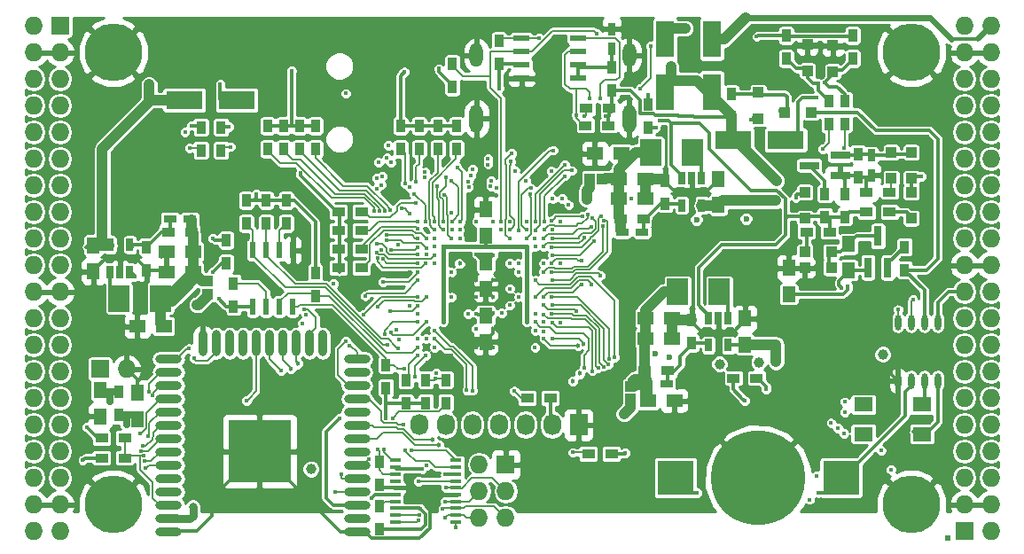
<source format=gbl>
G04 #@! TF.FileFunction,Copper,L4,Bot,Signal*
%FSLAX46Y46*%
G04 Gerber Fmt 4.6, Leading zero omitted, Abs format (unit mm)*
G04 Created by KiCad (PCBNEW 4.0.7+dfsg1-1) date Sat Nov 11 00:22:13 2017*
%MOMM*%
%LPD*%
G01*
G04 APERTURE LIST*
%ADD10C,0.100000*%
%ADD11R,0.500000X0.500000*%
%ADD12R,0.900000X1.200000*%
%ADD13R,1.000000X1.000000*%
%ADD14O,2.500000X0.900000*%
%ADD15O,0.900000X2.500000*%
%ADD16R,6.000000X6.000000*%
%ADD17R,1.800000X3.500000*%
%ADD18R,2.000000X2.500000*%
%ADD19R,0.700000X1.200000*%
%ADD20R,1.250000X1.500000*%
%ADD21R,1.500000X1.250000*%
%ADD22O,0.609600X1.473200*%
%ADD23R,0.800000X1.900000*%
%ADD24R,1.900000X0.800000*%
%ADD25R,1.200000X0.750000*%
%ADD26R,0.750000X1.200000*%
%ADD27R,1.200000X0.900000*%
%ADD28R,0.600000X1.550000*%
%ADD29R,1.550000X0.600000*%
%ADD30R,1.727200X1.727200*%
%ADD31O,1.727200X1.727200*%
%ADD32C,5.500000*%
%ADD33R,1.000000X0.400000*%
%ADD34R,1.727200X2.032000*%
%ADD35O,1.727200X2.032000*%
%ADD36O,1.300000X2.700000*%
%ADD37O,1.300000X2.300000*%
%ADD38R,1.800000X1.400000*%
%ADD39R,3.500000X1.800000*%
%ADD40R,3.500000X3.300000*%
%ADD41C,9.000000*%
%ADD42C,0.400000*%
%ADD43C,0.600000*%
%ADD44C,1.000000*%
%ADD45C,0.454000*%
%ADD46C,0.800000*%
%ADD47C,0.700000*%
%ADD48C,0.300000*%
%ADD49C,1.000000*%
%ADD50C,0.190000*%
%ADD51C,0.600000*%
%ADD52C,0.500000*%
%ADD53C,0.800000*%
%ADD54C,0.700000*%
%ADD55C,0.400000*%
%ADD56C,1.500000*%
%ADD57C,1.200000*%
%ADD58C,0.127000*%
%ADD59C,0.254000*%
G04 APERTURE END LIST*
D10*
D11*
X182675150Y-111637626D03*
D12*
X103498000Y-99858000D03*
X103498000Y-97658000D03*
D13*
X152393000Y-97142000D03*
X152393000Y-98342000D03*
D14*
X126260434Y-111030338D03*
X126260434Y-109760338D03*
X126260434Y-108490338D03*
X126260434Y-107220338D03*
X126260434Y-105950338D03*
X126260434Y-104680338D03*
X126260434Y-103410338D03*
X126260434Y-102140338D03*
X126260434Y-100870338D03*
X126260434Y-99600338D03*
X126260434Y-98330338D03*
X126260434Y-97060338D03*
X126260434Y-95790338D03*
X126260434Y-94520338D03*
D15*
X122975434Y-93030338D03*
X121705434Y-93030338D03*
X120435434Y-93030338D03*
X119165434Y-93030338D03*
X117895434Y-93030338D03*
X116625434Y-93030338D03*
X115355434Y-93030338D03*
X114085434Y-93030338D03*
X112815434Y-93030338D03*
X111545434Y-93030338D03*
D14*
X108260434Y-94520338D03*
X108260434Y-95790338D03*
X108260434Y-97060338D03*
X108260434Y-98330338D03*
X108260434Y-99600338D03*
X108260434Y-100870338D03*
X108260434Y-102140338D03*
X108260434Y-103410338D03*
X108260434Y-104680338D03*
X108260434Y-105950338D03*
X108260434Y-107220338D03*
X108260434Y-108490338D03*
X108260434Y-109760338D03*
X108260434Y-111030338D03*
D16*
X116960434Y-103330338D03*
D17*
X155695000Y-69000000D03*
X155695000Y-64000000D03*
D12*
X154044000Y-72426000D03*
X154044000Y-70226000D03*
D18*
X160870000Y-88090000D03*
X156870000Y-88090000D03*
D19*
X159825000Y-90600000D03*
X160775000Y-90600000D03*
X161725000Y-90600000D03*
X161725000Y-93200000D03*
X159825000Y-93200000D03*
D18*
X158330000Y-74755000D03*
X154330000Y-74755000D03*
D19*
X157285000Y-77235000D03*
X158235000Y-77235000D03*
X159185000Y-77235000D03*
X159185000Y-79835000D03*
X157285000Y-79835000D03*
D18*
X103530000Y-88725000D03*
X107530000Y-88725000D03*
D19*
X104575000Y-86215000D03*
X103625000Y-86215000D03*
X102675000Y-86215000D03*
X102675000Y-83615000D03*
X104575000Y-83615000D03*
D20*
X101085000Y-83665000D03*
X101085000Y-86165000D03*
D21*
X153810000Y-90630000D03*
X156310000Y-90630000D03*
X153810000Y-92535000D03*
X156310000Y-92535000D03*
D20*
X163315000Y-93150000D03*
X163315000Y-90650000D03*
D21*
X151270000Y-79200000D03*
X153770000Y-79200000D03*
X151270000Y-77295000D03*
X153770000Y-77295000D03*
D20*
X160775000Y-79815000D03*
X160775000Y-77315000D03*
D21*
X110590000Y-84280000D03*
X108090000Y-84280000D03*
X110590000Y-86185000D03*
X108090000Y-86185000D03*
D22*
X181730000Y-96599000D03*
X180460000Y-96599000D03*
X179190000Y-96599000D03*
X177920000Y-96599000D03*
X177920000Y-91011000D03*
X179190000Y-91011000D03*
X180460000Y-91011000D03*
X181730000Y-91011000D03*
D20*
X173221000Y-86038000D03*
X173221000Y-83538000D03*
D23*
X176965000Y-85780000D03*
X175065000Y-85780000D03*
X176015000Y-82780000D03*
D24*
X172435000Y-75075000D03*
X172435000Y-76975000D03*
X169435000Y-76025000D03*
D25*
X153910000Y-96910000D03*
X155810000Y-96910000D03*
X151570000Y-82375000D03*
X153470000Y-82375000D03*
X110290000Y-81105000D03*
X108390000Y-81105000D03*
D26*
X175380000Y-75075000D03*
X175380000Y-76975000D03*
D27*
X169200000Y-82375000D03*
X171400000Y-82375000D03*
D12*
X172840000Y-80935000D03*
X172840000Y-78735000D03*
D27*
X177115000Y-80470000D03*
X174915000Y-80470000D03*
D12*
X174110000Y-74925000D03*
X174110000Y-77125000D03*
X178555000Y-83815000D03*
X178555000Y-86015000D03*
X113785000Y-83180000D03*
X113785000Y-85380000D03*
X170935000Y-80935000D03*
X170935000Y-78735000D03*
X128390000Y-108580000D03*
X128390000Y-110780000D03*
D27*
X150572000Y-103584000D03*
X148372000Y-103584000D03*
X177115000Y-78565000D03*
X174915000Y-78565000D03*
X153760000Y-95640000D03*
X155960000Y-95640000D03*
X110440000Y-82375000D03*
X108240000Y-82375000D03*
X151420000Y-81105000D03*
X153620000Y-81105000D03*
D12*
X158235000Y-90800000D03*
X158235000Y-93000000D03*
X106165000Y-86015000D03*
X106165000Y-83815000D03*
X155695000Y-77465000D03*
X155695000Y-79665000D03*
D27*
X126696000Y-85804000D03*
X124496000Y-85804000D03*
X126696000Y-84026000D03*
X124496000Y-84026000D03*
X126696000Y-82248000D03*
X124496000Y-82248000D03*
X126696000Y-80470000D03*
X124496000Y-80470000D03*
D12*
X130422000Y-74458000D03*
X130422000Y-72258000D03*
X132200000Y-74458000D03*
X132200000Y-72258000D03*
X133978000Y-74458000D03*
X133978000Y-72258000D03*
X135756000Y-74458000D03*
X135756000Y-72258000D03*
D28*
X116325000Y-84120000D03*
X117595000Y-84120000D03*
X118865000Y-84120000D03*
X120135000Y-84120000D03*
X120135000Y-89520000D03*
X118865000Y-89520000D03*
X117595000Y-89520000D03*
X116325000Y-89520000D03*
D26*
X150589600Y-64910000D03*
X150589600Y-63010000D03*
D29*
X141980000Y-67705000D03*
X141980000Y-66435000D03*
X141980000Y-65165000D03*
X141980000Y-63895000D03*
X147380000Y-63895000D03*
X147380000Y-65165000D03*
X147380000Y-66435000D03*
X147380000Y-67705000D03*
D30*
X97910000Y-62690000D03*
D31*
X95370000Y-62690000D03*
X97910000Y-65230000D03*
X95370000Y-65230000D03*
X97910000Y-67770000D03*
X95370000Y-67770000D03*
X97910000Y-70310000D03*
X95370000Y-70310000D03*
X97910000Y-72850000D03*
X95370000Y-72850000D03*
X97910000Y-75390000D03*
X95370000Y-75390000D03*
X97910000Y-77930000D03*
X95370000Y-77930000D03*
X97910000Y-80470000D03*
X95370000Y-80470000D03*
X97910000Y-83010000D03*
X95370000Y-83010000D03*
X97910000Y-85550000D03*
X95370000Y-85550000D03*
X97910000Y-88090000D03*
X95370000Y-88090000D03*
X97910000Y-90630000D03*
X95370000Y-90630000D03*
X97910000Y-93170000D03*
X95370000Y-93170000D03*
X97910000Y-95710000D03*
X95370000Y-95710000D03*
X97910000Y-98250000D03*
X95370000Y-98250000D03*
X97910000Y-100790000D03*
X95370000Y-100790000D03*
X97910000Y-103330000D03*
X95370000Y-103330000D03*
X97910000Y-105870000D03*
X95370000Y-105870000D03*
X97910000Y-108410000D03*
X95370000Y-108410000D03*
X97910000Y-110950000D03*
X95370000Y-110950000D03*
D30*
X184270000Y-110950000D03*
D31*
X186810000Y-110950000D03*
X184270000Y-108410000D03*
X186810000Y-108410000D03*
X184270000Y-105870000D03*
X186810000Y-105870000D03*
X184270000Y-103330000D03*
X186810000Y-103330000D03*
X184270000Y-100790000D03*
X186810000Y-100790000D03*
X184270000Y-98250000D03*
X186810000Y-98250000D03*
X184270000Y-95710000D03*
X186810000Y-95710000D03*
X184270000Y-93170000D03*
X186810000Y-93170000D03*
X184270000Y-90630000D03*
X186810000Y-90630000D03*
X184270000Y-88090000D03*
X186810000Y-88090000D03*
X184270000Y-85550000D03*
X186810000Y-85550000D03*
X184270000Y-83010000D03*
X186810000Y-83010000D03*
X184270000Y-80470000D03*
X186810000Y-80470000D03*
X184270000Y-77930000D03*
X186810000Y-77930000D03*
X184270000Y-75390000D03*
X186810000Y-75390000D03*
X184270000Y-72850000D03*
X186810000Y-72850000D03*
X184270000Y-70310000D03*
X186810000Y-70310000D03*
X184270000Y-67770000D03*
X186810000Y-67770000D03*
X184270000Y-65230000D03*
X186810000Y-65230000D03*
X184270000Y-62690000D03*
X186810000Y-62690000D03*
D32*
X102990000Y-108410000D03*
X179190000Y-108410000D03*
X179190000Y-65230000D03*
X102990000Y-65230000D03*
D12*
X162045000Y-71410000D03*
X162045000Y-69210000D03*
X139820000Y-66330000D03*
X139820000Y-64130000D03*
X135375000Y-68532000D03*
X135375000Y-66332000D03*
X150615000Y-68870000D03*
X150615000Y-66670000D03*
D27*
X150275000Y-72215000D03*
X148075000Y-72215000D03*
X150380000Y-70600000D03*
X148180000Y-70600000D03*
D33*
X135735000Y-104215000D03*
X135735000Y-104865000D03*
X135735000Y-105515000D03*
X135735000Y-106165000D03*
X135735000Y-106815000D03*
X135735000Y-107465000D03*
X135735000Y-108115000D03*
X135735000Y-108765000D03*
X135735000Y-109415000D03*
X135735000Y-110065000D03*
X129935000Y-110065000D03*
X129935000Y-109415000D03*
X129935000Y-108765000D03*
X129935000Y-108115000D03*
X129935000Y-107465000D03*
X129935000Y-106815000D03*
X129935000Y-106165000D03*
X129935000Y-105515000D03*
X129935000Y-104865000D03*
X129935000Y-104215000D03*
D12*
X119500000Y-79370000D03*
X119500000Y-81570000D03*
X114480000Y-89500000D03*
X114480000Y-87300000D03*
X129025000Y-97275000D03*
X129025000Y-95075000D03*
X117595000Y-79370000D03*
X117595000Y-81570000D03*
X122280000Y-86300000D03*
X122280000Y-88500000D03*
X115690000Y-79370000D03*
X115690000Y-81570000D03*
D27*
X144730000Y-98250000D03*
X142530000Y-98250000D03*
D12*
X132835000Y-98715000D03*
X132835000Y-96515000D03*
X130930000Y-98715000D03*
X130930000Y-96515000D03*
D27*
X101890000Y-103965000D03*
X104090000Y-103965000D03*
D30*
X101720000Y-95456000D03*
D31*
X104260000Y-95456000D03*
D27*
X104090000Y-102060000D03*
X101890000Y-102060000D03*
D20*
X167506000Y-88324000D03*
X167506000Y-85824000D03*
D27*
X164415000Y-96345000D03*
X162215000Y-96345000D03*
D12*
X167252000Y-65822000D03*
X167252000Y-63622000D03*
D30*
X140455000Y-104600000D03*
D31*
X137915000Y-104600000D03*
X140455000Y-107140000D03*
X137915000Y-107140000D03*
X140455000Y-109680000D03*
X137915000Y-109680000D03*
D20*
X138550000Y-90396000D03*
X138550000Y-92896000D03*
X138550000Y-82736000D03*
X138550000Y-80236000D03*
X138550000Y-85316000D03*
X138550000Y-87816000D03*
X101720000Y-97508000D03*
X101720000Y-100008000D03*
D12*
X113277000Y-74585000D03*
X113277000Y-72385000D03*
X111372000Y-74585000D03*
X111372000Y-72385000D03*
X172840000Y-72045000D03*
X172840000Y-69845000D03*
X171316000Y-72045000D03*
X171316000Y-69845000D03*
D34*
X147440000Y-100790000D03*
D35*
X144900000Y-100790000D03*
X142360000Y-100790000D03*
X139820000Y-100790000D03*
X137280000Y-100790000D03*
X134740000Y-100790000D03*
X132200000Y-100790000D03*
D36*
X152280000Y-71550000D03*
X137680000Y-71550000D03*
D37*
X137680000Y-65500000D03*
X152280000Y-65500000D03*
D38*
X180212000Y-98882000D03*
X174612000Y-98882000D03*
X174612000Y-101682000D03*
X180212000Y-101682000D03*
D20*
X105276000Y-100262000D03*
X105276000Y-97762000D03*
D39*
X109761000Y-69802000D03*
X114761000Y-69802000D03*
X167212000Y-73612000D03*
X162212000Y-73612000D03*
D17*
X160140000Y-64000000D03*
X160140000Y-69000000D03*
D21*
X154064000Y-98504000D03*
X156564000Y-98504000D03*
X107796000Y-91392000D03*
X105296000Y-91392000D03*
X151484000Y-74882000D03*
X148984000Y-74882000D03*
D12*
X173602000Y-65822000D03*
X173602000Y-63622000D03*
X134740000Y-96515000D03*
X134740000Y-98715000D03*
D40*
X172485000Y-105870000D03*
X156685000Y-105870000D03*
D41*
X164585000Y-105870000D03*
D13*
X169284000Y-66988000D03*
X169284000Y-64488000D03*
X171697000Y-67081000D03*
X171697000Y-64581000D03*
X169050000Y-84280000D03*
X171550000Y-84280000D03*
X179190000Y-81085000D03*
X179190000Y-78585000D03*
X169030000Y-81085000D03*
X169030000Y-78585000D03*
X171550000Y-85804000D03*
X169050000Y-85804000D03*
X179190000Y-77275000D03*
X179190000Y-74775000D03*
X177285000Y-74775000D03*
X177285000Y-77275000D03*
X167145000Y-70945000D03*
X169645000Y-70945000D03*
X164585000Y-69060000D03*
X164585000Y-71560000D03*
X112007000Y-87109000D03*
X112007000Y-88309000D03*
X149691000Y-77295000D03*
X148491000Y-77295000D03*
D12*
X128390000Y-106546000D03*
X128390000Y-104346000D03*
X117722000Y-74458000D03*
X117722000Y-72258000D03*
X119246000Y-74458000D03*
X119246000Y-72258000D03*
X120770000Y-74458000D03*
X120770000Y-72258000D03*
X122294000Y-74458000D03*
X122294000Y-72258000D03*
D42*
X132871770Y-84533979D03*
X132862998Y-82124544D03*
X131278306Y-86213101D03*
X135281276Y-80583119D03*
X131279502Y-89407325D03*
X170309539Y-85441529D03*
X145698456Y-91073766D03*
D43*
X156262773Y-81349374D03*
X154657528Y-81463649D03*
D44*
X158233687Y-94760979D03*
D42*
X145672808Y-85396062D03*
X144103186Y-84622010D03*
X133216000Y-107465000D03*
X137680000Y-88600000D03*
X142480000Y-95000000D03*
X141680000Y-92600000D03*
X140836000Y-84534000D03*
X135284627Y-94985297D03*
X135288625Y-94225619D03*
X134455822Y-94267172D03*
X136095958Y-93369652D03*
D45*
X139264636Y-91615205D03*
D44*
X116880503Y-64802940D03*
X106974809Y-64953974D03*
X175210328Y-64948943D03*
X165417246Y-64954666D03*
D42*
X175495631Y-71457432D03*
X145680000Y-94177990D03*
X177285000Y-95710000D03*
D44*
X177229911Y-82281349D03*
D43*
X164741832Y-81130572D03*
X161067993Y-81216119D03*
D44*
X162992748Y-94820185D03*
D42*
X140880000Y-81400000D03*
X136085174Y-89394826D03*
X145680000Y-81400000D03*
X140874194Y-91433353D03*
X142480000Y-94200000D03*
X140880000Y-93400000D03*
X139280000Y-93400000D03*
X137680000Y-93400000D03*
X136880000Y-92600000D03*
X135280000Y-92600000D03*
X132880000Y-91800000D03*
X132880000Y-93400000D03*
D45*
X141042859Y-86994997D03*
X139280000Y-87000000D03*
X136110990Y-86995403D03*
X137680000Y-87000000D03*
X136080000Y-84600000D03*
X139280000Y-88600000D03*
D44*
X166343357Y-77477990D03*
D42*
X172564535Y-87722010D03*
D44*
X121861867Y-105030174D03*
D42*
X150030853Y-71331848D03*
X127656639Y-107816792D03*
D44*
X156235582Y-66548363D03*
X166248957Y-79408030D03*
X101932065Y-82585048D03*
X106417803Y-68312483D03*
X166280000Y-94800000D03*
X157600000Y-62944000D03*
D42*
X180137420Y-77069467D03*
X148271935Y-77777990D03*
D46*
X110593913Y-108636458D03*
D44*
X160884708Y-94994498D03*
D43*
X156077107Y-94326957D03*
X154726292Y-94009946D03*
D42*
X173137949Y-87594275D03*
D44*
X148202454Y-79278787D03*
D47*
X102710050Y-98594954D03*
D42*
X154794000Y-72426000D03*
X129005202Y-100174798D03*
X137659051Y-91638034D03*
X139820000Y-68665673D03*
X172834633Y-99599920D03*
X172879922Y-98618650D03*
X176305593Y-103279812D03*
X165349214Y-97422919D03*
X164433885Y-63737451D03*
X134079160Y-66786153D03*
X109828000Y-72830000D03*
X116654336Y-78777990D03*
D44*
X176474303Y-94069095D03*
D43*
X163422030Y-81120665D03*
X158680000Y-81210838D03*
D42*
X112515000Y-83010000D03*
X100080000Y-104200000D03*
X113080000Y-88800000D03*
D44*
X164653770Y-94825547D03*
D42*
X135273306Y-88618602D03*
X139272517Y-84611349D03*
X137680556Y-84534085D03*
X141680000Y-86200000D03*
X135280000Y-86200000D03*
X132880000Y-92600000D03*
X132080000Y-92600000D03*
X141680000Y-88600000D03*
X141680000Y-85400000D03*
D44*
X151758000Y-99774000D03*
D42*
X136885174Y-90194826D03*
X140094890Y-90122990D03*
X139280000Y-90122990D03*
X140880000Y-89400000D03*
X137680000Y-90172990D03*
X140880000Y-87800000D03*
X140880000Y-85400000D03*
D45*
X136080000Y-85400000D03*
D42*
X121401947Y-90251871D03*
X129988160Y-91721995D03*
X130302262Y-92700329D03*
X121041200Y-91125073D03*
D44*
X110991000Y-89360000D03*
D42*
X142480000Y-91000000D03*
X142480000Y-83800000D03*
X134480000Y-83800000D03*
X134480000Y-91000000D03*
X125193541Y-69156848D03*
X105037711Y-86632990D03*
X155149360Y-71764535D03*
X170182962Y-69571012D03*
X170362901Y-107286196D03*
X158716651Y-107325176D03*
X137295592Y-97538017D03*
X134750646Y-106810513D03*
X133680000Y-91800000D03*
D45*
X134074414Y-102752225D03*
D42*
X136740903Y-97514503D03*
X134675868Y-108131585D03*
D45*
X133449289Y-102232615D03*
D42*
X133680000Y-92600000D03*
X133685482Y-93402296D03*
X127358154Y-104128048D03*
X132936956Y-104698915D03*
X134463998Y-108841973D03*
X130692380Y-100790000D03*
X131808905Y-96227367D03*
X134636872Y-109719950D03*
X132846234Y-94197073D03*
X120834553Y-76779094D03*
X130761990Y-67119621D03*
X147186000Y-71200000D03*
X148477832Y-69619684D03*
X147983153Y-71347080D03*
X149475951Y-69619684D03*
X177926984Y-89812061D03*
X154329326Y-64643767D03*
X152497066Y-79193467D03*
X146481406Y-79819384D03*
X153322343Y-68673419D03*
X143650666Y-63862520D03*
X179351513Y-88868327D03*
X149134122Y-63424051D03*
X140035989Y-81400000D03*
X132083026Y-86260405D03*
X128776655Y-87135140D03*
X115729998Y-98493136D03*
X119008515Y-95662939D03*
D45*
X119978162Y-95412951D03*
X120634035Y-94977604D03*
D42*
X113212238Y-68244401D03*
X144962492Y-79235378D03*
X145834002Y-79198109D03*
X131453853Y-103260518D03*
X149771692Y-81825658D03*
X144080000Y-86200000D03*
X149520824Y-86534121D03*
X144894316Y-86977564D03*
X144873936Y-83860397D03*
X149549750Y-80868432D03*
D45*
X147355672Y-93219294D03*
D42*
X144113248Y-92588762D03*
X144875155Y-86218896D03*
X149846468Y-81303978D03*
X144916886Y-83016385D03*
X148719886Y-81056015D03*
D45*
X147915304Y-93063131D03*
D42*
X144882352Y-92577990D03*
X148747982Y-95669626D03*
X144891634Y-91073766D03*
X149795895Y-95251084D03*
X144867244Y-90229755D03*
X150278898Y-95040253D03*
X144892596Y-89385743D03*
X150345974Y-94517527D03*
X144877648Y-88622010D03*
X150889207Y-94332565D03*
X143280000Y-87000000D03*
X130807074Y-95454141D03*
X130171404Y-93544341D03*
X132080000Y-93400000D03*
X129196652Y-93209125D03*
X133852393Y-95875797D03*
X141280000Y-97600000D03*
X133762848Y-96395146D03*
X132080000Y-94200000D03*
X128610772Y-84072485D03*
X105895603Y-103765816D03*
X132075624Y-89410644D03*
X129449238Y-89926948D03*
X130839486Y-103260518D03*
X128806823Y-103185900D03*
X128251440Y-89564206D03*
X132162861Y-106185868D03*
X132880000Y-88600000D03*
X127040053Y-88481065D03*
X124741825Y-105494691D03*
X132080000Y-87000000D03*
X125499542Y-93250681D03*
X124202418Y-107207639D03*
X110313517Y-74380698D03*
X132146108Y-109940263D03*
X114166000Y-74247000D03*
X132189000Y-109415000D03*
X135315381Y-81391918D03*
X135280062Y-77463305D03*
X134471370Y-81406751D03*
X134758050Y-77130140D03*
X132761172Y-77202673D03*
X132737245Y-76676207D03*
X128644933Y-77050030D03*
X128152012Y-77241956D03*
X128125571Y-78233647D03*
X110718734Y-94451783D03*
X128590544Y-77894041D03*
X110249038Y-93533767D03*
X106368514Y-97613395D03*
X131253134Y-78134216D03*
X132783339Y-81400004D03*
X106741168Y-98035405D03*
X131709326Y-78745875D03*
X132079024Y-82984045D03*
X129109095Y-82655074D03*
X105572759Y-101661319D03*
X132880889Y-83897835D03*
X129054383Y-83179239D03*
X106281049Y-101893466D03*
X132083682Y-83828056D03*
X129485142Y-84082415D03*
X105813763Y-102819336D03*
X132062099Y-84533979D03*
X128165458Y-83528763D03*
X105627254Y-103312241D03*
X128183315Y-84380742D03*
X105992720Y-104283802D03*
X133671942Y-84595200D03*
X132834641Y-85377990D03*
X128203260Y-84907376D03*
X106088753Y-104974041D03*
D45*
X146862501Y-96617499D03*
X147534467Y-95913260D03*
D42*
X147927932Y-95329243D03*
X143280000Y-91000000D03*
X149284391Y-95377990D03*
X144077013Y-90266968D03*
X147207648Y-89973043D03*
X144076240Y-89395301D03*
X143281824Y-90201951D03*
X144102010Y-85397219D03*
X147687522Y-85093328D03*
X144868096Y-85371354D03*
X148610669Y-81900026D03*
X144102010Y-83000000D03*
X144888125Y-82172374D03*
X147695541Y-87377990D03*
X144082832Y-88584510D03*
X148688598Y-87378077D03*
X143278026Y-88595030D03*
X144125486Y-82186468D03*
X148298275Y-80739810D03*
X144876540Y-81328363D03*
X147802234Y-80917812D03*
X139280000Y-81400000D03*
X139578623Y-78205862D03*
X139034115Y-78040948D03*
X139046749Y-77514088D03*
X138775679Y-75942989D03*
X138779198Y-75400762D03*
X137680000Y-81400000D03*
X137308732Y-76415018D03*
X137106948Y-76979922D03*
X136859538Y-77550820D03*
X136922059Y-78097889D03*
X136096392Y-81395070D03*
X135830698Y-76200613D03*
X148878722Y-83261032D03*
X144915665Y-84598743D03*
X148001372Y-82958777D03*
X144103186Y-83777990D03*
X142841210Y-78784254D03*
X142473549Y-82998913D03*
X142437464Y-82181475D03*
X142911762Y-78217369D03*
X144144931Y-81387081D03*
X146080163Y-77044970D03*
X144797106Y-76565342D03*
X143281475Y-82206074D03*
X146778972Y-76522403D03*
X143300920Y-81377293D03*
X146080000Y-76000000D03*
X141662690Y-82207782D03*
X145017056Y-74592808D03*
X142456909Y-81405800D03*
X140030954Y-82200000D03*
X141342967Y-76554996D03*
X141046643Y-74873804D03*
X140864029Y-83041403D03*
X140874966Y-82177164D03*
X140980062Y-75681941D03*
X132872609Y-82968555D03*
X132080007Y-82103333D03*
X132080000Y-81400000D03*
X131847310Y-79589886D03*
X130856828Y-77786820D03*
X131923295Y-77584853D03*
X133648389Y-82190597D03*
X133627359Y-81414685D03*
X129477855Y-92000822D03*
X132880000Y-91000000D03*
X128879646Y-92111037D03*
X132077648Y-90977990D03*
X131275302Y-80595752D03*
X130489904Y-80167235D03*
X132072985Y-85377990D03*
X128723655Y-84990627D03*
X134476508Y-82180155D03*
X133942383Y-77980766D03*
X163908850Y-71651861D03*
X135656559Y-110610712D03*
X132448438Y-104994496D03*
X146844288Y-103452739D03*
X134707351Y-105508447D03*
X132280000Y-108800000D03*
D47*
X104260000Y-100790000D03*
D42*
X112515000Y-86185000D03*
X169506589Y-107953726D03*
X163277422Y-98501717D03*
X170157734Y-105666345D03*
X170735900Y-74464979D03*
X143257990Y-83000000D03*
X168166438Y-79108038D03*
X151896383Y-103510715D03*
X114039000Y-72342000D03*
X110483000Y-72215000D03*
X143269694Y-93414905D03*
X177274002Y-105079115D03*
X172761273Y-101651681D03*
X143280000Y-91800000D03*
X172193360Y-101105663D03*
X144064831Y-91877646D03*
X171540304Y-100645743D03*
X144080000Y-91000000D03*
X154044000Y-69294000D03*
X128349062Y-75753924D03*
X134613000Y-78819000D03*
X135280000Y-83022010D03*
X135320520Y-82196441D03*
X129493343Y-75737814D03*
X136080000Y-82200000D03*
X129125079Y-75315804D03*
X136080000Y-83000000D03*
X129252218Y-74142461D03*
X142393877Y-77513877D03*
X172746637Y-74347988D03*
X143280000Y-83800000D03*
X170300000Y-68151000D03*
X170950000Y-68125562D03*
X125167387Y-92841517D03*
X121206217Y-89762554D03*
X132082956Y-90210779D03*
X182675150Y-111637626D03*
X124027706Y-87347706D03*
X124027707Y-87347707D03*
X166678914Y-70803555D03*
X129660000Y-100155000D03*
X124580000Y-100155000D03*
X132084049Y-88558274D03*
X126880008Y-90276109D03*
X128280000Y-103200000D03*
X100450000Y-101044000D03*
X120008000Y-67008000D03*
X127889625Y-80407426D03*
X133680000Y-85400000D03*
X130204628Y-83599483D03*
X128416582Y-80399850D03*
X133680000Y-83800000D03*
X128943593Y-80399729D03*
X133680000Y-83000000D03*
X129457990Y-80285112D03*
D48*
X108260434Y-111030338D02*
X109060434Y-111030338D01*
X109060434Y-111030338D02*
X109140772Y-110950000D01*
X110957617Y-110950000D02*
X112380000Y-109527617D01*
X109140772Y-110950000D02*
X110957617Y-110950000D01*
X112380000Y-109527617D02*
X112380000Y-107854384D01*
X112380000Y-107854384D02*
X116904046Y-103330338D01*
X116904046Y-103330338D02*
X116960434Y-103330338D01*
X167506000Y-85824000D02*
X169927068Y-85824000D01*
X169927068Y-85824000D02*
X170109540Y-85641528D01*
X170109540Y-85641528D02*
X170309539Y-85441529D01*
X104260000Y-95456000D02*
X105276000Y-96472000D01*
X105276000Y-96472000D02*
X105276000Y-97762000D01*
X132254999Y-111657001D02*
X133216000Y-110696000D01*
X133216000Y-110696000D02*
X133216000Y-107465000D01*
X126260434Y-111030338D02*
X127060434Y-111030338D01*
X127060434Y-111030338D02*
X127687097Y-111657001D01*
X127687097Y-111657001D02*
X132254999Y-111657001D01*
X133216000Y-107465000D02*
X132214478Y-107465000D01*
X135735000Y-107465000D02*
X133216000Y-107465000D01*
X132214478Y-107465000D02*
X131572496Y-106823018D01*
X131572496Y-106823018D02*
X129919874Y-106823018D01*
X126260434Y-111030338D02*
X124660659Y-111030338D01*
X124660659Y-111030338D02*
X116960659Y-103330338D01*
X116960659Y-103330338D02*
X116960434Y-103330338D01*
X129935000Y-106815000D02*
X128659000Y-106815000D01*
X128659000Y-106815000D02*
X128390000Y-106546000D01*
X128390000Y-106546000D02*
X128558000Y-106546000D01*
X136126306Y-93400000D02*
X136095958Y-93369652D01*
X136880000Y-92600000D02*
X136110348Y-93369652D01*
X136049652Y-93369652D02*
X136095958Y-93369652D01*
X137680000Y-93400000D02*
X136126306Y-93400000D01*
X135280000Y-92600000D02*
X136049652Y-93369652D01*
X136110348Y-93369652D02*
X136095958Y-93369652D01*
X139264636Y-92054364D02*
X139264636Y-91936231D01*
X139264636Y-91936231D02*
X139264636Y-91615205D01*
X138550000Y-92769000D02*
X139264636Y-92054364D01*
X136880000Y-92600000D02*
X137680000Y-93400000D01*
X136880000Y-92600000D02*
X138381000Y-92600000D01*
X138381000Y-92600000D02*
X138550000Y-92769000D01*
X135280000Y-92600000D02*
X136880000Y-92600000D01*
X138550000Y-92769000D02*
X138649000Y-92769000D01*
X138649000Y-92769000D02*
X139280000Y-93400000D01*
X138550000Y-92769000D02*
X138311000Y-92769000D01*
X138311000Y-92769000D02*
X137680000Y-93400000D01*
X175042385Y-64781000D02*
X175210328Y-64948943D01*
X171697000Y-64781000D02*
X175042385Y-64781000D01*
X165683912Y-64688000D02*
X165417246Y-64954666D01*
X169284000Y-64688000D02*
X165683912Y-64688000D01*
X169284000Y-64688000D02*
X171604000Y-64688000D01*
X171604000Y-64688000D02*
X171697000Y-64781000D01*
X177285000Y-95710000D02*
X177285000Y-95964000D01*
X177285000Y-95964000D02*
X177920000Y-96599000D01*
X102210000Y-84915000D02*
X103625000Y-84915000D01*
X103625000Y-84915000D02*
X105215000Y-84915000D01*
X103625000Y-86215000D02*
X103625000Y-84915000D01*
X105215000Y-84915000D02*
X106165000Y-85865000D01*
X106165000Y-85865000D02*
X106165000Y-86015000D01*
X101085000Y-86165000D02*
X101085000Y-86040000D01*
X101085000Y-86040000D02*
X102210000Y-84915000D01*
X106165000Y-86015000D02*
X107920000Y-86015000D01*
X107920000Y-86015000D02*
X108090000Y-86185000D01*
D49*
X153770000Y-77295000D02*
X155525000Y-77295000D01*
D48*
X155525000Y-77295000D02*
X155695000Y-77465000D01*
D49*
X153770000Y-79200000D02*
X153770000Y-77295000D01*
D48*
X174110000Y-77125000D02*
X174745000Y-77125000D01*
X174745000Y-77125000D02*
X175230000Y-77125000D01*
X174915000Y-78565000D02*
X174915000Y-77295000D01*
X174915000Y-77295000D02*
X174745000Y-77125000D01*
X172840000Y-78735000D02*
X172840000Y-77380000D01*
X172840000Y-77380000D02*
X172435000Y-76975000D01*
X175230000Y-77125000D02*
X175380000Y-76975000D01*
X172435000Y-76975000D02*
X173960000Y-76975000D01*
X173960000Y-76975000D02*
X174110000Y-77125000D01*
X137680000Y-86200000D02*
X137680000Y-86600000D01*
X136080000Y-84600000D02*
X137680000Y-86200000D01*
X159850000Y-78365000D02*
X158235000Y-78365000D01*
X158235000Y-78365000D02*
X156445000Y-78365000D01*
X158235000Y-77235000D02*
X158235000Y-78365000D01*
X160775000Y-77315000D02*
X160775000Y-77440000D01*
X160775000Y-77440000D02*
X159850000Y-78365000D01*
X156445000Y-78365000D02*
X155695000Y-77615000D01*
X155695000Y-77615000D02*
X155695000Y-77465000D01*
D49*
X156310000Y-90630000D02*
X156310000Y-92535000D01*
X158235000Y-90800000D02*
X156480000Y-90800000D01*
D48*
X156480000Y-90800000D02*
X156310000Y-90630000D01*
X163315000Y-90650000D02*
X163315000Y-90834602D01*
X163315000Y-90834602D02*
X162249602Y-91900000D01*
X162249602Y-91900000D02*
X160775000Y-91900000D01*
X101085000Y-86165000D02*
X101085000Y-85929893D01*
X106165000Y-85944374D02*
X106165000Y-86015000D01*
X159185000Y-91900000D02*
X160775000Y-91900000D01*
X160775000Y-90600000D02*
X160775000Y-91900000D01*
X158235000Y-90800000D02*
X158235000Y-90950000D01*
X158235000Y-90950000D02*
X159185000Y-91900000D01*
X108090000Y-84280000D02*
X108090000Y-86185000D01*
X107625000Y-84745000D02*
X108090000Y-84280000D01*
X108070000Y-84260000D02*
X108090000Y-84280000D01*
X141037856Y-87000000D02*
X141042859Y-86994997D01*
X139280000Y-87000000D02*
X141037856Y-87000000D01*
X136432016Y-86995403D02*
X136110990Y-86995403D01*
X137284597Y-86995403D02*
X136432016Y-86995403D01*
X137680000Y-86600000D02*
X137284597Y-86995403D01*
X137680000Y-86600000D02*
X137680000Y-87000000D01*
D50*
X138029000Y-66332000D02*
X138115000Y-66246000D01*
D49*
X162045000Y-71410000D02*
X162045000Y-73179633D01*
X162045000Y-73179633D02*
X165843358Y-76977991D01*
X165843358Y-76977991D02*
X166343357Y-77477990D01*
D48*
X101085000Y-83665000D02*
X101684316Y-83665000D01*
X101684316Y-83665000D02*
X101913492Y-83435824D01*
D49*
X101913492Y-83435824D02*
X101913492Y-82603621D01*
D48*
X101913492Y-82603621D02*
X101932065Y-82585048D01*
X172296000Y-87453475D02*
X172364536Y-87522011D01*
X172364536Y-87522011D02*
X172564535Y-87722010D01*
X172296000Y-87088000D02*
X172296000Y-87453475D01*
X173221000Y-86038000D02*
X173221000Y-86163000D01*
X173221000Y-86163000D02*
X172296000Y-87088000D01*
X162045000Y-71410000D02*
X158501963Y-71410000D01*
X158501963Y-71410000D02*
X158407951Y-71315988D01*
X158407951Y-71315988D02*
X156965000Y-71315988D01*
X156965000Y-71315988D02*
X156924522Y-71275510D01*
X156924522Y-71275510D02*
X154741030Y-71275510D01*
X153316999Y-71047601D02*
X153316999Y-69786999D01*
X154741030Y-71275510D02*
X154568521Y-71103001D01*
X154568521Y-71103001D02*
X153372399Y-71103001D01*
X153372399Y-71103001D02*
X153316999Y-71047601D01*
X152400000Y-68870000D02*
X151365000Y-68870000D01*
X153316999Y-69786999D02*
X152400000Y-68870000D01*
X151365000Y-68870000D02*
X150615000Y-68870000D01*
X150275000Y-71465000D02*
X150380000Y-71360000D01*
X150380000Y-71360000D02*
X150380000Y-70600000D01*
X150615000Y-70935000D02*
X150615000Y-69995990D01*
X150615000Y-69995990D02*
X150615000Y-68870000D01*
X150313695Y-71331848D02*
X150030853Y-71331848D01*
X150141848Y-71331848D02*
X150030853Y-71331848D01*
X150275000Y-71465000D02*
X150141848Y-71331848D01*
X150275000Y-72215000D02*
X150275000Y-71465000D01*
X128008431Y-107465000D02*
X127856638Y-107616793D01*
X127856638Y-107616793D02*
X127656639Y-107816792D01*
X129935000Y-107465000D02*
X128008431Y-107465000D01*
X160140000Y-69000000D02*
X160140000Y-69850000D01*
X160140000Y-69850000D02*
X161700000Y-71410000D01*
D49*
X156235582Y-67716832D02*
X156235582Y-66548363D01*
X158681338Y-67896338D02*
X156415088Y-67896338D01*
X156415088Y-67896338D02*
X156235582Y-67716832D01*
D48*
X156235582Y-66578582D02*
X156235582Y-66548363D01*
D49*
X160790000Y-79800000D02*
X161181970Y-79408030D01*
X161181970Y-79408030D02*
X165541851Y-79408030D01*
X165541851Y-79408030D02*
X166248957Y-79408030D01*
X101932065Y-81877942D02*
X101932065Y-82585048D01*
X101932065Y-74415935D02*
X101932065Y-81877942D01*
X106407114Y-69940886D02*
X101932065Y-74415935D01*
X106417803Y-69019589D02*
X106417803Y-68312483D01*
X106417803Y-69930197D02*
X106417803Y-69019589D01*
X106407114Y-69940886D02*
X106417803Y-69930197D01*
X166280000Y-93150000D02*
X166280000Y-94800000D01*
D48*
X110610000Y-69548000D02*
X110610000Y-69802000D01*
D49*
X109975000Y-69802000D02*
X106546000Y-69802000D01*
X106546000Y-69802000D02*
X106419000Y-69929000D01*
X106419000Y-69929000D02*
X106407114Y-69940886D01*
D48*
X106419000Y-69675000D02*
X106419000Y-69929000D01*
X100572432Y-83665000D02*
X100424079Y-83813353D01*
X101085000Y-83665000D02*
X100572432Y-83665000D01*
X160790000Y-79800000D02*
X160775000Y-79815000D01*
D49*
X163315000Y-93150000D02*
X166280000Y-93150000D01*
D48*
X160775000Y-79940000D02*
X160775000Y-79815000D01*
X164925000Y-93150000D02*
X164240000Y-93150000D01*
X164240000Y-93150000D02*
X163315000Y-93150000D01*
X101085000Y-83665000D02*
X101085000Y-83790000D01*
D49*
X159185000Y-79835000D02*
X160755000Y-79835000D01*
D48*
X160755000Y-79835000D02*
X160775000Y-79815000D01*
X161725000Y-93200000D02*
X163265000Y-93200000D01*
X163265000Y-93200000D02*
X163315000Y-93150000D01*
X173221000Y-86038000D02*
X174807000Y-86038000D01*
X174807000Y-86038000D02*
X175065000Y-85780000D01*
D49*
X101085000Y-83665000D02*
X102625000Y-83665000D01*
D48*
X102625000Y-83665000D02*
X102675000Y-83615000D01*
X161700000Y-71410000D02*
X162045000Y-71410000D01*
D49*
X162045000Y-71410000D02*
X162045000Y-71260000D01*
X162045000Y-71260000D02*
X158681338Y-67896338D01*
D48*
X162045000Y-71753000D02*
X162045000Y-71410000D01*
X155695000Y-64000000D02*
X155695000Y-63368337D01*
X155695000Y-63368337D02*
X156119337Y-62944000D01*
D49*
X156119337Y-62944000D02*
X157600000Y-62944000D01*
X160140000Y-64000000D02*
X161340000Y-64000000D01*
X161340000Y-64000000D02*
X163399217Y-61940783D01*
D51*
X163399217Y-61940783D02*
X180980783Y-61940783D01*
D52*
X185540000Y-63960000D02*
X186810000Y-62690000D01*
D51*
X180980783Y-61940783D02*
X183000000Y-63960000D01*
D48*
X183000000Y-63960000D02*
X185540000Y-63960000D01*
X179854578Y-77069467D02*
X180137420Y-77069467D01*
X179195533Y-77069467D02*
X179854578Y-77069467D01*
X179190000Y-77075000D02*
X179195533Y-77069467D01*
X179190000Y-78585000D02*
X179190000Y-77275000D01*
X148471934Y-77577991D02*
X148271935Y-77777990D01*
X148491000Y-77295000D02*
X148491000Y-77558925D01*
X148491000Y-77558925D02*
X148471934Y-77577991D01*
X148202000Y-78022023D02*
X148271935Y-77952088D01*
X148271935Y-77952088D02*
X148271935Y-77777990D01*
X129025000Y-97275000D02*
X129025000Y-98800000D01*
X129025000Y-98800000D02*
X129025000Y-100155000D01*
X130930000Y-98715000D02*
X129110000Y-98715000D01*
X129110000Y-98715000D02*
X129025000Y-98800000D01*
D53*
X110593913Y-109202143D02*
X110593913Y-108636458D01*
X110593913Y-109476859D02*
X110593913Y-109202143D01*
X110310434Y-109760338D02*
X110593913Y-109476859D01*
X108260434Y-109760338D02*
X110310434Y-109760338D01*
D48*
X167506000Y-88324000D02*
X172691066Y-88324000D01*
X172691066Y-88324000D02*
X173137949Y-87877117D01*
X173137949Y-87877117D02*
X173137949Y-87594275D01*
D49*
X148202454Y-78413536D02*
X148202454Y-78571681D01*
X148202000Y-78413082D02*
X148202454Y-78413536D01*
X148202454Y-78571681D02*
X148202454Y-79278787D01*
D54*
X102710050Y-97683950D02*
X102710050Y-98099980D01*
X102736000Y-97658000D02*
X102710050Y-97683950D01*
X102710050Y-98099980D02*
X102710050Y-98594954D01*
X102736000Y-97658000D02*
X101870000Y-97658000D01*
X103498000Y-97658000D02*
X102736000Y-97658000D01*
D48*
X101870000Y-97658000D02*
X101720000Y-97508000D01*
X148202000Y-78413082D02*
X148491000Y-78124082D01*
D49*
X148491000Y-78124082D02*
X148491000Y-77295000D01*
X148202000Y-78413082D02*
X148439744Y-78175338D01*
D48*
X154806000Y-72438000D02*
X154794000Y-72426000D01*
X154044000Y-72426000D02*
X154794000Y-72426000D01*
X129025000Y-100155000D02*
X129005202Y-100174798D01*
X129025000Y-97275000D02*
X129025000Y-98175000D01*
X132835000Y-98715000D02*
X130930000Y-98715000D01*
X173602000Y-63706000D02*
X167336000Y-63706000D01*
X167336000Y-63706000D02*
X167252000Y-63622000D01*
X167252000Y-63622000D02*
X164549336Y-63622000D01*
X164549336Y-63622000D02*
X164433885Y-63737451D01*
X138550000Y-85042000D02*
X138188471Y-85042000D01*
X138188471Y-85042000D02*
X137680556Y-84534085D01*
X138550000Y-85042000D02*
X138841866Y-85042000D01*
X138841866Y-85042000D02*
X139272517Y-84611349D01*
X137680556Y-84534085D02*
X139195253Y-84534085D01*
X139195253Y-84534085D02*
X139272517Y-84611349D01*
X139820000Y-66330000D02*
X139820000Y-68665673D01*
X165349214Y-97129214D02*
X165349214Y-97422919D01*
X164565000Y-96345000D02*
X165349214Y-97129214D01*
X164415000Y-96345000D02*
X164565000Y-96345000D01*
X134079160Y-67068995D02*
X134079160Y-66786153D01*
X134079160Y-67086160D02*
X134079160Y-67068995D01*
X135375000Y-68382000D02*
X134079160Y-67086160D01*
X135375000Y-68532000D02*
X135375000Y-68382000D01*
X116654336Y-79155664D02*
X116654336Y-79060832D01*
X115690000Y-79370000D02*
X116440000Y-79370000D01*
X116440000Y-79370000D02*
X116654336Y-79155664D01*
X116654336Y-79060832D02*
X116654336Y-78777990D01*
X181730000Y-89106000D02*
X182746000Y-88090000D01*
X182746000Y-88090000D02*
X184270000Y-88090000D01*
X181730000Y-91011000D02*
X181730000Y-89106000D01*
X144730000Y-98250000D02*
X144730000Y-99266000D01*
X144730000Y-99266000D02*
X144730000Y-99400000D01*
X144730000Y-99400000D02*
X144730000Y-100620000D01*
X113785000Y-83180000D02*
X112685000Y-83180000D01*
X112685000Y-83180000D02*
X112515000Y-83010000D01*
X122280000Y-86300000D02*
X122280000Y-81400000D01*
X122280000Y-81400000D02*
X120250000Y-79370000D01*
X120250000Y-79370000D02*
X119500000Y-79370000D01*
X100315000Y-103965000D02*
X100080000Y-104200000D01*
X101890000Y-103965000D02*
X100315000Y-103965000D01*
X117595000Y-79370000D02*
X119500000Y-79370000D01*
X115690000Y-79370000D02*
X117595000Y-79370000D01*
X114480000Y-89500000D02*
X113780000Y-89500000D01*
X113780000Y-89500000D02*
X113080000Y-88800000D01*
X114480000Y-89500000D02*
X116305000Y-89500000D01*
X116305000Y-89500000D02*
X116325000Y-89520000D01*
X144900000Y-98250000D02*
X144730000Y-98250000D01*
X144730000Y-100620000D02*
X144900000Y-100790000D01*
X139820000Y-66330000D02*
X141875000Y-66330000D01*
X141875000Y-66330000D02*
X141980000Y-66435000D01*
D49*
X152393000Y-98392000D02*
X152393000Y-99139000D01*
X152393000Y-99139000D02*
X151758000Y-99774000D01*
D48*
X138550000Y-90269000D02*
X137776010Y-90269000D01*
X137776010Y-90269000D02*
X137680000Y-90172990D01*
X138550000Y-90269000D02*
X139133990Y-90269000D01*
X139133990Y-90269000D02*
X139280000Y-90122990D01*
X156010000Y-95710000D02*
X156524914Y-95710000D01*
X156524914Y-95710000D02*
X157145126Y-95089788D01*
X157145126Y-95089788D02*
X157145126Y-94239874D01*
X157145126Y-94239874D02*
X158235000Y-93150000D01*
X158235000Y-93150000D02*
X158235000Y-93000000D01*
X155960000Y-95640000D02*
X155960000Y-96760000D01*
X155960000Y-96760000D02*
X155810000Y-96910000D01*
X158235000Y-93000000D02*
X159625000Y-93000000D01*
X159625000Y-93000000D02*
X159825000Y-93200000D01*
D49*
X112007000Y-88471000D02*
X111118000Y-89360000D01*
X111118000Y-89360000D02*
X110991000Y-89360000D01*
D48*
X112007000Y-88359000D02*
X112007000Y-88471000D01*
D55*
X137480000Y-83800000D02*
X138550000Y-83800000D01*
X138550000Y-83800000D02*
X142480000Y-83800000D01*
D48*
X138550000Y-83298000D02*
X138550000Y-83800000D01*
D55*
X134480000Y-83800000D02*
X137480000Y-83800000D01*
X142480000Y-83800000D02*
X142480000Y-91000000D01*
X134480000Y-91000000D02*
X134480000Y-83800000D01*
D48*
X167183550Y-81105000D02*
X167183550Y-82681450D01*
X166265000Y-83600000D02*
X161080000Y-83600000D01*
X167183550Y-82681450D02*
X166265000Y-83600000D01*
X161080000Y-83600000D02*
X158880000Y-85800000D01*
X158880000Y-85800000D02*
X158880000Y-89400000D01*
X158880000Y-89400000D02*
X159825000Y-90345000D01*
X159825000Y-90345000D02*
X159825000Y-90600000D01*
X156280000Y-72000000D02*
X159003987Y-72000000D01*
X159003987Y-72000000D02*
X159926293Y-72922306D01*
X159926293Y-72922306D02*
X159926293Y-74478638D01*
X159926293Y-74478638D02*
X163850815Y-78403160D01*
X167183550Y-79228973D02*
X167183550Y-81105000D01*
X163850815Y-78403160D02*
X166357737Y-78403160D01*
X166357737Y-78403160D02*
X167183550Y-79228973D01*
X104619721Y-86215000D02*
X104837712Y-86432991D01*
X104575000Y-86215000D02*
X104619721Y-86215000D01*
X104837712Y-86432991D02*
X105037711Y-86632990D01*
X156280000Y-72000000D02*
X156044535Y-71764535D01*
X156044535Y-71764535D02*
X155432202Y-71764535D01*
X155432202Y-71764535D02*
X155149360Y-71764535D01*
X169030000Y-80885000D02*
X167403550Y-80885000D01*
X167403550Y-80885000D02*
X167183550Y-81105000D01*
X156280000Y-75980000D02*
X156280000Y-72000000D01*
X157285000Y-77235000D02*
X157285000Y-76985000D01*
X157285000Y-76985000D02*
X156280000Y-75980000D01*
X168980000Y-80885000D02*
X169030000Y-80885000D01*
X169030000Y-80885000D02*
X170885000Y-80885000D01*
X170885000Y-80885000D02*
X170935000Y-80935000D01*
X170935000Y-80935000D02*
X171570000Y-80935000D01*
X171570000Y-80935000D02*
X172840000Y-80935000D01*
X171400000Y-82375000D02*
X171400000Y-81105000D01*
X171400000Y-81105000D02*
X171570000Y-80935000D01*
X174915000Y-80470000D02*
X173305000Y-80470000D01*
X173305000Y-80470000D02*
X172840000Y-80935000D01*
X155210000Y-79665000D02*
X155695000Y-79665000D01*
X153620000Y-81105000D02*
X153770000Y-81105000D01*
X153770000Y-81105000D02*
X155210000Y-79665000D01*
X153620000Y-81105000D02*
X153620000Y-82225000D01*
X153620000Y-82225000D02*
X153470000Y-82375000D01*
X155695000Y-79665000D02*
X157115000Y-79665000D01*
X157115000Y-79665000D02*
X157285000Y-79835000D01*
X155525000Y-79835000D02*
X155695000Y-79665000D01*
X108240000Y-82375000D02*
X107605000Y-82375000D01*
X107605000Y-82375000D02*
X106165000Y-83815000D01*
X104575000Y-83615000D02*
X105965000Y-83615000D01*
X105965000Y-83615000D02*
X106165000Y-83815000D01*
X104775000Y-83815000D02*
X104575000Y-83615000D01*
X108070000Y-82545000D02*
X108240000Y-82375000D01*
X108390000Y-81105000D02*
X108390000Y-82225000D01*
X108390000Y-82225000D02*
X108240000Y-82375000D01*
X168141000Y-73485000D02*
X168402683Y-73223317D01*
X168402683Y-73223317D02*
X168402683Y-69932420D01*
X168402683Y-69932420D02*
X168764091Y-69571012D01*
X168764091Y-69571012D02*
X169900120Y-69571012D01*
X169900120Y-69571012D02*
X170182962Y-69571012D01*
X170645743Y-107286196D02*
X170362901Y-107286196D01*
X171252736Y-107286196D02*
X170645743Y-107286196D01*
X178585200Y-99953732D02*
X171252736Y-107286196D01*
X178585200Y-97635600D02*
X178585200Y-99953732D01*
X179190000Y-97030800D02*
X178585200Y-97635600D01*
X179190000Y-96599000D02*
X179190000Y-97030800D01*
X158433809Y-107325176D02*
X158716651Y-107325176D01*
X158140176Y-107325176D02*
X158433809Y-107325176D01*
X156685000Y-105870000D02*
X158140176Y-107325176D01*
D50*
X137295592Y-97255175D02*
X137295592Y-97538017D01*
X135181878Y-93301878D02*
X135425772Y-93301878D01*
X135425772Y-93301878D02*
X137295592Y-95171698D01*
X133680000Y-91800000D02*
X135181878Y-93301878D01*
X137295592Y-95171698D02*
X137295592Y-97255175D01*
X133753388Y-102752225D02*
X134074414Y-102752225D01*
X131793914Y-102752225D02*
X133753388Y-102752225D01*
X130570701Y-101529012D02*
X131793914Y-102752225D01*
X126260434Y-102140338D02*
X128151195Y-102140338D01*
X128151195Y-102140338D02*
X128762521Y-101529012D01*
X128762521Y-101529012D02*
X130570701Y-101529012D01*
X137254415Y-105873269D02*
X139188269Y-105873269D01*
X139188269Y-105873269D02*
X140455000Y-107140000D01*
X135735000Y-106856777D02*
X135718950Y-106872827D01*
X135718950Y-106872827D02*
X135656636Y-106810513D01*
X135656636Y-106810513D02*
X135033488Y-106810513D01*
X135033488Y-106810513D02*
X134750646Y-106810513D01*
X137254415Y-105873269D02*
X136254857Y-106872827D01*
X135735000Y-106815000D02*
X135735000Y-106856777D01*
X136254857Y-106872827D02*
X135718950Y-106872827D01*
X134698889Y-93618889D02*
X135294462Y-93618889D01*
X136740903Y-95065330D02*
X136740903Y-97231661D01*
X133680000Y-92600000D02*
X134698889Y-93618889D01*
X135294462Y-93618889D02*
X136740903Y-95065330D01*
X136740903Y-97231661D02*
X136740903Y-97514503D01*
X127700434Y-100870338D02*
X126260434Y-100870338D01*
X129997343Y-101048651D02*
X127878747Y-101048651D01*
X130160693Y-101212001D02*
X129997343Y-101048651D01*
X130702010Y-101212001D02*
X130160693Y-101212001D01*
X131722624Y-102232615D02*
X130702010Y-101212001D01*
X133449289Y-102232615D02*
X131722624Y-102232615D01*
X127878747Y-101048651D02*
X127700434Y-100870338D01*
X135735000Y-108115000D02*
X136940000Y-108115000D01*
X136940000Y-108115000D02*
X137915000Y-107140000D01*
X135644172Y-108131585D02*
X134958710Y-108131585D01*
X134958710Y-108131585D02*
X134675868Y-108131585D01*
X135669098Y-108106659D02*
X135644172Y-108131585D01*
X135726659Y-108106659D02*
X135669098Y-108106659D01*
X135735000Y-108115000D02*
X135726659Y-108106659D01*
X127158155Y-104328047D02*
X127358154Y-104128048D01*
X126805864Y-104680338D02*
X127158155Y-104328047D01*
X126260434Y-104680338D02*
X126805864Y-104680338D01*
X135735000Y-108765000D02*
X136425000Y-108765000D01*
X136595601Y-108594399D02*
X139369399Y-108594399D01*
X139369399Y-108594399D02*
X139591401Y-108816401D01*
X136425000Y-108765000D02*
X136595601Y-108594399D01*
X139591401Y-108816401D02*
X140455000Y-109680000D01*
X134540971Y-108765000D02*
X134463998Y-108841973D01*
X135735000Y-108765000D02*
X134540971Y-108765000D01*
X126260434Y-98330338D02*
X127374630Y-98330338D01*
X128583200Y-99538908D02*
X128583200Y-100377360D01*
X127374630Y-98330338D02*
X128583200Y-99538908D01*
X128583200Y-100377360D02*
X128802640Y-100596800D01*
X128802640Y-100596800D02*
X129993813Y-100596800D01*
X129993813Y-100596800D02*
X130187013Y-100790000D01*
X130187013Y-100790000D02*
X130692380Y-100790000D01*
X131808905Y-95944525D02*
X131808905Y-96227367D01*
X131808905Y-95234402D02*
X131808905Y-95944525D01*
X132846234Y-94197073D02*
X131808905Y-95234402D01*
X136690000Y-109680000D02*
X137915000Y-109680000D01*
X135735000Y-109415000D02*
X136425000Y-109415000D01*
X136425000Y-109415000D02*
X136690000Y-109680000D01*
X134636872Y-109719950D02*
X134941822Y-109415000D01*
X134941822Y-109415000D02*
X135735000Y-109415000D01*
D48*
X180460000Y-87920000D02*
X178555000Y-86015000D01*
X180460000Y-91011000D02*
X180460000Y-87920000D01*
X169445000Y-70945000D02*
X174084740Y-70945000D01*
X174084740Y-70945000D02*
X175826942Y-72687202D01*
X175826942Y-72687202D02*
X180932202Y-72687202D01*
X180932202Y-72687202D02*
X181730000Y-73485000D01*
X181730000Y-73485000D02*
X181730000Y-84915000D01*
X181730000Y-84915000D02*
X180630000Y-86015000D01*
X180630000Y-86015000D02*
X178555000Y-86015000D01*
X176015000Y-82780000D02*
X173979000Y-82780000D01*
X173979000Y-82780000D02*
X173221000Y-83538000D01*
X171350000Y-84280000D02*
X172479000Y-84280000D01*
X172479000Y-84280000D02*
X173221000Y-83538000D01*
X171350000Y-84280000D02*
X171350000Y-85804000D01*
X177285000Y-74975000D02*
X179190000Y-74975000D01*
X175380000Y-75075000D02*
X177185000Y-75075000D01*
X177185000Y-75075000D02*
X177285000Y-74975000D01*
X174110000Y-74925000D02*
X175230000Y-74925000D01*
X175230000Y-74925000D02*
X175380000Y-75075000D01*
X172435000Y-75075000D02*
X173960000Y-75075000D01*
X173960000Y-75075000D02*
X174110000Y-74925000D01*
X169200000Y-82375000D02*
X169200000Y-84230000D01*
X169200000Y-84230000D02*
X169250000Y-84280000D01*
X177115000Y-80470000D02*
X178775000Y-80470000D01*
X178775000Y-80470000D02*
X179190000Y-80885000D01*
X176965000Y-85780000D02*
X176965000Y-85405000D01*
X176965000Y-85405000D02*
X178555000Y-83815000D01*
X181730000Y-100536000D02*
X180784000Y-101482000D01*
X180784000Y-101482000D02*
X179412000Y-101482000D01*
X181730000Y-96599000D02*
X181730000Y-100536000D01*
X180460000Y-96599000D02*
X180460000Y-99057757D01*
X180460000Y-99057757D02*
X180446075Y-99071682D01*
X170935000Y-78735000D02*
X170935000Y-77525000D01*
X170935000Y-77525000D02*
X169435000Y-76025000D01*
D50*
X177285000Y-77075000D02*
X177285000Y-78395000D01*
X177285000Y-78395000D02*
X177115000Y-78565000D01*
D48*
X124496000Y-80470000D02*
X124346000Y-80470000D01*
X120834553Y-76958553D02*
X120834553Y-76779094D01*
X124346000Y-80470000D02*
X120834553Y-76958553D01*
X124582000Y-80470000D02*
X124432000Y-80470000D01*
X124582000Y-84279000D02*
X124582000Y-86185000D01*
X124582000Y-82375000D02*
X124582000Y-84279000D01*
X124582000Y-80470000D02*
X124582000Y-82375000D01*
X132200000Y-72258000D02*
X130422000Y-72258000D01*
X133978000Y-72258000D02*
X132200000Y-72258000D01*
X135756000Y-72258000D02*
X133978000Y-72258000D01*
X135748350Y-72191002D02*
X135722352Y-72217000D01*
X130402940Y-67478671D02*
X130761990Y-67119621D01*
X130402940Y-72217000D02*
X130402940Y-67478671D01*
D50*
X148477832Y-69002168D02*
X148167449Y-68691785D01*
X148167449Y-68691785D02*
X148071785Y-68691785D01*
X148477832Y-69619684D02*
X148477832Y-69002168D01*
X147186000Y-68691785D02*
X148071785Y-68691785D01*
X147380000Y-65165000D02*
X146460390Y-65165000D01*
X146586447Y-68691785D02*
X147186000Y-68691785D01*
X146460390Y-65165000D02*
X146133498Y-65491892D01*
X146133498Y-65491892D02*
X146133498Y-68238836D01*
X146133498Y-68238836D02*
X146586447Y-68691785D01*
X147186000Y-71476000D02*
X147186000Y-71200000D01*
X147186000Y-71200000D02*
X147186000Y-68691785D01*
X148075000Y-72215000D02*
X147925000Y-72215000D01*
X147925000Y-72215000D02*
X147186000Y-71476000D01*
X148075000Y-72215000D02*
X148075000Y-71961000D01*
X147380000Y-63895000D02*
X150955962Y-63895000D01*
X150955962Y-63895000D02*
X151352044Y-64291082D01*
X151352044Y-67579418D02*
X151043301Y-67888161D01*
X151352044Y-64291082D02*
X151352044Y-67579418D01*
X151043301Y-67888161D02*
X149894932Y-67888161D01*
X149894932Y-67888161D02*
X149475951Y-68307142D01*
X149475951Y-68307142D02*
X149475951Y-69336842D01*
X149475951Y-69336842D02*
X149475951Y-69619684D01*
X148072920Y-71347080D02*
X147983153Y-71347080D01*
X148180000Y-71240000D02*
X148072920Y-71347080D01*
X148180000Y-70600000D02*
X148180000Y-71240000D01*
X177920000Y-89819045D02*
X177926984Y-89812061D01*
X177920000Y-91011000D02*
X177920000Y-89819045D01*
X154329326Y-64926609D02*
X154329326Y-64643767D01*
X153322343Y-68673419D02*
X154329326Y-67666436D01*
X154329326Y-67666436D02*
X154329326Y-64926609D01*
X141980000Y-63895000D02*
X143618186Y-63895000D01*
X143618186Y-63895000D02*
X143650666Y-63862520D01*
X141980000Y-63895000D02*
X140055000Y-63895000D01*
X140055000Y-63895000D02*
X139820000Y-64130000D01*
X179190000Y-91011000D02*
X179190000Y-89029840D01*
X179190000Y-89029840D02*
X179351513Y-88868327D01*
X142945000Y-65165000D02*
X144935202Y-63174798D01*
X148934123Y-63224052D02*
X149134122Y-63424051D01*
X144935202Y-63174798D02*
X148884869Y-63174798D01*
X148884869Y-63174798D02*
X148934123Y-63224052D01*
X141980000Y-65165000D02*
X142945000Y-65165000D01*
X138980000Y-68578574D02*
X138980000Y-67516000D01*
X140035989Y-81400000D02*
X140035989Y-69634563D01*
X140035989Y-69634563D02*
X138980000Y-68578574D01*
X136409000Y-67516000D02*
X138980000Y-67516000D01*
X138980000Y-67516000D02*
X138980000Y-65165000D01*
X135375000Y-66332000D02*
X135375000Y-66482000D01*
X135375000Y-66482000D02*
X136409000Y-67516000D01*
X138980000Y-65165000D02*
X141980000Y-65165000D01*
D48*
X150589600Y-64910000D02*
X150589600Y-66644600D01*
X150589600Y-66644600D02*
X150615000Y-66670000D01*
X147380000Y-67705000D02*
X147380000Y-66435000D01*
X150615000Y-66670000D02*
X147615000Y-66670000D01*
X147615000Y-66670000D02*
X147380000Y-66435000D01*
D50*
X128776655Y-87135140D02*
X131208291Y-87135140D01*
X131883027Y-86460404D02*
X132083026Y-86260405D01*
X131208291Y-87135140D02*
X131883027Y-86460404D01*
X116625434Y-97597700D02*
X115929997Y-98293137D01*
X115929997Y-98293137D02*
X115729998Y-98493136D01*
X116625434Y-93030338D02*
X116625434Y-97597700D01*
X117895434Y-93030338D02*
X117895434Y-94549858D01*
X118808516Y-95462940D02*
X119008515Y-95662939D01*
X117895434Y-94549858D02*
X118808516Y-95462940D01*
X119751163Y-95185952D02*
X119978162Y-95412951D01*
X119165434Y-93030338D02*
X119165434Y-94600223D01*
X119165434Y-94600223D02*
X119751163Y-95185952D01*
X120435434Y-93030338D02*
X120435434Y-94779003D01*
X120435434Y-94779003D02*
X120634035Y-94977604D01*
D48*
X113212238Y-69737238D02*
X113212238Y-68527243D01*
X113277000Y-69802000D02*
X113212238Y-69737238D01*
X113212238Y-68527243D02*
X113212238Y-68244401D01*
D50*
X129935000Y-108115000D02*
X128895397Y-108115000D01*
X128895397Y-108115000D02*
X128373228Y-108637169D01*
X135760266Y-104239298D02*
X134781486Y-103260518D01*
X134781486Y-103260518D02*
X131736695Y-103260518D01*
X131736695Y-103260518D02*
X131453853Y-103260518D01*
X149771692Y-84259987D02*
X149771692Y-82108500D01*
X145138186Y-85796887D02*
X145206679Y-85865380D01*
X144080000Y-86200000D02*
X144483113Y-85796887D01*
X145206679Y-85865380D02*
X146790302Y-85865380D01*
X149771692Y-82108500D02*
X149771692Y-81825658D01*
X148343733Y-85687946D02*
X149771692Y-84259987D01*
X144483113Y-85796887D02*
X145138186Y-85796887D01*
X146967735Y-85687946D02*
X148343733Y-85687946D01*
X146790302Y-85865380D02*
X146967735Y-85687946D01*
X149308669Y-86321966D02*
X149320825Y-86334122D01*
X146574761Y-86977564D02*
X147230359Y-86321966D01*
X149320825Y-86334122D02*
X149520824Y-86534121D01*
X147230359Y-86321966D02*
X149308669Y-86321966D01*
X144894316Y-86977564D02*
X146574761Y-86977564D01*
X149349682Y-82233898D02*
X148741779Y-82841801D01*
X148456721Y-83061241D02*
X148456721Y-83126859D01*
X145156778Y-83860397D02*
X144873936Y-83860397D01*
X148456721Y-83126859D02*
X147723183Y-83860397D01*
X148676161Y-82841801D02*
X148456721Y-83061241D01*
X148741779Y-82841801D02*
X148676161Y-82841801D01*
X149349682Y-81068500D02*
X149349682Y-82233898D01*
X149549750Y-80868432D02*
X149349682Y-81068500D01*
X147723183Y-83860397D02*
X145156778Y-83860397D01*
X144113248Y-92588762D02*
X144743780Y-93219294D01*
X147034646Y-93219294D02*
X147355672Y-93219294D01*
X144743780Y-93219294D02*
X147034646Y-93219294D01*
X150193694Y-84286307D02*
X148475045Y-86004956D01*
X149846468Y-81303978D02*
X150129310Y-81303978D01*
X150129310Y-81303978D02*
X150193694Y-81368362D01*
X150193694Y-81368362D02*
X150193694Y-84286307D01*
X146885107Y-86218896D02*
X145157997Y-86218896D01*
X148475045Y-86004956D02*
X147099047Y-86004956D01*
X147099047Y-86004956D02*
X146885107Y-86218896D01*
X145157997Y-86218896D02*
X144875155Y-86218896D01*
X147466871Y-82991358D02*
X147441844Y-83016385D01*
X145199728Y-83016385D02*
X144916886Y-83016385D01*
X147441844Y-83016385D02*
X145199728Y-83016385D01*
X148919885Y-81256014D02*
X148719886Y-81056015D01*
X147466871Y-82868714D02*
X147810795Y-82524790D01*
X149032671Y-82102588D02*
X149032671Y-81368800D01*
X148610469Y-82524790D02*
X149032671Y-82102588D01*
X149032671Y-81368800D02*
X148919885Y-81256014D01*
X147466871Y-82991358D02*
X147466871Y-82868714D01*
X147810795Y-82524790D02*
X148610469Y-82524790D01*
X147481096Y-83005583D02*
X147466871Y-82991358D01*
X147688305Y-92836132D02*
X147915304Y-93063131D01*
X147430163Y-92577990D02*
X147688305Y-92836132D01*
X144882352Y-92577990D02*
X147430163Y-92577990D01*
X148723536Y-91850270D02*
X148723536Y-95362338D01*
X148369033Y-91495767D02*
X148723536Y-91850270D01*
X148747982Y-95386784D02*
X148747982Y-95669626D01*
X145313635Y-91495767D02*
X148369033Y-91495767D01*
X144891634Y-91073766D02*
X145313635Y-91495767D01*
X148723536Y-95362338D02*
X148747982Y-95386784D01*
X149368234Y-94823423D02*
X149595896Y-95051085D01*
X149368234Y-91598328D02*
X149368234Y-94823423D01*
X148164951Y-90395045D02*
X149368234Y-91598328D01*
X146754942Y-90229755D02*
X146920232Y-90395045D01*
X149595896Y-95051085D02*
X149795895Y-95251084D01*
X144867244Y-90229755D02*
X146754942Y-90229755D01*
X146920232Y-90395045D02*
X148164951Y-90395045D01*
X144892596Y-89385743D02*
X147603970Y-89385743D01*
X149828669Y-91610442D02*
X149828669Y-94609733D01*
X150259189Y-95040253D02*
X150278898Y-95040253D01*
X147603970Y-89385743D02*
X149828669Y-91610442D01*
X149828669Y-94609733D02*
X150259189Y-95040253D01*
X144877648Y-88622010D02*
X147288558Y-88622010D01*
X150345974Y-94234685D02*
X150345974Y-94517527D01*
X150345974Y-91679426D02*
X150345974Y-94234685D01*
X147288558Y-88622010D02*
X150345974Y-91679426D01*
X150889207Y-94049723D02*
X150889207Y-94332565D01*
X148574062Y-86638977D02*
X150889207Y-88954122D01*
X147361669Y-86638977D02*
X148574062Y-86638977D01*
X146600646Y-87400000D02*
X147361669Y-86638977D01*
X143680000Y-87400000D02*
X146600646Y-87400000D01*
X150889207Y-88954122D02*
X150889207Y-94049723D01*
X143280000Y-87000000D02*
X143680000Y-87400000D01*
X118865000Y-84120000D02*
X118865000Y-82205000D01*
X118865000Y-82205000D02*
X119500000Y-81570000D01*
X116780000Y-87300000D02*
X117595000Y-88115000D01*
X117595000Y-88115000D02*
X117595000Y-89520000D01*
X114480000Y-87300000D02*
X116780000Y-87300000D01*
X120625000Y-89520000D02*
X120804456Y-89340544D01*
X120135000Y-89520000D02*
X120625000Y-89520000D01*
X120804456Y-89340544D02*
X123946751Y-89340544D01*
X123946751Y-89340544D02*
X129025000Y-94418793D01*
X129025000Y-94418793D02*
X129025000Y-95075000D01*
X130185090Y-95454141D02*
X130088513Y-95454141D01*
X129025000Y-95075000D02*
X129805949Y-95075000D01*
X129805949Y-95075000D02*
X130185090Y-95454141D01*
X130807074Y-95454141D02*
X130185090Y-95454141D01*
X128596678Y-92617343D02*
X129244406Y-92617343D01*
X123340323Y-87360988D02*
X128596678Y-92617343D01*
X117595000Y-84595000D02*
X120360988Y-87360988D01*
X120360988Y-87360988D02*
X123340323Y-87360988D01*
X117595000Y-84120000D02*
X117595000Y-84595000D01*
X129971405Y-93344342D02*
X130171404Y-93544341D01*
X129244406Y-92617343D02*
X129971405Y-93344342D01*
X117595000Y-84120000D02*
X117595000Y-81570000D01*
X122920000Y-88500000D02*
X122280000Y-88500000D01*
X123582693Y-88500000D02*
X122920000Y-88500000D01*
X131513657Y-93966343D02*
X129049036Y-93966343D01*
X129049036Y-93966343D02*
X123582693Y-88500000D01*
X132080000Y-93400000D02*
X131513657Y-93966343D01*
X122280000Y-88500000D02*
X122031234Y-88251234D01*
X122031234Y-88251234D02*
X119658766Y-88251234D01*
X119658766Y-88251234D02*
X118865000Y-89045000D01*
X118865000Y-89045000D02*
X118865000Y-89520000D01*
X128913810Y-93209125D02*
X129196652Y-93209125D01*
X123209013Y-87677999D02*
X128740139Y-93209125D01*
X119407999Y-87677999D02*
X123209013Y-87677999D01*
X128740139Y-93209125D02*
X128913810Y-93209125D01*
X116325000Y-84120000D02*
X116325000Y-84595000D01*
X116325000Y-84595000D02*
X119407999Y-87677999D01*
X116325000Y-84120000D02*
X116325000Y-82205000D01*
X116325000Y-82205000D02*
X115690000Y-81570000D01*
X142530000Y-98250000D02*
X141930000Y-98250000D01*
X141930000Y-98250000D02*
X141280000Y-97600000D01*
X134045690Y-96395146D02*
X133762848Y-96395146D01*
X132835000Y-96515000D02*
X133642994Y-96515000D01*
X134902547Y-96248879D02*
X134756280Y-96395146D01*
X133642994Y-96515000D02*
X133762848Y-96395146D01*
X134756280Y-96395146D02*
X134045690Y-96395146D01*
X132080000Y-94200000D02*
X131242159Y-95037841D01*
X131242159Y-95037841D02*
X131242159Y-96202841D01*
X131242159Y-96202841D02*
X130930000Y-96515000D01*
X105895603Y-103765816D02*
X105530000Y-103765816D01*
X105530000Y-103765816D02*
X104289184Y-103765816D01*
X106701556Y-106279556D02*
X105530000Y-105108000D01*
X105530000Y-105108000D02*
X105530000Y-103765816D01*
X106748950Y-106279556D02*
X106701556Y-106279556D01*
X104289184Y-103765816D02*
X104090000Y-103965000D01*
X104090000Y-103965000D02*
X104090000Y-102432010D01*
X104090000Y-103965000D02*
X104434394Y-103965000D01*
X106748950Y-107778854D02*
X107460434Y-108490338D01*
X106748950Y-106279556D02*
X106748950Y-107778854D01*
X107460434Y-108490338D02*
X108260434Y-108490338D01*
X109060434Y-108490338D02*
X108260434Y-108490338D01*
X103945000Y-103965000D02*
X104090000Y-103965000D01*
D48*
X103940000Y-102060000D02*
X104090000Y-102060000D01*
X104260000Y-101890000D02*
X104090000Y-102060000D01*
D50*
X131875625Y-89610643D02*
X132075624Y-89410644D01*
X131559320Y-89926948D02*
X131875625Y-89610643D01*
X129449238Y-89926948D02*
X131559320Y-89926948D01*
X135735000Y-104865000D02*
X133727603Y-104865000D01*
X133727603Y-104865000D02*
X133139517Y-104276914D01*
X131039485Y-103460517D02*
X130839486Y-103260518D01*
X131855882Y-104276914D02*
X131039485Y-103460517D01*
X133139517Y-104276914D02*
X131855882Y-104276914D01*
X128806823Y-103386823D02*
X128806823Y-103185900D01*
X129635000Y-104215000D02*
X128806823Y-103386823D01*
X129935000Y-104215000D02*
X129635000Y-104215000D01*
X128451439Y-89364207D02*
X128251440Y-89564206D01*
X132880000Y-88600000D02*
X132499716Y-88980284D01*
X128839401Y-88976245D02*
X128451439Y-89364207D01*
X131837325Y-88980284D02*
X131833286Y-88976245D01*
X131833286Y-88976245D02*
X128839401Y-88976245D01*
X132499716Y-88980284D02*
X131837325Y-88980284D01*
X135792529Y-106185868D02*
X132445703Y-106185868D01*
X135798078Y-106180319D02*
X135792529Y-106185868D01*
X132445703Y-106185868D02*
X132162861Y-106185868D01*
X130843382Y-88236618D02*
X127284500Y-88236618D01*
X132080000Y-87000000D02*
X130843382Y-88236618D01*
X127284500Y-88236618D02*
X127240052Y-88281066D01*
X127240052Y-88281066D02*
X127040053Y-88481065D01*
X124741825Y-105871729D02*
X124741825Y-105777533D01*
X124741825Y-105777533D02*
X124741825Y-105494691D01*
X124820434Y-105950338D02*
X124741825Y-105871729D01*
X126260434Y-105950338D02*
X124820434Y-105950338D01*
X125630777Y-93250681D02*
X125499542Y-93250681D01*
X126260434Y-94520338D02*
X126260434Y-93880338D01*
X126260434Y-93880338D02*
X125630777Y-93250681D01*
X126260434Y-107220338D02*
X124215117Y-107220338D01*
X124215117Y-107220338D02*
X124202418Y-107207639D01*
X129989706Y-110093313D02*
X131993058Y-110093313D01*
X131993058Y-110093313D02*
X132146108Y-109940263D01*
X110313517Y-74380698D02*
X111167698Y-74380698D01*
X111167698Y-74380698D02*
X111372000Y-74585000D01*
X129920049Y-109454792D02*
X129959841Y-109415000D01*
X129959841Y-109415000D02*
X132189000Y-109415000D01*
X114166000Y-74247000D02*
X113615000Y-74247000D01*
X113615000Y-74247000D02*
X113277000Y-74585000D01*
X135942999Y-80764300D02*
X135515380Y-81191919D01*
X135515380Y-81191919D02*
X135315381Y-81391918D01*
X135942999Y-78126242D02*
X135942999Y-80764300D01*
X135280062Y-77463305D02*
X135942999Y-78126242D01*
X134758050Y-77130140D02*
X134758050Y-78049388D01*
X134471370Y-79301932D02*
X134471370Y-81123909D01*
X134471370Y-81123909D02*
X134471370Y-81406751D01*
X134190999Y-79021561D02*
X134471370Y-79301932D01*
X134758050Y-78049388D02*
X134190999Y-78616439D01*
X134190999Y-78616439D02*
X134190999Y-79021561D01*
X112815434Y-93030338D02*
X112815434Y-93830338D01*
X112815434Y-93830338D02*
X111993990Y-94651782D01*
X110918733Y-94651782D02*
X110718734Y-94451783D01*
X111993990Y-94651782D02*
X110918733Y-94651782D01*
X110047005Y-93533767D02*
X110249038Y-93533767D01*
X108260434Y-94520338D02*
X109060434Y-94520338D01*
X109060434Y-94520338D02*
X110047005Y-93533767D01*
X106368514Y-96882258D02*
X106368514Y-97330553D01*
X108260434Y-95790338D02*
X107460434Y-95790338D01*
X107460434Y-95790338D02*
X106368514Y-96882258D01*
X106368514Y-97330553D02*
X106368514Y-97613395D01*
X132783339Y-81117162D02*
X132783339Y-81400004D01*
X132783339Y-79819888D02*
X132783339Y-81117162D01*
X131709326Y-78745875D02*
X132783339Y-79819888D01*
X108260434Y-97060338D02*
X107460434Y-97060338D01*
X106820434Y-97700338D02*
X106820434Y-97956139D01*
X107460434Y-97060338D02*
X106820434Y-97700338D01*
X106820434Y-97956139D02*
X106741168Y-98035405D01*
X131835159Y-82984045D02*
X132079024Y-82984045D01*
X129109095Y-82655074D02*
X131506188Y-82655074D01*
X131506188Y-82655074D02*
X131835159Y-82984045D01*
X105772758Y-101461320D02*
X105572759Y-101661319D01*
X106123001Y-101111077D02*
X105772758Y-101461320D01*
X107460434Y-98330338D02*
X106123001Y-99667771D01*
X106123001Y-99667771D02*
X106123001Y-101111077D01*
X108260434Y-98330338D02*
X107460434Y-98330338D01*
X132680890Y-83697836D02*
X132880889Y-83897835D01*
X132389101Y-83406047D02*
X132680890Y-83697836D01*
X129054383Y-83179239D02*
X129337225Y-83179239D01*
X130658491Y-83406047D02*
X132389101Y-83406047D01*
X130416284Y-83163840D02*
X130658491Y-83406047D01*
X129352624Y-83163840D02*
X130416284Y-83163840D01*
X129337225Y-83179239D02*
X129352624Y-83163840D01*
X107460434Y-99600338D02*
X106440012Y-100620760D01*
X106440012Y-101734503D02*
X106281049Y-101893466D01*
X106440012Y-100620760D02*
X106440012Y-101734503D01*
X108260434Y-99600338D02*
X107460434Y-99600338D01*
X131883683Y-84028055D02*
X132083682Y-83828056D01*
X131829323Y-84082415D02*
X131883683Y-84028055D01*
X129485142Y-84082415D02*
X131829323Y-84082415D01*
X106096605Y-102819336D02*
X105813763Y-102819336D01*
X106698136Y-102041958D02*
X106698136Y-102217805D01*
X106820434Y-101510338D02*
X106820434Y-101919660D01*
X107460434Y-100870338D02*
X106820434Y-101510338D01*
X108260434Y-100870338D02*
X107460434Y-100870338D01*
X106698136Y-102217805D02*
X106096605Y-102819336D01*
X106820434Y-101919660D02*
X106698136Y-102041958D01*
X129312142Y-84533979D02*
X131779257Y-84533979D01*
X129063140Y-83908120D02*
X129063140Y-84284977D01*
X128683783Y-83528763D02*
X129063140Y-83908120D01*
X128165458Y-83528763D02*
X128683783Y-83528763D01*
X131779257Y-84533979D02*
X132062099Y-84533979D01*
X129063140Y-84284977D02*
X129312142Y-84533979D01*
X106288531Y-103312241D02*
X105910096Y-103312241D01*
X105910096Y-103312241D02*
X105627254Y-103312241D01*
X108260434Y-102140338D02*
X107460434Y-102140338D01*
X107460434Y-102140338D02*
X106288531Y-103312241D01*
X128293655Y-84491082D02*
X128183315Y-84380742D01*
X128476877Y-84506836D02*
X128461123Y-84491082D01*
X128836678Y-84506836D02*
X128476877Y-84506836D01*
X133311153Y-84955989D02*
X129285831Y-84955989D01*
X128461123Y-84491082D02*
X128293655Y-84491082D01*
X129285831Y-84955989D02*
X128836678Y-84506836D01*
X133671942Y-84595200D02*
X133311153Y-84955989D01*
X106275562Y-104283802D02*
X105992720Y-104283802D01*
X108260434Y-103410338D02*
X107460434Y-103410338D01*
X107460434Y-103410338D02*
X106586970Y-104283802D01*
X106586970Y-104283802D02*
X106275562Y-104283802D01*
X128203260Y-85190218D02*
X128783975Y-85770933D01*
X132374236Y-85838395D02*
X132634642Y-85577989D01*
X132634642Y-85577989D02*
X132834641Y-85377990D01*
X131808146Y-85838395D02*
X132374236Y-85838395D01*
X128203260Y-84907376D02*
X128203260Y-85190218D01*
X131740684Y-85770933D02*
X131808146Y-85838395D01*
X128783975Y-85770933D02*
X131740684Y-85770933D01*
X106288752Y-104774042D02*
X106088753Y-104974041D01*
X108260434Y-104680338D02*
X106382456Y-104680338D01*
X106382456Y-104680338D02*
X106288752Y-104774042D01*
X143280000Y-91000000D02*
X143730111Y-91450111D01*
X143730111Y-91450111D02*
X144643417Y-91450111D01*
X144643417Y-91450111D02*
X145296258Y-92102952D01*
X145296258Y-92102952D02*
X147909477Y-92102952D01*
X147909477Y-92102952D02*
X148406525Y-92600000D01*
X148406525Y-92600000D02*
X148406525Y-93715698D01*
X148406525Y-93715698D02*
X147927932Y-94194291D01*
X147927932Y-94194291D02*
X147927932Y-95329243D01*
X149040547Y-91718961D02*
X149040547Y-95134146D01*
X149040547Y-95134146D02*
X149084392Y-95177991D01*
X144461801Y-90651756D02*
X146728622Y-90651756D01*
X144077013Y-90266968D02*
X144461801Y-90651756D01*
X146728622Y-90651756D02*
X146788922Y-90712056D01*
X146788922Y-90712056D02*
X148033642Y-90712056D01*
X148033642Y-90712056D02*
X149040547Y-91718961D01*
X149084392Y-95177991D02*
X149284391Y-95377990D01*
X147042350Y-89807745D02*
X147207648Y-89973043D01*
X144488684Y-89807745D02*
X147042350Y-89807745D01*
X144076240Y-89395301D02*
X144488684Y-89807745D01*
X147285413Y-84974061D02*
X147404680Y-85093328D01*
X145265389Y-84974061D02*
X147285413Y-84974061D01*
X147404680Y-85093328D02*
X147687522Y-85093328D01*
X144868096Y-85371354D02*
X145265389Y-84974061D01*
X147338920Y-82100025D02*
X148410670Y-82100025D01*
X148410670Y-82100025D02*
X148610669Y-81900026D01*
X146844561Y-82594384D02*
X147338920Y-82100025D01*
X144102010Y-83000000D02*
X144507626Y-82594384D01*
X144507626Y-82594384D02*
X146844561Y-82594384D01*
X147495542Y-87577989D02*
X147695541Y-87377990D01*
X146895541Y-88177990D02*
X147495542Y-87577989D01*
X144082832Y-88584510D02*
X144489352Y-88177990D01*
X144489352Y-88177990D02*
X146895541Y-88177990D01*
X147492979Y-86955988D02*
X148266509Y-86955988D01*
X148488599Y-87178078D02*
X148688598Y-87378077D01*
X148266509Y-86955988D02*
X148488599Y-87178078D01*
X146692979Y-87755988D02*
X147492979Y-86955988D01*
X144117068Y-87755988D02*
X146692979Y-87755988D01*
X143278026Y-88595030D02*
X144117068Y-87755988D01*
X144561581Y-81750373D02*
X144325485Y-81986469D01*
X148298275Y-81022652D02*
X147735184Y-81585743D01*
X144325485Y-81986469D02*
X144125486Y-82186468D01*
X145162314Y-81822001D02*
X145090686Y-81750373D01*
X147404881Y-81585743D02*
X147168624Y-81822001D01*
X145090686Y-81750373D02*
X144561581Y-81750373D01*
X148298275Y-80739810D02*
X148298275Y-81022652D01*
X147735184Y-81585743D02*
X147404881Y-81585743D01*
X147168624Y-81822001D02*
X145162314Y-81822001D01*
X145076539Y-81128364D02*
X144876540Y-81328363D01*
X145287091Y-80917812D02*
X145076539Y-81128364D01*
X147802234Y-80917812D02*
X145287091Y-80917812D01*
X136296391Y-81195071D02*
X136096392Y-81395070D01*
X136296391Y-76666306D02*
X136296391Y-81195071D01*
X135830698Y-76200613D02*
X136296391Y-76666306D01*
X148878722Y-83269867D02*
X148878722Y-83261032D01*
X148884787Y-83275932D02*
X148878722Y-83269867D01*
X147561976Y-84598743D02*
X148884787Y-83275932D01*
X144915665Y-84598743D02*
X147561976Y-84598743D01*
X147801373Y-83158776D02*
X148001372Y-82958777D01*
X145097605Y-83438395D02*
X145120161Y-83460951D01*
X144442781Y-83438395D02*
X145097605Y-83438395D01*
X145120161Y-83460951D02*
X147499198Y-83460951D01*
X144103186Y-83777990D02*
X144442781Y-83438395D01*
X147499198Y-83460951D02*
X147801373Y-83158776D01*
X142878910Y-79104796D02*
X142841210Y-79067096D01*
X142878910Y-81603681D02*
X142878910Y-79104796D01*
X142859466Y-81623125D02*
X142878910Y-81603681D01*
X142859466Y-82612996D02*
X142859466Y-81623125D01*
X142473549Y-82998913D02*
X142859466Y-82612996D01*
X142841210Y-79067096D02*
X142841210Y-78784254D01*
X142911762Y-78217369D02*
X142628920Y-78217369D01*
X141980034Y-81724045D02*
X142237465Y-81981476D01*
X142628920Y-78217369D02*
X141980034Y-78866255D01*
X142237465Y-81981476D02*
X142437464Y-82181475D01*
X141980034Y-78866255D02*
X141980034Y-81724045D01*
X144144931Y-78980202D02*
X144144931Y-81104239D01*
X144144931Y-81104239D02*
X144144931Y-81387081D01*
X146080163Y-77044970D02*
X144144931Y-78980202D01*
X143722921Y-81764628D02*
X143481474Y-82006075D01*
X143722921Y-81174732D02*
X143722921Y-81764628D01*
X143747785Y-78780535D02*
X143747785Y-81149868D01*
X146005917Y-76522403D02*
X143747785Y-78780535D01*
X143747785Y-81149868D02*
X143722921Y-81174732D01*
X146778972Y-76522403D02*
X146005917Y-76522403D01*
X143481474Y-82006075D02*
X143281475Y-82206074D01*
X143300920Y-81094451D02*
X143300920Y-81377293D01*
X143300920Y-78779080D02*
X143300920Y-81094451D01*
X146080000Y-76000000D02*
X143300920Y-78779080D01*
X141662690Y-81924940D02*
X141662690Y-82207782D01*
X141662690Y-77620502D02*
X141662690Y-81924940D01*
X144690384Y-74592808D02*
X141662690Y-77620502D01*
X145017056Y-74592808D02*
X144690384Y-74592808D01*
X140457999Y-81602561D02*
X140457999Y-81197439D01*
X140457999Y-81197439D02*
X140502001Y-81153437D01*
X140502001Y-81153437D02*
X140502001Y-75946277D01*
X140440226Y-75480221D02*
X140846644Y-75073803D01*
X140846644Y-75073803D02*
X141046643Y-74873804D01*
X140440226Y-75884502D02*
X140440226Y-75480221D01*
X140502001Y-75946277D02*
X140440226Y-75884502D01*
X140452964Y-82630338D02*
X140452964Y-81607596D01*
X140864029Y-83041403D02*
X140452964Y-82630338D01*
X140452964Y-81607596D02*
X140457999Y-81602561D01*
X141074965Y-81977165D02*
X140874966Y-82177164D01*
X141302001Y-81750129D02*
X141074965Y-81977165D01*
X140893701Y-76051144D02*
X140893701Y-80789139D01*
X140980062Y-75964783D02*
X140893701Y-76051144D01*
X140980062Y-75681941D02*
X140980062Y-75964783D01*
X141302001Y-81197439D02*
X141302001Y-81750129D01*
X140893701Y-80789139D02*
X141302001Y-81197439D01*
X131577816Y-82225714D02*
X131877442Y-82525340D01*
X131877442Y-82525340D02*
X132429394Y-82525340D01*
X132429394Y-82525340D02*
X132672610Y-82768556D01*
X132672610Y-82768556D02*
X132872609Y-82968555D01*
X127518001Y-85131999D02*
X127518001Y-83500999D01*
X127518001Y-83500999D02*
X128793286Y-82225714D01*
X128793286Y-82225714D02*
X131577816Y-82225714D01*
X126846000Y-85804000D02*
X127518001Y-85131999D01*
X126696000Y-85804000D02*
X126846000Y-85804000D01*
X131880008Y-81903334D02*
X132080007Y-82103333D01*
X128540345Y-81903334D02*
X131880008Y-81903334D01*
X126696000Y-83747679D02*
X128540345Y-81903334D01*
X126696000Y-84026000D02*
X126696000Y-83747679D01*
X127454001Y-82248000D02*
X126696000Y-82248000D01*
X128302001Y-81400000D02*
X127454001Y-82248000D01*
X132080000Y-81400000D02*
X128302001Y-81400000D01*
X130067902Y-80369797D02*
X130067902Y-79964673D01*
X131564468Y-79589886D02*
X131847310Y-79589886D01*
X130442689Y-79589886D02*
X131564468Y-79589886D01*
X130067902Y-79964673D02*
X130442689Y-79589886D01*
X127480000Y-81000000D02*
X129437699Y-81000000D01*
X126950000Y-80470000D02*
X127480000Y-81000000D01*
X126696000Y-80470000D02*
X126950000Y-80470000D01*
X129437699Y-81000000D02*
X130067902Y-80369797D01*
X130856828Y-74903041D02*
X130856828Y-77503978D01*
X130406165Y-74452378D02*
X130856828Y-74903041D01*
X130856828Y-77503978D02*
X130856828Y-77786820D01*
X132187803Y-74438238D02*
X132187803Y-75854197D01*
X132187803Y-75854197D02*
X131923295Y-76118705D01*
X131923295Y-76118705D02*
X131923295Y-77302011D01*
X131923295Y-77302011D02*
X131923295Y-77584853D01*
X133976510Y-74417028D02*
X133976510Y-76727635D01*
X133448390Y-81990598D02*
X133648389Y-82190597D01*
X133205341Y-81747549D02*
X133448390Y-81990598D01*
X133205341Y-81197442D02*
X133205341Y-81747549D01*
X133164422Y-81156521D02*
X133205341Y-81197442D01*
X133164422Y-77539723D02*
X133164422Y-81156521D01*
X133976510Y-76727635D02*
X133164422Y-77539723D01*
X133481433Y-77671033D02*
X133481433Y-80827832D01*
X133627359Y-81131843D02*
X133627359Y-81414685D01*
X133481433Y-80827832D02*
X133627359Y-80973758D01*
X135729868Y-75422598D02*
X133481433Y-77671033D01*
X135729868Y-74459448D02*
X135729868Y-75422598D01*
X135708658Y-74438238D02*
X135729868Y-74459448D01*
X133627359Y-80973758D02*
X133627359Y-81131843D01*
X129677854Y-92200821D02*
X129477855Y-92000822D01*
X131658136Y-92221864D02*
X129698897Y-92221864D01*
X132880000Y-91000000D02*
X131658136Y-92221864D01*
X129698897Y-92221864D02*
X129677854Y-92200821D01*
X132077648Y-90977990D02*
X129684172Y-90977990D01*
X129684172Y-90977990D02*
X128879646Y-91782516D01*
X128879646Y-91828195D02*
X128879646Y-92111037D01*
X128879646Y-91782516D02*
X128879646Y-91828195D01*
X130489904Y-80167235D02*
X130846785Y-80167235D01*
X131075303Y-80395753D02*
X131275302Y-80595752D01*
X130846785Y-80167235D02*
X131075303Y-80395753D01*
X131790143Y-85377990D02*
X132072985Y-85377990D01*
X128723655Y-84990627D02*
X129111018Y-85377990D01*
X129111018Y-85377990D02*
X131790143Y-85377990D01*
X134049360Y-81753007D02*
X134276509Y-81980156D01*
X134276509Y-81980156D02*
X134476508Y-82180155D01*
X134049360Y-79328243D02*
X134049360Y-81753007D01*
X133873988Y-78332003D02*
X133873988Y-79152871D01*
X133873988Y-79152871D02*
X134049360Y-79328243D01*
X133942383Y-78263608D02*
X133873988Y-78332003D01*
X133942383Y-77980766D02*
X133942383Y-78263608D01*
X164170000Y-71360000D02*
X163908850Y-71621150D01*
X163908850Y-71621150D02*
X163908850Y-71651861D01*
X164585000Y-71360000D02*
X164170000Y-71360000D01*
X135656559Y-110327870D02*
X135656559Y-110610712D01*
X135815000Y-110065000D02*
X135656559Y-110223441D01*
X135656559Y-110223441D02*
X135656559Y-110327870D01*
D48*
X132165596Y-104994496D02*
X132448438Y-104994496D01*
X130058273Y-104994496D02*
X132165596Y-104994496D01*
X129931513Y-104867736D02*
X130058273Y-104994496D01*
D50*
X146844288Y-103452739D02*
X148240739Y-103452739D01*
X148240739Y-103452739D02*
X148372000Y-103584000D01*
D48*
X132788989Y-109308989D02*
X132479999Y-108999999D01*
X132479999Y-108999999D02*
X132280000Y-108800000D01*
X132788989Y-110361011D02*
X132788989Y-109308989D01*
X132370000Y-110780000D02*
X132788989Y-110361011D01*
X128390000Y-110780000D02*
X132370000Y-110780000D01*
X134990193Y-105508447D02*
X134707351Y-105508447D01*
X135769012Y-105508447D02*
X134990193Y-105508447D01*
X135798078Y-105537513D02*
X135769012Y-105508447D01*
X129908439Y-108769832D02*
X132249832Y-108769832D01*
X132249832Y-108769832D02*
X132280000Y-108800000D01*
D54*
X103498000Y-99858000D02*
X104260000Y-99858000D01*
X104260000Y-99858000D02*
X104872000Y-99858000D01*
X104260000Y-100790000D02*
X104260000Y-99858000D01*
D48*
X104872000Y-99858000D02*
X105276000Y-100262000D01*
X113785000Y-85380000D02*
X113320000Y-85380000D01*
X113320000Y-85380000D02*
X112515000Y-86185000D01*
X163077423Y-98301718D02*
X163277422Y-98501717D01*
X162215000Y-96345000D02*
X162215000Y-97439295D01*
X162215000Y-97439295D02*
X163077423Y-98301718D01*
D50*
X170935899Y-74264980D02*
X170735900Y-74464979D01*
X171316000Y-72045000D02*
X171316000Y-73884879D01*
X171316000Y-73884879D02*
X170935899Y-74264980D01*
D48*
X169030000Y-78785000D02*
X168280000Y-78785000D01*
X168166438Y-78898562D02*
X168166438Y-79108038D01*
X168280000Y-78785000D02*
X168166438Y-78898562D01*
X150572000Y-103584000D02*
X151823098Y-103584000D01*
X151823098Y-103584000D02*
X151896383Y-103510715D01*
X114039000Y-72342000D02*
X113320000Y-72342000D01*
X113320000Y-72342000D02*
X113277000Y-72385000D01*
X111202000Y-72215000D02*
X111372000Y-72385000D01*
X110483000Y-72215000D02*
X111202000Y-72215000D01*
X154044000Y-70226000D02*
X154044000Y-69294000D01*
D50*
X134898510Y-81614451D02*
X134893371Y-81609312D01*
X134812999Y-79018999D02*
X134613000Y-78819000D01*
X134893371Y-81609312D02*
X134893371Y-80805934D01*
X135280000Y-83022010D02*
X134898510Y-82640520D01*
X134898510Y-82640520D02*
X134898510Y-81614451D01*
X134812999Y-80725562D02*
X134812999Y-79018999D01*
X134893371Y-80805934D02*
X134812999Y-80725562D01*
X172840000Y-74254625D02*
X172746637Y-74347988D01*
X172840000Y-72045000D02*
X172840000Y-74254625D01*
D48*
X169284000Y-66788000D02*
X168218000Y-66788000D01*
X168218000Y-66788000D02*
X167252000Y-65822000D01*
X167379000Y-65822000D02*
X167379000Y-65972000D01*
X169792000Y-68151000D02*
X169284000Y-67643000D01*
X169284000Y-67643000D02*
X169284000Y-66788000D01*
X170300000Y-68151000D02*
X169792000Y-68151000D01*
X170300000Y-68151000D02*
X170300000Y-68829000D01*
X170300000Y-68829000D02*
X171316000Y-69845000D01*
X171697000Y-66881000D02*
X172627000Y-66881000D01*
X172627000Y-66881000D02*
X173602000Y-65906000D01*
X171697000Y-66881000D02*
X171697000Y-67378562D01*
X171697000Y-67378562D02*
X170950000Y-68125562D01*
X170950000Y-68125562D02*
X171321817Y-68497379D01*
X172840000Y-69221505D02*
X172840000Y-69845000D01*
X171321817Y-68497379D02*
X172115874Y-68497379D01*
X172115874Y-68497379D02*
X172840000Y-69221505D01*
D50*
X124455554Y-96055458D02*
X124455554Y-93553350D01*
X124967388Y-93041516D02*
X125167387Y-92841517D01*
X125460434Y-97060338D02*
X124455554Y-96055458D01*
X126260434Y-97060338D02*
X125460434Y-97060338D01*
X124455554Y-93553350D02*
X124967388Y-93041516D01*
X122345434Y-90519358D02*
X121588630Y-89762554D01*
X121705434Y-92230338D02*
X122345434Y-91590338D01*
X121705434Y-93030338D02*
X121705434Y-92230338D01*
X122345434Y-91590338D02*
X122345434Y-90519358D01*
X121489059Y-89762554D02*
X121206217Y-89762554D01*
X121588630Y-89762554D02*
X121489059Y-89762554D01*
D48*
X162045000Y-69210000D02*
X164535000Y-69210000D01*
X166961756Y-70803555D02*
X166678914Y-70803555D01*
X167345000Y-70945000D02*
X167203555Y-70803555D01*
X167203555Y-70803555D02*
X166961756Y-70803555D01*
X167345000Y-70945000D02*
X167345000Y-69480000D01*
X167345000Y-69480000D02*
X167125000Y-69260000D01*
X164585000Y-69260000D02*
X167125000Y-69260000D01*
X164535000Y-69210000D02*
X164585000Y-69260000D01*
D50*
X134073010Y-99551990D02*
X134073010Y-99531990D01*
X134073010Y-99531990D02*
X134740000Y-98865000D01*
X134740000Y-98865000D02*
X134740000Y-98715000D01*
X129660000Y-100155000D02*
X130263010Y-99551990D01*
X130263010Y-99551990D02*
X134073010Y-99551990D01*
D48*
X123310000Y-101425000D02*
X124580000Y-100155000D01*
X123310000Y-107775000D02*
X123310000Y-101425000D01*
X124025338Y-108490338D02*
X123310000Y-107775000D01*
X126260434Y-108490338D02*
X124025338Y-108490338D01*
D56*
X153733519Y-96686345D02*
X152894918Y-96686345D01*
X152894918Y-96686345D02*
X152774476Y-96806787D01*
D57*
X153910000Y-96910000D02*
X153910000Y-98350000D01*
D48*
X153910000Y-98350000D02*
X154064000Y-98504000D01*
X153733519Y-97228519D02*
X153733519Y-96686345D01*
D49*
X153701005Y-95301005D02*
X153810000Y-95410000D01*
X153701005Y-92643995D02*
X153701005Y-95301005D01*
X153810000Y-92535000D02*
X153701005Y-92643995D01*
D48*
X153810000Y-95410000D02*
X154110000Y-95710000D01*
X154110000Y-95710000D02*
X154110000Y-96385000D01*
D49*
X156870000Y-88090000D02*
X155570000Y-88090000D01*
X155570000Y-88090000D02*
X153810000Y-89850000D01*
X153810000Y-89850000D02*
X153810000Y-90630000D01*
X153810000Y-92535000D02*
X153810000Y-90630000D01*
D48*
X153695000Y-90515000D02*
X153810000Y-90630000D01*
D49*
X149993577Y-77289735D02*
X151038211Y-77289735D01*
X151038211Y-77289735D02*
X151095040Y-77232906D01*
D48*
X154044000Y-74469000D02*
X154330000Y-74755000D01*
X151330000Y-75000000D02*
X151330000Y-77235000D01*
X151330000Y-77235000D02*
X151270000Y-77295000D01*
D49*
X151270000Y-77295000D02*
X151264735Y-77289735D01*
X151270000Y-77295000D02*
X151270000Y-76370000D01*
D48*
X152885000Y-74755000D02*
X153030000Y-74755000D01*
D49*
X151270000Y-76370000D02*
X152885000Y-74755000D01*
X153030000Y-74755000D02*
X154330000Y-74755000D01*
X151420000Y-81105000D02*
X151420000Y-82225000D01*
D48*
X151420000Y-82225000D02*
X151570000Y-82375000D01*
D49*
X151270000Y-79200000D02*
X151270000Y-80955000D01*
D48*
X151270000Y-80955000D02*
X151420000Y-81105000D01*
D49*
X151270000Y-77295000D02*
X151270000Y-79200000D01*
D48*
X151790000Y-76775000D02*
X151270000Y-77295000D01*
D49*
X112007000Y-87059000D02*
X111464000Y-87059000D01*
X111464000Y-87059000D02*
X110590000Y-86185000D01*
D56*
X110633895Y-86585984D02*
X108494879Y-88725000D01*
X108494879Y-88725000D02*
X107530000Y-88725000D01*
D49*
X107530000Y-88725000D02*
X107530000Y-91126000D01*
D48*
X107530000Y-91126000D02*
X107796000Y-91392000D01*
D49*
X110440000Y-82375000D02*
X110440000Y-81255000D01*
D48*
X110440000Y-81255000D02*
X110290000Y-81105000D01*
D49*
X110590000Y-84280000D02*
X110590000Y-82525000D01*
D48*
X110590000Y-82525000D02*
X110440000Y-82375000D01*
D49*
X110590000Y-86185000D02*
X110590000Y-84280000D01*
D48*
X110070000Y-86705000D02*
X110590000Y-86185000D01*
X160870000Y-88090000D02*
X161725000Y-88945000D01*
X161725000Y-88945000D02*
X161725000Y-90600000D01*
X159185000Y-77235000D02*
X159185000Y-75610000D01*
X159185000Y-75610000D02*
X158330000Y-74755000D01*
X102675000Y-86215000D02*
X102675000Y-87870000D01*
X102675000Y-87870000D02*
X103530000Y-88725000D01*
D50*
X131801207Y-88558274D02*
X132084049Y-88558274D01*
X126880008Y-90276109D02*
X128597843Y-88558274D01*
X128597843Y-88558274D02*
X131801207Y-88558274D01*
X129935000Y-105515000D02*
X128769000Y-105515000D01*
X128769000Y-105515000D02*
X128390000Y-105136000D01*
X128390000Y-105136000D02*
X128390000Y-104346000D01*
X128390000Y-104346000D02*
X128390000Y-103310000D01*
X128390000Y-103310000D02*
X128280000Y-103200000D01*
D48*
X101890000Y-102060000D02*
X101466000Y-102060000D01*
X101466000Y-102060000D02*
X100450000Y-101044000D01*
X120008000Y-72258000D02*
X120770000Y-72258000D01*
X119246000Y-72258000D02*
X120008000Y-72258000D01*
X120008000Y-72258000D02*
X120008000Y-67008000D01*
X120770000Y-72258000D02*
X122294000Y-72258000D01*
X117722000Y-72258000D02*
X119246000Y-72258000D01*
D50*
X127889625Y-80407426D02*
X127889625Y-80070142D01*
X127889625Y-80070142D02*
X126936494Y-79117011D01*
X126936494Y-79117011D02*
X123798008Y-79117011D01*
X123798008Y-79117011D02*
X120493601Y-75812604D01*
X120493601Y-75812604D02*
X118926604Y-75812604D01*
X118926604Y-75812604D02*
X117722000Y-74608000D01*
D58*
X117722000Y-74608000D02*
X117722000Y-74458000D01*
D50*
X128416582Y-80399850D02*
X128416582Y-80140344D01*
X128416582Y-80140344D02*
X127009706Y-78733468D01*
X127009706Y-78733468D02*
X124138083Y-78733468D01*
X120106784Y-75468784D02*
X119246000Y-74608000D01*
X120873399Y-75468784D02*
X120106784Y-75468784D01*
X124138083Y-78733468D02*
X120873399Y-75468784D01*
D58*
X119246000Y-74608000D02*
X119246000Y-74458000D01*
D50*
X128943593Y-80399729D02*
X128943593Y-80182246D01*
X128943593Y-80182246D02*
X127161347Y-78400000D01*
X127161347Y-78400000D02*
X124562000Y-78400000D01*
X124562000Y-78400000D02*
X120770000Y-74608000D01*
D58*
X120770000Y-74608000D02*
X120770000Y-74458000D01*
D50*
X129457990Y-80285112D02*
X129257991Y-80085113D01*
X129257991Y-80085113D02*
X129257991Y-79998017D01*
X129257991Y-79998017D02*
X127259974Y-78000000D01*
X127259974Y-78000000D02*
X124966122Y-78000000D01*
X124966122Y-78000000D02*
X122294000Y-75327878D01*
X122294000Y-75327878D02*
X122294000Y-74458000D01*
D59*
G36*
X175451466Y-73062673D02*
X175451468Y-73062676D01*
X175595149Y-73158680D01*
X175623737Y-73177782D01*
X175826942Y-73218203D01*
X175826947Y-73218202D01*
X180712254Y-73218202D01*
X181199000Y-73704948D01*
X181199000Y-84695052D01*
X180410052Y-85484000D01*
X179393464Y-85484000D01*
X179393464Y-85415000D01*
X179366897Y-85273810D01*
X179283454Y-85144135D01*
X179156134Y-85057141D01*
X179005000Y-85026536D01*
X178105000Y-85026536D01*
X178091957Y-85028990D01*
X178317483Y-84803464D01*
X179005000Y-84803464D01*
X179146190Y-84776897D01*
X179275865Y-84693454D01*
X179362859Y-84566134D01*
X179393464Y-84415000D01*
X179393464Y-83215000D01*
X179366897Y-83073810D01*
X179283454Y-82944135D01*
X179156134Y-82857141D01*
X179005000Y-82826536D01*
X178105000Y-82826536D01*
X177963810Y-82853103D01*
X177834135Y-82936546D01*
X177747141Y-83063866D01*
X177716536Y-83215000D01*
X177716536Y-83902517D01*
X177177516Y-84441536D01*
X176565000Y-84441536D01*
X176423810Y-84468103D01*
X176294135Y-84551546D01*
X176207141Y-84678866D01*
X176176536Y-84830000D01*
X176176536Y-86730000D01*
X176203103Y-86871190D01*
X176286546Y-87000865D01*
X176413866Y-87087859D01*
X176565000Y-87118464D01*
X177365000Y-87118464D01*
X177506190Y-87091897D01*
X177635865Y-87008454D01*
X177722859Y-86881134D01*
X177746950Y-86762168D01*
X177826546Y-86885865D01*
X177953866Y-86972859D01*
X178105000Y-87003464D01*
X178792516Y-87003464D01*
X179929000Y-88139948D01*
X179929000Y-88744522D01*
X179844348Y-88539647D01*
X179681053Y-88376067D01*
X179467588Y-88287429D01*
X179236452Y-88287227D01*
X179022833Y-88375492D01*
X178859253Y-88538787D01*
X178770615Y-88752252D01*
X178770558Y-88817263D01*
X178750233Y-88847682D01*
X178732550Y-88936583D01*
X178714000Y-89029840D01*
X178714000Y-90066401D01*
X178705066Y-90072371D01*
X178556403Y-90294861D01*
X178555000Y-90301914D01*
X178553597Y-90294861D01*
X178431489Y-90112113D01*
X178507882Y-89928136D01*
X178508084Y-89697000D01*
X178419819Y-89483381D01*
X178256524Y-89319801D01*
X178043059Y-89231163D01*
X177811923Y-89230961D01*
X177598304Y-89319226D01*
X177434724Y-89482521D01*
X177346086Y-89695986D01*
X177345884Y-89927122D01*
X177417044Y-90099343D01*
X177286403Y-90294861D01*
X177234200Y-90557305D01*
X177234200Y-91464695D01*
X177286403Y-91727139D01*
X177435066Y-91949629D01*
X177657556Y-92098292D01*
X177920000Y-92150495D01*
X178182444Y-92098292D01*
X178404934Y-91949629D01*
X178553597Y-91727139D01*
X178555000Y-91720086D01*
X178556403Y-91727139D01*
X178705066Y-91949629D01*
X178927556Y-92098292D01*
X179190000Y-92150495D01*
X179452444Y-92098292D01*
X179674934Y-91949629D01*
X179823597Y-91727139D01*
X179825000Y-91720086D01*
X179826403Y-91727139D01*
X179975066Y-91949629D01*
X180197556Y-92098292D01*
X180460000Y-92150495D01*
X180722444Y-92098292D01*
X180944934Y-91949629D01*
X181093597Y-91727139D01*
X181095000Y-91720086D01*
X181096403Y-91727139D01*
X181245066Y-91949629D01*
X181467556Y-92098292D01*
X181730000Y-92150495D01*
X181992444Y-92098292D01*
X182214934Y-91949629D01*
X182363597Y-91727139D01*
X182415800Y-91464695D01*
X182415800Y-90605617D01*
X183025400Y-90605617D01*
X183025400Y-90654383D01*
X183120140Y-91130671D01*
X183389935Y-91534448D01*
X183793712Y-91804243D01*
X184270000Y-91898983D01*
X184746288Y-91804243D01*
X185150065Y-91534448D01*
X185419860Y-91130671D01*
X185514600Y-90654383D01*
X185514600Y-90605617D01*
X185419860Y-90129329D01*
X185150065Y-89725552D01*
X184746288Y-89455757D01*
X184270000Y-89361017D01*
X183793712Y-89455757D01*
X183389935Y-89725552D01*
X183120140Y-90129329D01*
X183025400Y-90605617D01*
X182415800Y-90605617D01*
X182415800Y-90557305D01*
X182363597Y-90294861D01*
X182261000Y-90141314D01*
X182261000Y-89325948D01*
X182965948Y-88621000D01*
X183140405Y-88621000D01*
X183389935Y-88994448D01*
X183793712Y-89264243D01*
X184270000Y-89358983D01*
X184746288Y-89264243D01*
X185150065Y-88994448D01*
X185419860Y-88590671D01*
X185514600Y-88114383D01*
X185514600Y-88065617D01*
X185419860Y-87589329D01*
X185150065Y-87185552D01*
X184783828Y-86940841D01*
X185044947Y-86832688D01*
X185476821Y-86438490D01*
X185540000Y-86303687D01*
X185603179Y-86438490D01*
X186035053Y-86832688D01*
X186296172Y-86940841D01*
X185929935Y-87185552D01*
X185660140Y-87589329D01*
X185565400Y-88065617D01*
X185565400Y-88114383D01*
X185660140Y-88590671D01*
X185929935Y-88994448D01*
X186333712Y-89264243D01*
X186810000Y-89358983D01*
X187286288Y-89264243D01*
X187549000Y-89088705D01*
X187549000Y-89631295D01*
X187286288Y-89455757D01*
X186810000Y-89361017D01*
X186333712Y-89455757D01*
X185929935Y-89725552D01*
X185660140Y-90129329D01*
X185565400Y-90605617D01*
X185565400Y-90654383D01*
X185660140Y-91130671D01*
X185929935Y-91534448D01*
X186333712Y-91804243D01*
X186810000Y-91898983D01*
X187286288Y-91804243D01*
X187549000Y-91628705D01*
X187549000Y-92171295D01*
X187286288Y-91995757D01*
X186810000Y-91901017D01*
X186333712Y-91995757D01*
X185929935Y-92265552D01*
X185660140Y-92669329D01*
X185565400Y-93145617D01*
X185565400Y-93194383D01*
X185660140Y-93670671D01*
X185929935Y-94074448D01*
X186333712Y-94344243D01*
X186810000Y-94438983D01*
X187286288Y-94344243D01*
X187549000Y-94168705D01*
X187549000Y-94711295D01*
X187286288Y-94535757D01*
X186810000Y-94441017D01*
X186333712Y-94535757D01*
X185929935Y-94805552D01*
X185660140Y-95209329D01*
X185565400Y-95685617D01*
X185565400Y-95734383D01*
X185660140Y-96210671D01*
X185929935Y-96614448D01*
X186333712Y-96884243D01*
X186810000Y-96978983D01*
X187286288Y-96884243D01*
X187549000Y-96708705D01*
X187549000Y-97251295D01*
X187286288Y-97075757D01*
X186810000Y-96981017D01*
X186333712Y-97075757D01*
X185929935Y-97345552D01*
X185660140Y-97749329D01*
X185565400Y-98225617D01*
X185565400Y-98274383D01*
X185660140Y-98750671D01*
X185929935Y-99154448D01*
X186333712Y-99424243D01*
X186810000Y-99518983D01*
X187286288Y-99424243D01*
X187549000Y-99248705D01*
X187549000Y-99791295D01*
X187286288Y-99615757D01*
X186810000Y-99521017D01*
X186333712Y-99615757D01*
X185929935Y-99885552D01*
X185660140Y-100289329D01*
X185565400Y-100765617D01*
X185565400Y-100814383D01*
X185660140Y-101290671D01*
X185929935Y-101694448D01*
X186333712Y-101964243D01*
X186810000Y-102058983D01*
X187286288Y-101964243D01*
X187549000Y-101788705D01*
X187549000Y-102331295D01*
X187286288Y-102155757D01*
X186810000Y-102061017D01*
X186333712Y-102155757D01*
X185929935Y-102425552D01*
X185660140Y-102829329D01*
X185565400Y-103305617D01*
X185565400Y-103354383D01*
X185660140Y-103830671D01*
X185929935Y-104234448D01*
X186333712Y-104504243D01*
X186810000Y-104598983D01*
X187286288Y-104504243D01*
X187549000Y-104328705D01*
X187549000Y-104871295D01*
X187286288Y-104695757D01*
X186810000Y-104601017D01*
X186333712Y-104695757D01*
X185929935Y-104965552D01*
X185660140Y-105369329D01*
X185565400Y-105845617D01*
X185565400Y-105894383D01*
X185660140Y-106370671D01*
X185929935Y-106774448D01*
X186296172Y-107019159D01*
X186035053Y-107127312D01*
X185603179Y-107521510D01*
X185540000Y-107656313D01*
X185476821Y-107521510D01*
X185044947Y-107127312D01*
X184783828Y-107019159D01*
X185150065Y-106774448D01*
X185419860Y-106370671D01*
X185514600Y-105894383D01*
X185514600Y-105845617D01*
X185419860Y-105369329D01*
X185150065Y-104965552D01*
X184746288Y-104695757D01*
X184270000Y-104601017D01*
X183793712Y-104695757D01*
X183389935Y-104965552D01*
X183120140Y-105369329D01*
X183025400Y-105845617D01*
X183025400Y-105894383D01*
X183120140Y-106370671D01*
X183389935Y-106774448D01*
X183756172Y-107019159D01*
X183495053Y-107127312D01*
X183063179Y-107521510D01*
X182815032Y-108050973D01*
X182935531Y-108283000D01*
X184143000Y-108283000D01*
X184143000Y-108263000D01*
X184397000Y-108263000D01*
X184397000Y-108283000D01*
X186683000Y-108283000D01*
X186683000Y-108263000D01*
X186937000Y-108263000D01*
X186937000Y-108283000D01*
X186957000Y-108283000D01*
X186957000Y-108537000D01*
X186937000Y-108537000D01*
X186937000Y-108557000D01*
X186683000Y-108557000D01*
X186683000Y-108537000D01*
X184397000Y-108537000D01*
X184397000Y-108557000D01*
X184143000Y-108557000D01*
X184143000Y-108537000D01*
X182935531Y-108537000D01*
X182815032Y-108769027D01*
X182944374Y-109045000D01*
X182573446Y-109045000D01*
X182576648Y-107745024D01*
X182064380Y-106499629D01*
X182054932Y-106485487D01*
X181606266Y-106173339D01*
X179369605Y-108410000D01*
X179383748Y-108424143D01*
X179204143Y-108603748D01*
X179190000Y-108589605D01*
X179175858Y-108603748D01*
X178996253Y-108424143D01*
X179010395Y-108410000D01*
X176773734Y-106173339D01*
X176325068Y-106485487D01*
X175806669Y-107728343D01*
X175803426Y-109045000D01*
X168652484Y-109045000D01*
X168894092Y-108843758D01*
X169099463Y-108368265D01*
X169177049Y-108445986D01*
X169390514Y-108534624D01*
X169621650Y-108534826D01*
X169835269Y-108446561D01*
X169998849Y-108283266D01*
X170087487Y-108069801D01*
X170087689Y-107838665D01*
X170068911Y-107793217D01*
X170246826Y-107867094D01*
X170477962Y-107867296D01*
X170534323Y-107844008D01*
X170583866Y-107877859D01*
X170735000Y-107908464D01*
X174235000Y-107908464D01*
X174376190Y-107881897D01*
X174505865Y-107798454D01*
X174592859Y-107671134D01*
X174623464Y-107520000D01*
X174623464Y-105194176D01*
X176692902Y-105194176D01*
X176781167Y-105407795D01*
X176944462Y-105571375D01*
X177157927Y-105660013D01*
X177185500Y-105660037D01*
X176953339Y-105993734D01*
X179190000Y-108230395D01*
X181426661Y-105993734D01*
X181114513Y-105545068D01*
X179871657Y-105026669D01*
X178525024Y-105023352D01*
X177802919Y-105320375D01*
X177854900Y-105195190D01*
X177855102Y-104964054D01*
X177766837Y-104750435D01*
X177603542Y-104586855D01*
X177390077Y-104498217D01*
X177158941Y-104498015D01*
X176945322Y-104586280D01*
X176781742Y-104749575D01*
X176693104Y-104963040D01*
X176692902Y-105194176D01*
X174623464Y-105194176D01*
X174623464Y-104666416D01*
X175774348Y-103515532D01*
X175812758Y-103608492D01*
X175976053Y-103772072D01*
X176189518Y-103860710D01*
X176420654Y-103860912D01*
X176634273Y-103772647D01*
X176797853Y-103609352D01*
X176886491Y-103395887D01*
X176886569Y-103305617D01*
X183025400Y-103305617D01*
X183025400Y-103354383D01*
X183120140Y-103830671D01*
X183389935Y-104234448D01*
X183793712Y-104504243D01*
X184270000Y-104598983D01*
X184746288Y-104504243D01*
X185150065Y-104234448D01*
X185419860Y-103830671D01*
X185514600Y-103354383D01*
X185514600Y-103305617D01*
X185419860Y-102829329D01*
X185150065Y-102425552D01*
X184746288Y-102155757D01*
X184270000Y-102061017D01*
X183793712Y-102155757D01*
X183389935Y-102425552D01*
X183120140Y-102829329D01*
X183025400Y-103305617D01*
X176886569Y-103305617D01*
X176886693Y-103164751D01*
X176798428Y-102951132D01*
X176635133Y-102787552D01*
X176541293Y-102748587D01*
X178960674Y-100329206D01*
X179075780Y-100156937D01*
X179116200Y-99953732D01*
X179116200Y-99909340D01*
X179160866Y-99939859D01*
X179312000Y-99970464D01*
X181112000Y-99970464D01*
X181199000Y-99954094D01*
X181199000Y-100316052D01*
X180921516Y-100593536D01*
X179312000Y-100593536D01*
X179170810Y-100620103D01*
X179041135Y-100703546D01*
X178954141Y-100830866D01*
X178923536Y-100982000D01*
X178923536Y-101275628D01*
X178921420Y-101278795D01*
X178881000Y-101482000D01*
X178921420Y-101685205D01*
X178923536Y-101688372D01*
X178923536Y-102382000D01*
X178950103Y-102523190D01*
X179033546Y-102652865D01*
X179160866Y-102739859D01*
X179312000Y-102770464D01*
X181112000Y-102770464D01*
X181253190Y-102743897D01*
X181382865Y-102660454D01*
X181469859Y-102533134D01*
X181500464Y-102382000D01*
X181500464Y-101516484D01*
X182105474Y-100911474D01*
X182202932Y-100765617D01*
X183025400Y-100765617D01*
X183025400Y-100814383D01*
X183120140Y-101290671D01*
X183389935Y-101694448D01*
X183793712Y-101964243D01*
X184270000Y-102058983D01*
X184746288Y-101964243D01*
X185150065Y-101694448D01*
X185419860Y-101290671D01*
X185514600Y-100814383D01*
X185514600Y-100765617D01*
X185419860Y-100289329D01*
X185150065Y-99885552D01*
X184746288Y-99615757D01*
X184270000Y-99521017D01*
X183793712Y-99615757D01*
X183389935Y-99885552D01*
X183120140Y-100289329D01*
X183025400Y-100765617D01*
X182202932Y-100765617D01*
X182220580Y-100739205D01*
X182261000Y-100536000D01*
X182261000Y-98225617D01*
X183025400Y-98225617D01*
X183025400Y-98274383D01*
X183120140Y-98750671D01*
X183389935Y-99154448D01*
X183793712Y-99424243D01*
X184270000Y-99518983D01*
X184746288Y-99424243D01*
X185150065Y-99154448D01*
X185419860Y-98750671D01*
X185514600Y-98274383D01*
X185514600Y-98225617D01*
X185419860Y-97749329D01*
X185150065Y-97345552D01*
X184746288Y-97075757D01*
X184270000Y-96981017D01*
X183793712Y-97075757D01*
X183389935Y-97345552D01*
X183120140Y-97749329D01*
X183025400Y-98225617D01*
X182261000Y-98225617D01*
X182261000Y-97468686D01*
X182363597Y-97315139D01*
X182415800Y-97052695D01*
X182415800Y-96145305D01*
X182363597Y-95882861D01*
X182231803Y-95685617D01*
X183025400Y-95685617D01*
X183025400Y-95734383D01*
X183120140Y-96210671D01*
X183389935Y-96614448D01*
X183793712Y-96884243D01*
X184270000Y-96978983D01*
X184746288Y-96884243D01*
X185150065Y-96614448D01*
X185419860Y-96210671D01*
X185514600Y-95734383D01*
X185514600Y-95685617D01*
X185419860Y-95209329D01*
X185150065Y-94805552D01*
X184746288Y-94535757D01*
X184270000Y-94441017D01*
X183793712Y-94535757D01*
X183389935Y-94805552D01*
X183120140Y-95209329D01*
X183025400Y-95685617D01*
X182231803Y-95685617D01*
X182214934Y-95660371D01*
X181992444Y-95511708D01*
X181730000Y-95459505D01*
X181467556Y-95511708D01*
X181245066Y-95660371D01*
X181096403Y-95882861D01*
X181095000Y-95889914D01*
X181093597Y-95882861D01*
X180944934Y-95660371D01*
X180722444Y-95511708D01*
X180460000Y-95459505D01*
X180197556Y-95511708D01*
X179975066Y-95660371D01*
X179826403Y-95882861D01*
X179825000Y-95889914D01*
X179823597Y-95882861D01*
X179674934Y-95660371D01*
X179452444Y-95511708D01*
X179190000Y-95459505D01*
X178927556Y-95511708D01*
X178710246Y-95656910D01*
X178494736Y-95412858D01*
X178191105Y-95267353D01*
X178047000Y-95396544D01*
X178047000Y-96472000D01*
X178067000Y-96472000D01*
X178067000Y-96726000D01*
X178047000Y-96726000D01*
X178047000Y-97801456D01*
X178054200Y-97807911D01*
X178054200Y-99733784D01*
X175900464Y-101887520D01*
X175900464Y-100982000D01*
X175873897Y-100840810D01*
X175790454Y-100711135D01*
X175663134Y-100624141D01*
X175512000Y-100593536D01*
X173712000Y-100593536D01*
X173570810Y-100620103D01*
X173441135Y-100703546D01*
X173354141Y-100830866D01*
X173323536Y-100982000D01*
X173323536Y-101491031D01*
X173254108Y-101323001D01*
X173090813Y-101159421D01*
X172877348Y-101070783D01*
X172774390Y-101070693D01*
X172774460Y-100990602D01*
X172686195Y-100776983D01*
X172522900Y-100613403D01*
X172309435Y-100524765D01*
X172118890Y-100524598D01*
X172033139Y-100317063D01*
X171869844Y-100153483D01*
X171656379Y-100064845D01*
X171425243Y-100064643D01*
X171211624Y-100152908D01*
X171048044Y-100316203D01*
X170959406Y-100529668D01*
X170959204Y-100760804D01*
X171047469Y-100974423D01*
X171210764Y-101138003D01*
X171424229Y-101226641D01*
X171614774Y-101226808D01*
X171700525Y-101434343D01*
X171863820Y-101597923D01*
X172077285Y-101686561D01*
X172180243Y-101686651D01*
X172180173Y-101766742D01*
X172268438Y-101980361D01*
X172431733Y-102143941D01*
X172645198Y-102232579D01*
X172876334Y-102232781D01*
X173089953Y-102144516D01*
X173253533Y-101981221D01*
X173323536Y-101812634D01*
X173323536Y-102382000D01*
X173350103Y-102523190D01*
X173433546Y-102652865D01*
X173560866Y-102739859D01*
X173712000Y-102770464D01*
X175017520Y-102770464D01*
X173956448Y-103831536D01*
X170735000Y-103831536D01*
X170593810Y-103858103D01*
X170464135Y-103941546D01*
X170377141Y-104068866D01*
X170346536Y-104220000D01*
X170346536Y-105115646D01*
X170273809Y-105085447D01*
X170042673Y-105085245D01*
X169829054Y-105173510D01*
X169729543Y-105272848D01*
X169734753Y-104925777D01*
X168981413Y-103026927D01*
X168894092Y-102896242D01*
X168263555Y-102371050D01*
X164764605Y-105870000D01*
X164778748Y-105884143D01*
X164599143Y-106063748D01*
X164585000Y-106049605D01*
X164570858Y-106063748D01*
X164391253Y-105884143D01*
X164405395Y-105870000D01*
X160906445Y-102371050D01*
X160275908Y-102896242D01*
X159465910Y-104771623D01*
X159435247Y-106814223D01*
X160188587Y-108713073D01*
X160275908Y-108843758D01*
X160517516Y-109045000D01*
X141515104Y-109045000D01*
X141335065Y-108775552D01*
X140931288Y-108505757D01*
X140455000Y-108411017D01*
X139978712Y-108505757D01*
X139963852Y-108515686D01*
X139705982Y-108257816D01*
X139551557Y-108154632D01*
X139369399Y-108118399D01*
X138684389Y-108118399D01*
X138795065Y-108044448D01*
X139064860Y-107640671D01*
X139159600Y-107164383D01*
X139159600Y-107115617D01*
X139064860Y-106639329D01*
X138871048Y-106349269D01*
X138991103Y-106349269D01*
X139301162Y-106659328D01*
X139210400Y-107115617D01*
X139210400Y-107164383D01*
X139305140Y-107640671D01*
X139574935Y-108044448D01*
X139978712Y-108314243D01*
X140455000Y-108408983D01*
X140931288Y-108314243D01*
X141335065Y-108044448D01*
X141604860Y-107640671D01*
X141699600Y-107164383D01*
X141699600Y-107115617D01*
X141604860Y-106639329D01*
X141335065Y-106235552D01*
X141130102Y-106098600D01*
X141444910Y-106098600D01*
X141678299Y-106001927D01*
X141856927Y-105823298D01*
X141953600Y-105589909D01*
X141953600Y-104885750D01*
X141794850Y-104727000D01*
X140582000Y-104727000D01*
X140582000Y-104747000D01*
X140328000Y-104747000D01*
X140328000Y-104727000D01*
X140308000Y-104727000D01*
X140308000Y-104473000D01*
X140328000Y-104473000D01*
X140328000Y-103260150D01*
X140582000Y-103260150D01*
X140582000Y-104473000D01*
X141794850Y-104473000D01*
X141953600Y-104314250D01*
X141953600Y-103610091D01*
X141936083Y-103567800D01*
X146263188Y-103567800D01*
X146351453Y-103781419D01*
X146514748Y-103944999D01*
X146728213Y-104033637D01*
X146959349Y-104033839D01*
X147172968Y-103945574D01*
X147189832Y-103928739D01*
X147383536Y-103928739D01*
X147383536Y-104034000D01*
X147410103Y-104175190D01*
X147493546Y-104304865D01*
X147620866Y-104391859D01*
X147772000Y-104422464D01*
X148972000Y-104422464D01*
X149113190Y-104395897D01*
X149242865Y-104312454D01*
X149329859Y-104185134D01*
X149360464Y-104034000D01*
X149360464Y-103134000D01*
X149583536Y-103134000D01*
X149583536Y-104034000D01*
X149610103Y-104175190D01*
X149693546Y-104304865D01*
X149820866Y-104391859D01*
X149972000Y-104422464D01*
X151172000Y-104422464D01*
X151313190Y-104395897D01*
X151442865Y-104312454D01*
X151506036Y-104220000D01*
X154546536Y-104220000D01*
X154546536Y-107520000D01*
X154573103Y-107661190D01*
X154656546Y-107790865D01*
X154783866Y-107877859D01*
X154935000Y-107908464D01*
X158435000Y-107908464D01*
X158552903Y-107886279D01*
X158600576Y-107906074D01*
X158831712Y-107906276D01*
X159045331Y-107818011D01*
X159208911Y-107654716D01*
X159297549Y-107441251D01*
X159297751Y-107210115D01*
X159209486Y-106996496D01*
X159046191Y-106832916D01*
X158832726Y-106744278D01*
X158823464Y-106744270D01*
X158823464Y-104220000D01*
X158796897Y-104078810D01*
X158713454Y-103949135D01*
X158586134Y-103862141D01*
X158435000Y-103831536D01*
X154935000Y-103831536D01*
X154793810Y-103858103D01*
X154664135Y-103941546D01*
X154577141Y-104068866D01*
X154546536Y-104220000D01*
X151506036Y-104220000D01*
X151529859Y-104185134D01*
X151544061Y-104115000D01*
X151823098Y-104115000D01*
X151939971Y-104091753D01*
X152011444Y-104091815D01*
X152225063Y-104003550D01*
X152388643Y-103840255D01*
X152477281Y-103626790D01*
X152477483Y-103395654D01*
X152389218Y-103182035D01*
X152225923Y-103018455D01*
X152012458Y-102929817D01*
X151781322Y-102929615D01*
X151567703Y-103017880D01*
X151543214Y-103042326D01*
X151533897Y-102992810D01*
X151450454Y-102863135D01*
X151323134Y-102776141D01*
X151172000Y-102745536D01*
X149972000Y-102745536D01*
X149830810Y-102772103D01*
X149701135Y-102855546D01*
X149614141Y-102982866D01*
X149583536Y-103134000D01*
X149360464Y-103134000D01*
X149333897Y-102992810D01*
X149250454Y-102863135D01*
X149123134Y-102776141D01*
X148972000Y-102745536D01*
X147772000Y-102745536D01*
X147630810Y-102772103D01*
X147501135Y-102855546D01*
X147418327Y-102976739D01*
X147190060Y-102976739D01*
X147173828Y-102960479D01*
X146960363Y-102871841D01*
X146729227Y-102871639D01*
X146515608Y-102959904D01*
X146352028Y-103123199D01*
X146263390Y-103336664D01*
X146263188Y-103567800D01*
X141936083Y-103567800D01*
X141856927Y-103376702D01*
X141678299Y-103198073D01*
X141444910Y-103101400D01*
X140740750Y-103101400D01*
X140582000Y-103260150D01*
X140328000Y-103260150D01*
X140169250Y-103101400D01*
X139465090Y-103101400D01*
X139231701Y-103198073D01*
X139053073Y-103376702D01*
X138956400Y-103610091D01*
X138956400Y-103937007D01*
X138795065Y-103695552D01*
X138391288Y-103425757D01*
X137915000Y-103331017D01*
X137438712Y-103425757D01*
X137034935Y-103695552D01*
X136765140Y-104099329D01*
X136670400Y-104575617D01*
X136670400Y-104624383D01*
X136765140Y-105100671D01*
X137013682Y-105472641D01*
X136917832Y-105536686D01*
X136917830Y-105536689D01*
X136602252Y-105852267D01*
X136599080Y-105835412D01*
X136623464Y-105715000D01*
X136623464Y-105315000D01*
X136599080Y-105185412D01*
X136623464Y-105065000D01*
X136623464Y-104665000D01*
X136599080Y-104535412D01*
X136623464Y-104415000D01*
X136623464Y-104015000D01*
X136596897Y-103873810D01*
X136513454Y-103744135D01*
X136386134Y-103657141D01*
X136235000Y-103626536D01*
X135820670Y-103626536D01*
X135118069Y-102923935D01*
X134963644Y-102820751D01*
X134781486Y-102784518D01*
X134682386Y-102784518D01*
X134682519Y-102631817D01*
X134590152Y-102408271D01*
X134419268Y-102237089D01*
X134195883Y-102144331D01*
X134057366Y-102144210D01*
X134057394Y-102112207D01*
X133982945Y-101932027D01*
X134263712Y-102119629D01*
X134740000Y-102214369D01*
X135216288Y-102119629D01*
X135620065Y-101849834D01*
X135889860Y-101446057D01*
X135984600Y-100969769D01*
X135984600Y-100610231D01*
X136035400Y-100610231D01*
X136035400Y-100969769D01*
X136130140Y-101446057D01*
X136399935Y-101849834D01*
X136803712Y-102119629D01*
X137280000Y-102214369D01*
X137756288Y-102119629D01*
X138160065Y-101849834D01*
X138429860Y-101446057D01*
X138524600Y-100969769D01*
X138524600Y-100610231D01*
X138575400Y-100610231D01*
X138575400Y-100969769D01*
X138670140Y-101446057D01*
X138939935Y-101849834D01*
X139343712Y-102119629D01*
X139820000Y-102214369D01*
X140296288Y-102119629D01*
X140700065Y-101849834D01*
X140969860Y-101446057D01*
X141064600Y-100969769D01*
X141064600Y-100610231D01*
X141115400Y-100610231D01*
X141115400Y-100969769D01*
X141210140Y-101446057D01*
X141479935Y-101849834D01*
X141883712Y-102119629D01*
X142360000Y-102214369D01*
X142836288Y-102119629D01*
X143240065Y-101849834D01*
X143509860Y-101446057D01*
X143604600Y-100969769D01*
X143604600Y-100610231D01*
X143655400Y-100610231D01*
X143655400Y-100969769D01*
X143750140Y-101446057D01*
X144019935Y-101849834D01*
X144423712Y-102119629D01*
X144900000Y-102214369D01*
X145376288Y-102119629D01*
X145780065Y-101849834D01*
X145941400Y-101608379D01*
X145941400Y-101932310D01*
X146038073Y-102165699D01*
X146216702Y-102344327D01*
X146450091Y-102441000D01*
X147154250Y-102441000D01*
X147313000Y-102282250D01*
X147313000Y-100917000D01*
X147567000Y-100917000D01*
X147567000Y-102282250D01*
X147725750Y-102441000D01*
X148429909Y-102441000D01*
X148663298Y-102344327D01*
X148816180Y-102191445D01*
X161086050Y-102191445D01*
X164585000Y-105690395D01*
X168083950Y-102191445D01*
X167558758Y-101560908D01*
X165683377Y-100750910D01*
X163640777Y-100720247D01*
X161741927Y-101473587D01*
X161611242Y-101560908D01*
X161086050Y-102191445D01*
X148816180Y-102191445D01*
X148841927Y-102165699D01*
X148938600Y-101932310D01*
X148938600Y-101075750D01*
X148779850Y-100917000D01*
X147567000Y-100917000D01*
X147313000Y-100917000D01*
X147293000Y-100917000D01*
X147293000Y-100663000D01*
X147313000Y-100663000D01*
X147313000Y-99297750D01*
X147567000Y-99297750D01*
X147567000Y-100663000D01*
X148779850Y-100663000D01*
X148938600Y-100504250D01*
X148938600Y-99647690D01*
X148841927Y-99414301D01*
X148663298Y-99235673D01*
X148429909Y-99139000D01*
X147725750Y-99139000D01*
X147567000Y-99297750D01*
X147313000Y-99297750D01*
X147154250Y-99139000D01*
X146450091Y-99139000D01*
X146216702Y-99235673D01*
X146038073Y-99414301D01*
X145941400Y-99647690D01*
X145941400Y-99971621D01*
X145780065Y-99730166D01*
X145376288Y-99460371D01*
X145261000Y-99437439D01*
X145261000Y-99088464D01*
X145330000Y-99088464D01*
X145471190Y-99061897D01*
X145600865Y-98978454D01*
X145687859Y-98851134D01*
X145718464Y-98700000D01*
X145718464Y-97800000D01*
X145691897Y-97658810D01*
X145608454Y-97529135D01*
X145481134Y-97442141D01*
X145330000Y-97411536D01*
X144130000Y-97411536D01*
X143988810Y-97438103D01*
X143859135Y-97521546D01*
X143772141Y-97648866D01*
X143741536Y-97800000D01*
X143741536Y-98700000D01*
X143768103Y-98841190D01*
X143851546Y-98970865D01*
X143978866Y-99057859D01*
X144130000Y-99088464D01*
X144199000Y-99088464D01*
X144199000Y-99610519D01*
X144019935Y-99730166D01*
X143750140Y-100133943D01*
X143655400Y-100610231D01*
X143604600Y-100610231D01*
X143509860Y-100133943D01*
X143240065Y-99730166D01*
X142836288Y-99460371D01*
X142360000Y-99365631D01*
X141883712Y-99460371D01*
X141479935Y-99730166D01*
X141210140Y-100133943D01*
X141115400Y-100610231D01*
X141064600Y-100610231D01*
X140969860Y-100133943D01*
X140700065Y-99730166D01*
X140296288Y-99460371D01*
X139820000Y-99365631D01*
X139343712Y-99460371D01*
X138939935Y-99730166D01*
X138670140Y-100133943D01*
X138575400Y-100610231D01*
X138524600Y-100610231D01*
X138429860Y-100133943D01*
X138160065Y-99730166D01*
X137756288Y-99460371D01*
X137280000Y-99365631D01*
X136803712Y-99460371D01*
X136399935Y-99730166D01*
X136130140Y-100133943D01*
X136035400Y-100610231D01*
X135984600Y-100610231D01*
X135889860Y-100133943D01*
X135620065Y-99730166D01*
X135437735Y-99608337D01*
X135460865Y-99593454D01*
X135547859Y-99466134D01*
X135578464Y-99315000D01*
X135578464Y-98115000D01*
X135551897Y-97973810D01*
X135468454Y-97844135D01*
X135341134Y-97757141D01*
X135190000Y-97726536D01*
X134290000Y-97726536D01*
X134148810Y-97753103D01*
X134019135Y-97836546D01*
X133932141Y-97963866D01*
X133901536Y-98115000D01*
X133901536Y-99030298D01*
X133855844Y-99075990D01*
X133673464Y-99075990D01*
X133673464Y-98115000D01*
X133646897Y-97973810D01*
X133563454Y-97844135D01*
X133436134Y-97757141D01*
X133285000Y-97726536D01*
X132385000Y-97726536D01*
X132243810Y-97753103D01*
X132114135Y-97836546D01*
X132027141Y-97963866D01*
X131996536Y-98115000D01*
X131996536Y-98184000D01*
X131768464Y-98184000D01*
X131768464Y-98115000D01*
X131741897Y-97973810D01*
X131658454Y-97844135D01*
X131531134Y-97757141D01*
X131380000Y-97726536D01*
X130480000Y-97726536D01*
X130338810Y-97753103D01*
X130209135Y-97836546D01*
X130122141Y-97963866D01*
X130091536Y-98115000D01*
X130091536Y-98184000D01*
X129698395Y-98184000D01*
X129745865Y-98153454D01*
X129832859Y-98026134D01*
X129863464Y-97875000D01*
X129863464Y-96675000D01*
X129836897Y-96533810D01*
X129753454Y-96404135D01*
X129626134Y-96317141D01*
X129475000Y-96286536D01*
X128575000Y-96286536D01*
X128433810Y-96313103D01*
X128304135Y-96396546D01*
X128217141Y-96523866D01*
X128186536Y-96675000D01*
X128186536Y-97875000D01*
X128213103Y-98016190D01*
X128296546Y-98145865D01*
X128423866Y-98232859D01*
X128494000Y-98247061D01*
X128494000Y-98776542D01*
X127892496Y-98175038D01*
X127860131Y-98012328D01*
X127679993Y-97742732D01*
X127609063Y-97695338D01*
X127679993Y-97647944D01*
X127860131Y-97378348D01*
X127923387Y-97060338D01*
X127860131Y-96742328D01*
X127679993Y-96472732D01*
X127609063Y-96425338D01*
X127679993Y-96377944D01*
X127860131Y-96108348D01*
X127923387Y-95790338D01*
X127860131Y-95472328D01*
X127679993Y-95202732D01*
X127609063Y-95155338D01*
X127679993Y-95107944D01*
X127860131Y-94838348D01*
X127923387Y-94520338D01*
X127860131Y-94202328D01*
X127679993Y-93932732D01*
X127410397Y-93752594D01*
X127092387Y-93689338D01*
X126694292Y-93689338D01*
X126597017Y-93543755D01*
X126597014Y-93543753D01*
X126004427Y-92951166D01*
X125992377Y-92922001D01*
X125829082Y-92758421D01*
X125747738Y-92724644D01*
X125660222Y-92512837D01*
X125496927Y-92349257D01*
X125283462Y-92260619D01*
X125052326Y-92260417D01*
X124838707Y-92348682D01*
X124675127Y-92511977D01*
X124586489Y-92725442D01*
X124586468Y-92749270D01*
X124118971Y-93216767D01*
X124015787Y-93371192D01*
X123993341Y-93484036D01*
X123979554Y-93553350D01*
X123979554Y-96055458D01*
X124015787Y-96237616D01*
X124118971Y-96392041D01*
X124628969Y-96902039D01*
X124597481Y-97060338D01*
X124660737Y-97378348D01*
X124840875Y-97647944D01*
X124911805Y-97695338D01*
X124840875Y-97742732D01*
X124660737Y-98012328D01*
X124597481Y-98330338D01*
X124660737Y-98648348D01*
X124840875Y-98917944D01*
X124911805Y-98965338D01*
X124840875Y-99012732D01*
X124660737Y-99282328D01*
X124602716Y-99574020D01*
X124464939Y-99573900D01*
X124251320Y-99662165D01*
X124087740Y-99825460D01*
X124037429Y-99946623D01*
X122934526Y-101049526D01*
X122819420Y-101221795D01*
X122779000Y-101425000D01*
X122779000Y-107775000D01*
X122819420Y-107978205D01*
X122934526Y-108150474D01*
X123649862Y-108865809D01*
X123649864Y-108865812D01*
X123810338Y-108973037D01*
X123822133Y-108980918D01*
X124025338Y-109021339D01*
X124025343Y-109021338D01*
X124803052Y-109021338D01*
X124818862Y-109045000D01*
X111374913Y-109045000D01*
X111374913Y-108637140D01*
X111375049Y-108481789D01*
X111256399Y-108194635D01*
X111036892Y-107974744D01*
X110749945Y-107855594D01*
X110439244Y-107855322D01*
X110152090Y-107973972D01*
X109932199Y-108193479D01*
X109886317Y-108303975D01*
X109860131Y-108172328D01*
X109679993Y-107902732D01*
X109609063Y-107855338D01*
X109679993Y-107807944D01*
X109860131Y-107538348D01*
X109923387Y-107220338D01*
X109860131Y-106902328D01*
X109679993Y-106632732D01*
X109609063Y-106585338D01*
X109679993Y-106537944D01*
X109860131Y-106268348D01*
X109923387Y-105950338D01*
X109860131Y-105632328D01*
X109679993Y-105362732D01*
X109609063Y-105315338D01*
X109679993Y-105267944D01*
X109860131Y-104998348D01*
X109923387Y-104680338D01*
X109860131Y-104362328D01*
X109679993Y-104092732D01*
X109609063Y-104045338D01*
X109679993Y-103997944D01*
X109860131Y-103728348D01*
X109882460Y-103616088D01*
X113325434Y-103616088D01*
X113325434Y-106456648D01*
X113422107Y-106690037D01*
X113600736Y-106868665D01*
X113834125Y-106965338D01*
X116674684Y-106965338D01*
X116833434Y-106806588D01*
X116833434Y-103457338D01*
X117087434Y-103457338D01*
X117087434Y-106806588D01*
X117246184Y-106965338D01*
X120086743Y-106965338D01*
X120320132Y-106868665D01*
X120498761Y-106690037D01*
X120595434Y-106456648D01*
X120595434Y-105204647D01*
X120980714Y-105204647D01*
X121114556Y-105528569D01*
X121362169Y-105776614D01*
X121685856Y-105911021D01*
X122036340Y-105911327D01*
X122360262Y-105777485D01*
X122608307Y-105529872D01*
X122742714Y-105206185D01*
X122743020Y-104855701D01*
X122609178Y-104531779D01*
X122361565Y-104283734D01*
X122037878Y-104149327D01*
X121687394Y-104149021D01*
X121363472Y-104282863D01*
X121115427Y-104530476D01*
X120981020Y-104854163D01*
X120980714Y-105204647D01*
X120595434Y-105204647D01*
X120595434Y-103616088D01*
X120436684Y-103457338D01*
X117087434Y-103457338D01*
X116833434Y-103457338D01*
X113484184Y-103457338D01*
X113325434Y-103616088D01*
X109882460Y-103616088D01*
X109923387Y-103410338D01*
X109860131Y-103092328D01*
X109679993Y-102822732D01*
X109609063Y-102775338D01*
X109679993Y-102727944D01*
X109860131Y-102458348D01*
X109923387Y-102140338D01*
X109860131Y-101822328D01*
X109679993Y-101552732D01*
X109609063Y-101505338D01*
X109679993Y-101457944D01*
X109860131Y-101188348D01*
X109923387Y-100870338D01*
X109860131Y-100552328D01*
X109679993Y-100282732D01*
X109609063Y-100235338D01*
X109655921Y-100204028D01*
X113325434Y-100204028D01*
X113325434Y-103044588D01*
X113484184Y-103203338D01*
X116833434Y-103203338D01*
X116833434Y-99854088D01*
X117087434Y-99854088D01*
X117087434Y-103203338D01*
X120436684Y-103203338D01*
X120595434Y-103044588D01*
X120595434Y-100204028D01*
X120498761Y-99970639D01*
X120320132Y-99792011D01*
X120086743Y-99695338D01*
X117246184Y-99695338D01*
X117087434Y-99854088D01*
X116833434Y-99854088D01*
X116674684Y-99695338D01*
X113834125Y-99695338D01*
X113600736Y-99792011D01*
X113422107Y-99970639D01*
X113325434Y-100204028D01*
X109655921Y-100204028D01*
X109679993Y-100187944D01*
X109860131Y-99918348D01*
X109923387Y-99600338D01*
X109860131Y-99282328D01*
X109679993Y-99012732D01*
X109609063Y-98965338D01*
X109679993Y-98917944D01*
X109860131Y-98648348D01*
X109923387Y-98330338D01*
X109860131Y-98012328D01*
X109679993Y-97742732D01*
X109609063Y-97695338D01*
X109679993Y-97647944D01*
X109860131Y-97378348D01*
X109923387Y-97060338D01*
X109860131Y-96742328D01*
X109679993Y-96472732D01*
X109609063Y-96425338D01*
X109679993Y-96377944D01*
X109860131Y-96108348D01*
X109923387Y-95790338D01*
X109860131Y-95472328D01*
X109679993Y-95202732D01*
X109609063Y-95155338D01*
X109679993Y-95107944D01*
X109860131Y-94838348D01*
X109923387Y-94520338D01*
X109891899Y-94362039D01*
X110139267Y-94114671D01*
X110233977Y-94114753D01*
X110226474Y-94122243D01*
X110137836Y-94335708D01*
X110137634Y-94566844D01*
X110225899Y-94780463D01*
X110389194Y-94944043D01*
X110602659Y-95032681D01*
X110648534Y-95032721D01*
X110736576Y-95091549D01*
X110918733Y-95127782D01*
X111993990Y-95127782D01*
X112176148Y-95091549D01*
X112330573Y-94988365D01*
X112657135Y-94661803D01*
X112815434Y-94693291D01*
X113133444Y-94630035D01*
X113403040Y-94449897D01*
X113450434Y-94378967D01*
X113497828Y-94449897D01*
X113767424Y-94630035D01*
X114085434Y-94693291D01*
X114403444Y-94630035D01*
X114673040Y-94449897D01*
X114720434Y-94378967D01*
X114767828Y-94449897D01*
X115037424Y-94630035D01*
X115355434Y-94693291D01*
X115673444Y-94630035D01*
X115943040Y-94449897D01*
X115990434Y-94378967D01*
X116037828Y-94449897D01*
X116149434Y-94524470D01*
X116149434Y-97400534D01*
X115637912Y-97912056D01*
X115614937Y-97912036D01*
X115401318Y-98000301D01*
X115237738Y-98163596D01*
X115149100Y-98377061D01*
X115148898Y-98608197D01*
X115237163Y-98821816D01*
X115400458Y-98985396D01*
X115613923Y-99074034D01*
X115845059Y-99074236D01*
X116058678Y-98985971D01*
X116222258Y-98822676D01*
X116310896Y-98609211D01*
X116310917Y-98585383D01*
X116962017Y-97934283D01*
X116998956Y-97879000D01*
X117065201Y-97779857D01*
X117101434Y-97597700D01*
X117101434Y-94524470D01*
X117213040Y-94449897D01*
X117260434Y-94378967D01*
X117307828Y-94449897D01*
X117419434Y-94524470D01*
X117419434Y-94549858D01*
X117455667Y-94732016D01*
X117558851Y-94886441D01*
X118427435Y-95755025D01*
X118427415Y-95778000D01*
X118515680Y-95991619D01*
X118678975Y-96155199D01*
X118892440Y-96243837D01*
X119123576Y-96244039D01*
X119337195Y-96155774D01*
X119500775Y-95992479D01*
X119558592Y-95853240D01*
X119633308Y-95928087D01*
X119856693Y-96020845D01*
X120098570Y-96021056D01*
X120322116Y-95928689D01*
X120493298Y-95757805D01*
X120564828Y-95585544D01*
X120754443Y-95585709D01*
X120977989Y-95493342D01*
X121149171Y-95322458D01*
X121241929Y-95099073D01*
X121242140Y-94857196D01*
X121149773Y-94633650D01*
X120989027Y-94472624D01*
X121023040Y-94449897D01*
X121070434Y-94378967D01*
X121117828Y-94449897D01*
X121387424Y-94630035D01*
X121705434Y-94693291D01*
X122023444Y-94630035D01*
X122293040Y-94449897D01*
X122340434Y-94378967D01*
X122387828Y-94449897D01*
X122657424Y-94630035D01*
X122975434Y-94693291D01*
X123293444Y-94630035D01*
X123563040Y-94449897D01*
X123743178Y-94180301D01*
X123806434Y-93862291D01*
X123806434Y-92198385D01*
X123743178Y-91880375D01*
X123563040Y-91610779D01*
X123293444Y-91430641D01*
X122975434Y-91367385D01*
X122821434Y-91398017D01*
X122821434Y-90519358D01*
X122785201Y-90337201D01*
X122682017Y-90182775D01*
X122682014Y-90182773D01*
X122315785Y-89816544D01*
X123749585Y-89816544D01*
X128233283Y-94300242D01*
X128217141Y-94323866D01*
X128186536Y-94475000D01*
X128186536Y-95675000D01*
X128213103Y-95816190D01*
X128296546Y-95945865D01*
X128423866Y-96032859D01*
X128575000Y-96063464D01*
X129475000Y-96063464D01*
X129616190Y-96036897D01*
X129745865Y-95953454D01*
X129824103Y-95838949D01*
X129906356Y-95893908D01*
X130088513Y-95930141D01*
X130091536Y-95930141D01*
X130091536Y-97115000D01*
X130118103Y-97256190D01*
X130201546Y-97385865D01*
X130328866Y-97472859D01*
X130480000Y-97503464D01*
X131380000Y-97503464D01*
X131521190Y-97476897D01*
X131650865Y-97393454D01*
X131737859Y-97266134D01*
X131768464Y-97115000D01*
X131768464Y-96808331D01*
X131923966Y-96808467D01*
X131996536Y-96778482D01*
X131996536Y-97115000D01*
X132023103Y-97256190D01*
X132106546Y-97385865D01*
X132233866Y-97472859D01*
X132385000Y-97503464D01*
X133285000Y-97503464D01*
X133426190Y-97476897D01*
X133555865Y-97393454D01*
X133642859Y-97266134D01*
X133673464Y-97115000D01*
X133673464Y-96984939D01*
X133717871Y-96976106D01*
X133877909Y-96976246D01*
X133901536Y-96966484D01*
X133901536Y-97115000D01*
X133928103Y-97256190D01*
X134011546Y-97385865D01*
X134138866Y-97472859D01*
X134290000Y-97503464D01*
X135190000Y-97503464D01*
X135331190Y-97476897D01*
X135460865Y-97393454D01*
X135547859Y-97266134D01*
X135578464Y-97115000D01*
X135578464Y-95915000D01*
X135551897Y-95773810D01*
X135468454Y-95644135D01*
X135341134Y-95557141D01*
X135190000Y-95526536D01*
X134324683Y-95526536D01*
X134181933Y-95383537D01*
X133968468Y-95294899D01*
X133737332Y-95294697D01*
X133523713Y-95382962D01*
X133363886Y-95542511D01*
X133285000Y-95526536D01*
X132385000Y-95526536D01*
X132284905Y-95545370D01*
X132284905Y-95431568D01*
X132938320Y-94778153D01*
X132961295Y-94778173D01*
X133174914Y-94689908D01*
X133338494Y-94526613D01*
X133427132Y-94313148D01*
X133427334Y-94082012D01*
X133345598Y-93884194D01*
X133355942Y-93894556D01*
X133569407Y-93983194D01*
X133800543Y-93983396D01*
X134014162Y-93895131D01*
X134158189Y-93751355D01*
X134362306Y-93955472D01*
X134516731Y-94058656D01*
X134698889Y-94094889D01*
X135097296Y-94094889D01*
X136264903Y-95262495D01*
X136264903Y-97168731D01*
X136248643Y-97184963D01*
X136160005Y-97398428D01*
X136159803Y-97629564D01*
X136248068Y-97843183D01*
X136411363Y-98006763D01*
X136624828Y-98095401D01*
X136855964Y-98095603D01*
X136990000Y-98040221D01*
X137179517Y-98118915D01*
X137410653Y-98119117D01*
X137624272Y-98030852D01*
X137787852Y-97867557D01*
X137851173Y-97715061D01*
X140698900Y-97715061D01*
X140787165Y-97928680D01*
X140950460Y-98092260D01*
X141163925Y-98180898D01*
X141187753Y-98180919D01*
X141541536Y-98534702D01*
X141541536Y-98700000D01*
X141568103Y-98841190D01*
X141651546Y-98970865D01*
X141778866Y-99057859D01*
X141930000Y-99088464D01*
X143130000Y-99088464D01*
X143271190Y-99061897D01*
X143400865Y-98978454D01*
X143487859Y-98851134D01*
X143518464Y-98700000D01*
X143518464Y-97800000D01*
X143491897Y-97658810D01*
X143408454Y-97529135D01*
X143281134Y-97442141D01*
X143130000Y-97411536D01*
X141930000Y-97411536D01*
X141837929Y-97428861D01*
X141772835Y-97271320D01*
X141609540Y-97107740D01*
X141396075Y-97019102D01*
X141164939Y-97018900D01*
X140951320Y-97107165D01*
X140787740Y-97270460D01*
X140699102Y-97483925D01*
X140698900Y-97715061D01*
X137851173Y-97715061D01*
X137876490Y-97654092D01*
X137876692Y-97422956D01*
X137788427Y-97209337D01*
X137771592Y-97192473D01*
X137771592Y-95171698D01*
X137756728Y-95096973D01*
X137735359Y-94989540D01*
X137632175Y-94835115D01*
X135978810Y-93181750D01*
X137290000Y-93181750D01*
X137290000Y-93772309D01*
X137386673Y-94005698D01*
X137565301Y-94184327D01*
X137798690Y-94281000D01*
X138264250Y-94281000D01*
X138423000Y-94122250D01*
X138423000Y-93023000D01*
X138677000Y-93023000D01*
X138677000Y-94122250D01*
X138835750Y-94281000D01*
X139301310Y-94281000D01*
X139534699Y-94184327D01*
X139713327Y-94005698D01*
X139810000Y-93772309D01*
X139810000Y-93529966D01*
X142688594Y-93529966D01*
X142776859Y-93743585D01*
X142940154Y-93907165D01*
X143153619Y-93995803D01*
X143384755Y-93996005D01*
X143598374Y-93907740D01*
X143761954Y-93744445D01*
X143850592Y-93530980D01*
X143850794Y-93299844D01*
X143762529Y-93086225D01*
X143599234Y-92922645D01*
X143385769Y-92834007D01*
X143154633Y-92833805D01*
X142941014Y-92922070D01*
X142777434Y-93085365D01*
X142688796Y-93298830D01*
X142688594Y-93529966D01*
X139810000Y-93529966D01*
X139810000Y-93181750D01*
X139651250Y-93023000D01*
X138677000Y-93023000D01*
X138423000Y-93023000D01*
X137448750Y-93023000D01*
X137290000Y-93181750D01*
X135978810Y-93181750D01*
X135762355Y-92965295D01*
X135607930Y-92862111D01*
X135425772Y-92825878D01*
X135379044Y-92825878D01*
X134261080Y-91707914D01*
X134261100Y-91684939D01*
X134187913Y-91507812D01*
X134257659Y-91536773D01*
X134257661Y-91536774D01*
X134257663Y-91536774D01*
X134363925Y-91580898D01*
X134479997Y-91580999D01*
X134480000Y-91581000D01*
X134480003Y-91580999D01*
X134595061Y-91581100D01*
X134808680Y-91492835D01*
X134972260Y-91329540D01*
X135060898Y-91116075D01*
X135060999Y-91000003D01*
X135061000Y-91000000D01*
X135061000Y-90999363D01*
X135061100Y-90884939D01*
X135061000Y-90884697D01*
X135061000Y-89159542D01*
X135157231Y-89199500D01*
X135388367Y-89199702D01*
X135601986Y-89111437D01*
X135765566Y-88948142D01*
X135854204Y-88734677D01*
X135854406Y-88503541D01*
X135766141Y-88289922D01*
X135602846Y-88126342D01*
X135543622Y-88101750D01*
X137290000Y-88101750D01*
X137290000Y-88692309D01*
X137386673Y-88925698D01*
X137565301Y-89104327D01*
X137798690Y-89201000D01*
X138264250Y-89201000D01*
X138423000Y-89042250D01*
X138423000Y-87943000D01*
X138677000Y-87943000D01*
X138677000Y-89042250D01*
X138835750Y-89201000D01*
X139301310Y-89201000D01*
X139534699Y-89104327D01*
X139713327Y-88925698D01*
X139810000Y-88692309D01*
X139810000Y-88101750D01*
X139651250Y-87943000D01*
X138677000Y-87943000D01*
X138423000Y-87943000D01*
X137448750Y-87943000D01*
X137290000Y-88101750D01*
X135543622Y-88101750D01*
X135389381Y-88037704D01*
X135158245Y-88037502D01*
X135061000Y-88077683D01*
X135061000Y-86738160D01*
X135163925Y-86780898D01*
X135395061Y-86781100D01*
X135608680Y-86692835D01*
X135772260Y-86529540D01*
X135860898Y-86316075D01*
X135861100Y-86084939D01*
X135802494Y-85943102D01*
X135958531Y-86007894D01*
X136200408Y-86008105D01*
X136423954Y-85915738D01*
X136595136Y-85744854D01*
X136687894Y-85521469D01*
X136688105Y-85279592D01*
X136595738Y-85056046D01*
X136424854Y-84884864D01*
X136201469Y-84792106D01*
X135959592Y-84791895D01*
X135736046Y-84884262D01*
X135564864Y-85055146D01*
X135472106Y-85278531D01*
X135471895Y-85520408D01*
X135536823Y-85677545D01*
X135396075Y-85619102D01*
X135164939Y-85618900D01*
X135061000Y-85661846D01*
X135061000Y-84381000D01*
X137115026Y-84381000D01*
X137099658Y-84418010D01*
X137099456Y-84649146D01*
X137187721Y-84862765D01*
X137351016Y-85026345D01*
X137472179Y-85076656D01*
X137536536Y-85141013D01*
X137536536Y-86066000D01*
X137563103Y-86207190D01*
X137646546Y-86336865D01*
X137773866Y-86423859D01*
X137809130Y-86431000D01*
X137798690Y-86431000D01*
X137565301Y-86527673D01*
X137386673Y-86706302D01*
X137290000Y-86939691D01*
X137290000Y-87530250D01*
X137448750Y-87689000D01*
X138423000Y-87689000D01*
X138423000Y-87669000D01*
X138677000Y-87669000D01*
X138677000Y-87689000D01*
X139651250Y-87689000D01*
X139810000Y-87530250D01*
X139810000Y-86939691D01*
X139713327Y-86706302D01*
X139534699Y-86527673D01*
X139301310Y-86431000D01*
X139299699Y-86431000D01*
X139316190Y-86427897D01*
X139445865Y-86344454D01*
X139532859Y-86217134D01*
X139563464Y-86066000D01*
X139563464Y-85119775D01*
X139601197Y-85104184D01*
X139764777Y-84940889D01*
X139853415Y-84727424D01*
X139853617Y-84496288D01*
X139805981Y-84381000D01*
X141899000Y-84381000D01*
X141899000Y-84861840D01*
X141796075Y-84819102D01*
X141564939Y-84818900D01*
X141351320Y-84907165D01*
X141280019Y-84978342D01*
X141209540Y-84907740D01*
X140996075Y-84819102D01*
X140764939Y-84818900D01*
X140551320Y-84907165D01*
X140387740Y-85070460D01*
X140299102Y-85283925D01*
X140298900Y-85515061D01*
X140387165Y-85728680D01*
X140550460Y-85892260D01*
X140763925Y-85980898D01*
X140995061Y-85981100D01*
X141172188Y-85907913D01*
X141099102Y-86083925D01*
X141098900Y-86315061D01*
X141187165Y-86528680D01*
X141350460Y-86692260D01*
X141563925Y-86780898D01*
X141795061Y-86781100D01*
X141899000Y-86738154D01*
X141899000Y-88061840D01*
X141796075Y-88019102D01*
X141564939Y-88018900D01*
X141387812Y-88092087D01*
X141460898Y-87916075D01*
X141461100Y-87684939D01*
X141372835Y-87471320D01*
X141209540Y-87307740D01*
X140996075Y-87219102D01*
X140764939Y-87218900D01*
X140551320Y-87307165D01*
X140387740Y-87470460D01*
X140299102Y-87683925D01*
X140298900Y-87915061D01*
X140387165Y-88128680D01*
X140550460Y-88292260D01*
X140763925Y-88380898D01*
X140995061Y-88381100D01*
X141172188Y-88307913D01*
X141099102Y-88483925D01*
X141098900Y-88715061D01*
X141172087Y-88892188D01*
X140996075Y-88819102D01*
X140764939Y-88818900D01*
X140551320Y-88907165D01*
X140387740Y-89070460D01*
X140299102Y-89283925D01*
X140298900Y-89515061D01*
X140330594Y-89591766D01*
X140210965Y-89542092D01*
X139979829Y-89541890D01*
X139766210Y-89630155D01*
X139687451Y-89708777D01*
X139609540Y-89630730D01*
X139556442Y-89608682D01*
X139536897Y-89504810D01*
X139453454Y-89375135D01*
X139326134Y-89288141D01*
X139175000Y-89257536D01*
X137925000Y-89257536D01*
X137783810Y-89284103D01*
X137654135Y-89367546D01*
X137567141Y-89494866D01*
X137545900Y-89599757D01*
X137351320Y-89680155D01*
X137271692Y-89759644D01*
X137214714Y-89702566D01*
X137001249Y-89613928D01*
X136770113Y-89613726D01*
X136556494Y-89701991D01*
X136392914Y-89865286D01*
X136304276Y-90078751D01*
X136304074Y-90309887D01*
X136392339Y-90523506D01*
X136555634Y-90687086D01*
X136769099Y-90775724D01*
X137000235Y-90775926D01*
X137213854Y-90687661D01*
X137293482Y-90608172D01*
X137350460Y-90665250D01*
X137536536Y-90742515D01*
X137536536Y-91060014D01*
X137330371Y-91145199D01*
X137166791Y-91308494D01*
X137078153Y-91521959D01*
X137077951Y-91753095D01*
X137166216Y-91966714D01*
X137290000Y-92090714D01*
X137290000Y-92610250D01*
X137448750Y-92769000D01*
X138423000Y-92769000D01*
X138423000Y-92749000D01*
X138677000Y-92749000D01*
X138677000Y-92769000D01*
X139651250Y-92769000D01*
X139810000Y-92610250D01*
X139810000Y-92019691D01*
X139713327Y-91786302D01*
X139534699Y-91607673D01*
X139301310Y-91511000D01*
X139299699Y-91511000D01*
X139316190Y-91507897D01*
X139445865Y-91424454D01*
X139532859Y-91297134D01*
X139563464Y-91146000D01*
X139563464Y-90634508D01*
X139608680Y-90615825D01*
X139687439Y-90537203D01*
X139765350Y-90615250D01*
X139978815Y-90703888D01*
X140209951Y-90704090D01*
X140423570Y-90615825D01*
X140587150Y-90452530D01*
X140675788Y-90239065D01*
X140675990Y-90007929D01*
X140644296Y-89931224D01*
X140763925Y-89980898D01*
X140995061Y-89981100D01*
X141208680Y-89892835D01*
X141372260Y-89729540D01*
X141460898Y-89516075D01*
X141461100Y-89284939D01*
X141387913Y-89107812D01*
X141563925Y-89180898D01*
X141795061Y-89181100D01*
X141899000Y-89138154D01*
X141899000Y-91000000D01*
X141899001Y-91000003D01*
X141898900Y-91115061D01*
X141987165Y-91328680D01*
X142150460Y-91492260D01*
X142257659Y-91536773D01*
X142257661Y-91536774D01*
X142257663Y-91536774D01*
X142363925Y-91580898D01*
X142479997Y-91580999D01*
X142480000Y-91581000D01*
X142480003Y-91580999D01*
X142595061Y-91581100D01*
X142772188Y-91507913D01*
X142699102Y-91683925D01*
X142698900Y-91915061D01*
X142787165Y-92128680D01*
X142950460Y-92292260D01*
X143163925Y-92380898D01*
X143395061Y-92381100D01*
X143606689Y-92293658D01*
X143532350Y-92472687D01*
X143532148Y-92703823D01*
X143620413Y-92917442D01*
X143783708Y-93081022D01*
X143997173Y-93169660D01*
X144021001Y-93169681D01*
X144407197Y-93555877D01*
X144561622Y-93659061D01*
X144743780Y-93695294D01*
X146971750Y-93695294D01*
X147010818Y-93734430D01*
X147234203Y-93827188D01*
X147476080Y-93827399D01*
X147699626Y-93735032D01*
X147772584Y-93662201D01*
X147782669Y-93666388D01*
X147591349Y-93857708D01*
X147488165Y-94012133D01*
X147456592Y-94170865D01*
X147451932Y-94194291D01*
X147451932Y-94983471D01*
X147435672Y-94999703D01*
X147347034Y-95213168D01*
X147346929Y-95332892D01*
X147190513Y-95397522D01*
X147019331Y-95568406D01*
X146926573Y-95791791D01*
X146926383Y-96009555D01*
X146742093Y-96009394D01*
X146518547Y-96101761D01*
X146347365Y-96272645D01*
X146254607Y-96496030D01*
X146254396Y-96737907D01*
X146346763Y-96961453D01*
X146517647Y-97132635D01*
X146741032Y-97225393D01*
X146982909Y-97225604D01*
X147206455Y-97133237D01*
X147377637Y-96962353D01*
X147470395Y-96738968D01*
X147470585Y-96521204D01*
X147654875Y-96521365D01*
X147878421Y-96428998D01*
X148049603Y-96258114D01*
X148142361Y-96034729D01*
X148142505Y-95869226D01*
X148193164Y-95848294D01*
X148255147Y-95998306D01*
X148418442Y-96161886D01*
X148631907Y-96250524D01*
X148863043Y-96250726D01*
X149076662Y-96162461D01*
X149240242Y-95999166D01*
X149256935Y-95958965D01*
X149399452Y-95959090D01*
X149613071Y-95870825D01*
X149660160Y-95823818D01*
X149679820Y-95831982D01*
X149910956Y-95832184D01*
X150124575Y-95743919D01*
X150247483Y-95621225D01*
X150393959Y-95621353D01*
X150607578Y-95533088D01*
X150771158Y-95369793D01*
X150859796Y-95156328D01*
X150859998Y-94925192D01*
X150855181Y-94913535D01*
X151004268Y-94913665D01*
X151217887Y-94825400D01*
X151381467Y-94662105D01*
X151470105Y-94448640D01*
X151470307Y-94217504D01*
X151382042Y-94003885D01*
X151365207Y-93987021D01*
X151365207Y-88954122D01*
X151328974Y-88771965D01*
X151225790Y-88617539D01*
X149697863Y-87089612D01*
X149849504Y-87026956D01*
X150013084Y-86863661D01*
X150101722Y-86650196D01*
X150101924Y-86419060D01*
X150013659Y-86205441D01*
X149850364Y-86041861D01*
X149636899Y-85953223D01*
X149597069Y-85953188D01*
X149490827Y-85882199D01*
X149308669Y-85845966D01*
X149307201Y-85845966D01*
X150530277Y-84622890D01*
X150633461Y-84468465D01*
X150669694Y-84286307D01*
X150669694Y-82986906D01*
X150691546Y-83020865D01*
X150818866Y-83107859D01*
X150970000Y-83138464D01*
X152170000Y-83138464D01*
X152311190Y-83111897D01*
X152440865Y-83028454D01*
X152520980Y-82911202D01*
X152591546Y-83020865D01*
X152718866Y-83107859D01*
X152870000Y-83138464D01*
X154070000Y-83138464D01*
X154211190Y-83111897D01*
X154340865Y-83028454D01*
X154427859Y-82901134D01*
X154458464Y-82750000D01*
X154458464Y-82000000D01*
X154434010Y-81870039D01*
X154490865Y-81833454D01*
X154577859Y-81706134D01*
X154608464Y-81555000D01*
X154608464Y-81017484D01*
X155039937Y-80586011D01*
X155093866Y-80622859D01*
X155245000Y-80653464D01*
X156145000Y-80653464D01*
X156286190Y-80626897D01*
X156415865Y-80543454D01*
X156502859Y-80416134D01*
X156533464Y-80265000D01*
X156533464Y-80196000D01*
X156546536Y-80196000D01*
X156546536Y-80435000D01*
X156573103Y-80576190D01*
X156656546Y-80705865D01*
X156783866Y-80792859D01*
X156935000Y-80823464D01*
X157635000Y-80823464D01*
X157776190Y-80796897D01*
X157905865Y-80713454D01*
X157992859Y-80586134D01*
X158023464Y-80435000D01*
X158023464Y-79235000D01*
X157996897Y-79093810D01*
X157913454Y-78964135D01*
X157786134Y-78877141D01*
X157635000Y-78846536D01*
X156935000Y-78846536D01*
X156793810Y-78873103D01*
X156664135Y-78956546D01*
X156577141Y-79083866D01*
X156566989Y-79134000D01*
X156533464Y-79134000D01*
X156533464Y-79065000D01*
X156506897Y-78923810D01*
X156423454Y-78794135D01*
X156296134Y-78707141D01*
X156260870Y-78700000D01*
X156271310Y-78700000D01*
X156504699Y-78603327D01*
X156683327Y-78424698D01*
X156780000Y-78191309D01*
X156780000Y-78190217D01*
X156783866Y-78192859D01*
X156935000Y-78223464D01*
X157375438Y-78223464D01*
X157525302Y-78373327D01*
X157758691Y-78470000D01*
X157949250Y-78470000D01*
X158108000Y-78311250D01*
X158108000Y-77362000D01*
X158088000Y-77362000D01*
X158088000Y-77108000D01*
X158108000Y-77108000D01*
X158108000Y-77088000D01*
X158362000Y-77088000D01*
X158362000Y-77108000D01*
X158382000Y-77108000D01*
X158382000Y-77362000D01*
X158362000Y-77362000D01*
X158362000Y-78311250D01*
X158520750Y-78470000D01*
X158711309Y-78470000D01*
X158944698Y-78373327D01*
X159094562Y-78223464D01*
X159528319Y-78223464D01*
X159611673Y-78424698D01*
X159790301Y-78603327D01*
X160023690Y-78700000D01*
X160025301Y-78700000D01*
X160008810Y-78703103D01*
X159879135Y-78786546D01*
X159792141Y-78913866D01*
X159785789Y-78945232D01*
X159686134Y-78877141D01*
X159535000Y-78846536D01*
X158835000Y-78846536D01*
X158693810Y-78873103D01*
X158564135Y-78956546D01*
X158477141Y-79083866D01*
X158446536Y-79235000D01*
X158446536Y-79384901D01*
X158371062Y-79497856D01*
X158304000Y-79835000D01*
X158371062Y-80172144D01*
X158446536Y-80285099D01*
X158446536Y-80435000D01*
X158470186Y-80560688D01*
X158294748Y-80633177D01*
X158103013Y-80824579D01*
X157999118Y-81074784D01*
X157998882Y-81345703D01*
X158102339Y-81596090D01*
X158293741Y-81787825D01*
X158543946Y-81891720D01*
X158814865Y-81891956D01*
X159065252Y-81788499D01*
X159256987Y-81597097D01*
X159360882Y-81346892D01*
X159360961Y-81255530D01*
X162740912Y-81255530D01*
X162844369Y-81505917D01*
X163035771Y-81697652D01*
X163285976Y-81801547D01*
X163556895Y-81801783D01*
X163807282Y-81698326D01*
X163999017Y-81506924D01*
X164102912Y-81256719D01*
X164103148Y-80985800D01*
X163999691Y-80735413D01*
X163808289Y-80543678D01*
X163558084Y-80439783D01*
X163287165Y-80439547D01*
X163036778Y-80543004D01*
X162845043Y-80734406D01*
X162741148Y-80984611D01*
X162740912Y-81255530D01*
X159360961Y-81255530D01*
X159361118Y-81075973D01*
X159257661Y-80825586D01*
X159255543Y-80823464D01*
X159535000Y-80823464D01*
X159676190Y-80796897D01*
X159796610Y-80719410D01*
X159871546Y-80835865D01*
X159998866Y-80922859D01*
X160150000Y-80953464D01*
X161400000Y-80953464D01*
X161541190Y-80926897D01*
X161670865Y-80843454D01*
X161757859Y-80716134D01*
X161788464Y-80565000D01*
X161788464Y-80289030D01*
X166248188Y-80289030D01*
X166423430Y-80289183D01*
X166652550Y-80194512D01*
X166652550Y-82461502D01*
X166045052Y-83069000D01*
X161080005Y-83069000D01*
X161080000Y-83068999D01*
X160876795Y-83109420D01*
X160704526Y-83224526D01*
X158504526Y-85424526D01*
X158389420Y-85596795D01*
X158349000Y-85800000D01*
X158349000Y-89400000D01*
X158389420Y-89603205D01*
X158426721Y-89659029D01*
X158362000Y-89723750D01*
X158362000Y-90673000D01*
X158382000Y-90673000D01*
X158382000Y-90927000D01*
X158362000Y-90927000D01*
X158362000Y-90947000D01*
X158108000Y-90947000D01*
X158108000Y-90927000D01*
X158088000Y-90927000D01*
X158088000Y-90673000D01*
X158108000Y-90673000D01*
X158108000Y-89723750D01*
X158056799Y-89672549D01*
X158140865Y-89618454D01*
X158227859Y-89491134D01*
X158258464Y-89340000D01*
X158258464Y-86840000D01*
X158231897Y-86698810D01*
X158148454Y-86569135D01*
X158021134Y-86482141D01*
X157870000Y-86451536D01*
X155870000Y-86451536D01*
X155728810Y-86478103D01*
X155599135Y-86561546D01*
X155512141Y-86688866D01*
X155481536Y-86840000D01*
X155481536Y-87226597D01*
X155232856Y-87276062D01*
X154947039Y-87467039D01*
X153187039Y-89227039D01*
X152996062Y-89512856D01*
X152972151Y-89633066D01*
X152918810Y-89643103D01*
X152789135Y-89726546D01*
X152702141Y-89853866D01*
X152671536Y-90005000D01*
X152671536Y-91255000D01*
X152698103Y-91396190D01*
X152781546Y-91525865D01*
X152864881Y-91582805D01*
X152789135Y-91631546D01*
X152702141Y-91758866D01*
X152671536Y-91910000D01*
X152671536Y-93160000D01*
X152698103Y-93301190D01*
X152781546Y-93430865D01*
X152820005Y-93457143D01*
X152820005Y-95012721D01*
X152802141Y-95038866D01*
X152771536Y-95190000D01*
X152771536Y-95579886D01*
X152462103Y-95641437D01*
X152095180Y-95886607D01*
X151974738Y-96007049D01*
X151798110Y-96271391D01*
X151751810Y-96280103D01*
X151622135Y-96363546D01*
X151535141Y-96490866D01*
X151504536Y-96642000D01*
X151504536Y-97642000D01*
X151524043Y-97745670D01*
X151504536Y-97842000D01*
X151504536Y-98781542D01*
X151135582Y-99150496D01*
X151011560Y-99274302D01*
X150877153Y-99597989D01*
X150876847Y-99948473D01*
X151010689Y-100272395D01*
X151258302Y-100520440D01*
X151581989Y-100654847D01*
X151932473Y-100655153D01*
X152256395Y-100521311D01*
X152504440Y-100273698D01*
X152504593Y-100273329D01*
X153015961Y-99761961D01*
X153195379Y-99493443D01*
X153314000Y-99517464D01*
X154814000Y-99517464D01*
X154955190Y-99490897D01*
X155084865Y-99407454D01*
X155171859Y-99280134D01*
X155179000Y-99244870D01*
X155179000Y-99255310D01*
X155275673Y-99488699D01*
X155454302Y-99667327D01*
X155687691Y-99764000D01*
X156278250Y-99764000D01*
X156437000Y-99605250D01*
X156437000Y-98631000D01*
X156691000Y-98631000D01*
X156691000Y-99605250D01*
X156849750Y-99764000D01*
X157440309Y-99764000D01*
X157558651Y-99714981D01*
X172253533Y-99714981D01*
X172341798Y-99928600D01*
X172505093Y-100092180D01*
X172718558Y-100180818D01*
X172949694Y-100181020D01*
X173163313Y-100092755D01*
X173326893Y-99929460D01*
X173388054Y-99782168D01*
X173433546Y-99852865D01*
X173560866Y-99939859D01*
X173712000Y-99970464D01*
X175512000Y-99970464D01*
X175653190Y-99943897D01*
X175782865Y-99860454D01*
X175869859Y-99733134D01*
X175900464Y-99582000D01*
X175900464Y-98182000D01*
X175873897Y-98040810D01*
X175790454Y-97911135D01*
X175663134Y-97824141D01*
X175512000Y-97793536D01*
X173712000Y-97793536D01*
X173570810Y-97820103D01*
X173441135Y-97903546D01*
X173354141Y-98030866D01*
X173323536Y-98182000D01*
X173323536Y-98240663D01*
X173209462Y-98126390D01*
X172995997Y-98037752D01*
X172764861Y-98037550D01*
X172551242Y-98125815D01*
X172387662Y-98289110D01*
X172299024Y-98502575D01*
X172298822Y-98733711D01*
X172387087Y-98947330D01*
X172534705Y-99095205D01*
X172505953Y-99107085D01*
X172342373Y-99270380D01*
X172253735Y-99483845D01*
X172253533Y-99714981D01*
X157558651Y-99714981D01*
X157673698Y-99667327D01*
X157852327Y-99488699D01*
X157949000Y-99255310D01*
X157949000Y-98789750D01*
X157790250Y-98631000D01*
X156691000Y-98631000D01*
X156437000Y-98631000D01*
X156417000Y-98631000D01*
X156417000Y-98377000D01*
X156437000Y-98377000D01*
X156437000Y-98357000D01*
X156691000Y-98357000D01*
X156691000Y-98377000D01*
X157790250Y-98377000D01*
X157949000Y-98218250D01*
X157949000Y-97752690D01*
X157852327Y-97519301D01*
X157673698Y-97340673D01*
X157440309Y-97244000D01*
X156849750Y-97244000D01*
X156795852Y-97297898D01*
X156798464Y-97285000D01*
X156798464Y-96535000D01*
X156774010Y-96405039D01*
X156830865Y-96368454D01*
X156917859Y-96241134D01*
X156948464Y-96090000D01*
X156948464Y-96037398D01*
X157520600Y-95465262D01*
X157635706Y-95292993D01*
X157660375Y-95168971D01*
X160003555Y-95168971D01*
X160137397Y-95492893D01*
X160385010Y-95740938D01*
X160708697Y-95875345D01*
X161059181Y-95875651D01*
X161246094Y-95798420D01*
X161226536Y-95895000D01*
X161226536Y-96795000D01*
X161253103Y-96936190D01*
X161336546Y-97065865D01*
X161463866Y-97152859D01*
X161615000Y-97183464D01*
X161684000Y-97183464D01*
X161684000Y-97439295D01*
X161724420Y-97642500D01*
X161839526Y-97814769D01*
X162701947Y-98677189D01*
X162701949Y-98677192D01*
X162734899Y-98710142D01*
X162784587Y-98830397D01*
X162947882Y-98993977D01*
X163161347Y-99082615D01*
X163392483Y-99082817D01*
X163606102Y-98994552D01*
X163769682Y-98831257D01*
X163858320Y-98617792D01*
X163858522Y-98386656D01*
X163770257Y-98173037D01*
X163606962Y-98009457D01*
X163485799Y-97959146D01*
X163452897Y-97926244D01*
X163452894Y-97926242D01*
X162746000Y-97219347D01*
X162746000Y-97183464D01*
X162815000Y-97183464D01*
X162956190Y-97156897D01*
X163085865Y-97073454D01*
X163172859Y-96946134D01*
X163203464Y-96795000D01*
X163203464Y-95895000D01*
X163176897Y-95753810D01*
X163093454Y-95624135D01*
X162966134Y-95537141D01*
X162815000Y-95506536D01*
X161618786Y-95506536D01*
X161631148Y-95494196D01*
X161765555Y-95170509D01*
X161765861Y-94820025D01*
X161632019Y-94496103D01*
X161384406Y-94248058D01*
X161060719Y-94113651D01*
X160710235Y-94113345D01*
X160386313Y-94247187D01*
X160138268Y-94494800D01*
X160003861Y-94818487D01*
X160003555Y-95168971D01*
X157660375Y-95168971D01*
X157676126Y-95089788D01*
X157676126Y-94459822D01*
X158147483Y-93988464D01*
X158685000Y-93988464D01*
X158826190Y-93961897D01*
X158955865Y-93878454D01*
X159042859Y-93751134D01*
X159073464Y-93600000D01*
X159073464Y-93531000D01*
X159086536Y-93531000D01*
X159086536Y-93800000D01*
X159113103Y-93941190D01*
X159196546Y-94070865D01*
X159323866Y-94157859D01*
X159475000Y-94188464D01*
X160175000Y-94188464D01*
X160316190Y-94161897D01*
X160445865Y-94078454D01*
X160532859Y-93951134D01*
X160563464Y-93800000D01*
X160563464Y-92600000D01*
X160536897Y-92458810D01*
X160453454Y-92329135D01*
X160326134Y-92242141D01*
X160175000Y-92211536D01*
X159475000Y-92211536D01*
X159333810Y-92238103D01*
X159204135Y-92321546D01*
X159117141Y-92448866D01*
X159113064Y-92469000D01*
X159073464Y-92469000D01*
X159073464Y-92400000D01*
X159046897Y-92258810D01*
X158963454Y-92129135D01*
X158836134Y-92042141D01*
X158800870Y-92035000D01*
X158811310Y-92035000D01*
X159044699Y-91938327D01*
X159223327Y-91759698D01*
X159310667Y-91548841D01*
X159323866Y-91557859D01*
X159475000Y-91588464D01*
X159915438Y-91588464D01*
X160065302Y-91738327D01*
X160298691Y-91835000D01*
X160489250Y-91835000D01*
X160648000Y-91676250D01*
X160648000Y-90727000D01*
X160628000Y-90727000D01*
X160628000Y-90473000D01*
X160648000Y-90473000D01*
X160648000Y-90453000D01*
X160902000Y-90453000D01*
X160902000Y-90473000D01*
X160922000Y-90473000D01*
X160922000Y-90727000D01*
X160902000Y-90727000D01*
X160902000Y-91676250D01*
X161060750Y-91835000D01*
X161251309Y-91835000D01*
X161484698Y-91738327D01*
X161634562Y-91588464D01*
X162075000Y-91588464D01*
X162080330Y-91587461D01*
X162151673Y-91759698D01*
X162330301Y-91938327D01*
X162563690Y-92035000D01*
X162565301Y-92035000D01*
X162548810Y-92038103D01*
X162419135Y-92121546D01*
X162332141Y-92248866D01*
X162320453Y-92306586D01*
X162226134Y-92242141D01*
X162075000Y-92211536D01*
X161375000Y-92211536D01*
X161233810Y-92238103D01*
X161104135Y-92321546D01*
X161017141Y-92448866D01*
X160986536Y-92600000D01*
X160986536Y-93800000D01*
X161013103Y-93941190D01*
X161096546Y-94070865D01*
X161223866Y-94157859D01*
X161375000Y-94188464D01*
X162075000Y-94188464D01*
X162216190Y-94161897D01*
X162345865Y-94078454D01*
X162349067Y-94073768D01*
X162411546Y-94170865D01*
X162538866Y-94257859D01*
X162690000Y-94288464D01*
X163940000Y-94288464D01*
X163945891Y-94287356D01*
X163907330Y-94325849D01*
X163772923Y-94649536D01*
X163772617Y-95000020D01*
X163906459Y-95323942D01*
X164088735Y-95506536D01*
X163815000Y-95506536D01*
X163673810Y-95533103D01*
X163544135Y-95616546D01*
X163457141Y-95743866D01*
X163426536Y-95895000D01*
X163426536Y-96795000D01*
X163453103Y-96936190D01*
X163536546Y-97065865D01*
X163663866Y-97152859D01*
X163815000Y-97183464D01*
X164652516Y-97183464D01*
X164770540Y-97301488D01*
X164768316Y-97306844D01*
X164768114Y-97537980D01*
X164856379Y-97751599D01*
X165019674Y-97915179D01*
X165233139Y-98003817D01*
X165464275Y-98004019D01*
X165677894Y-97915754D01*
X165841474Y-97752459D01*
X165930112Y-97538994D01*
X165930314Y-97307858D01*
X165880214Y-97186606D01*
X165880214Y-97129214D01*
X165839794Y-96926009D01*
X165724688Y-96753740D01*
X165696948Y-96726000D01*
X176980200Y-96726000D01*
X176980200Y-97157800D01*
X177100339Y-97507779D01*
X177345264Y-97785142D01*
X177648895Y-97930647D01*
X177793000Y-97801456D01*
X177793000Y-96726000D01*
X176980200Y-96726000D01*
X165696948Y-96726000D01*
X165403464Y-96432516D01*
X165403464Y-96040200D01*
X176980200Y-96040200D01*
X176980200Y-96472000D01*
X177793000Y-96472000D01*
X177793000Y-95396544D01*
X177648895Y-95267353D01*
X177345264Y-95412858D01*
X177100339Y-95690221D01*
X176980200Y-96040200D01*
X165403464Y-96040200D01*
X165403464Y-95895000D01*
X165376897Y-95753810D01*
X165293454Y-95624135D01*
X165179082Y-95545988D01*
X165400210Y-95325245D01*
X165472174Y-95151937D01*
X165532689Y-95298395D01*
X165780302Y-95546440D01*
X166103989Y-95680847D01*
X166454473Y-95681153D01*
X166778395Y-95547311D01*
X167026440Y-95299698D01*
X167160847Y-94976011D01*
X167161153Y-94625527D01*
X167161000Y-94625157D01*
X167161000Y-94243568D01*
X175593150Y-94243568D01*
X175726992Y-94567490D01*
X175974605Y-94815535D01*
X176298292Y-94949942D01*
X176648776Y-94950248D01*
X176972698Y-94816406D01*
X177220743Y-94568793D01*
X177355150Y-94245106D01*
X177355456Y-93894622D01*
X177221614Y-93570700D01*
X176974001Y-93322655D01*
X176650314Y-93188248D01*
X176299830Y-93187942D01*
X175975908Y-93321784D01*
X175727863Y-93569397D01*
X175593456Y-93893084D01*
X175593150Y-94243568D01*
X167161000Y-94243568D01*
X167161000Y-93150000D01*
X167160129Y-93145617D01*
X183025400Y-93145617D01*
X183025400Y-93194383D01*
X183120140Y-93670671D01*
X183389935Y-94074448D01*
X183793712Y-94344243D01*
X184270000Y-94438983D01*
X184746288Y-94344243D01*
X185150065Y-94074448D01*
X185419860Y-93670671D01*
X185514600Y-93194383D01*
X185514600Y-93145617D01*
X185419860Y-92669329D01*
X185150065Y-92265552D01*
X184746288Y-91995757D01*
X184270000Y-91901017D01*
X183793712Y-91995757D01*
X183389935Y-92265552D01*
X183120140Y-92669329D01*
X183025400Y-93145617D01*
X167160129Y-93145617D01*
X167093938Y-92812856D01*
X166902961Y-92527039D01*
X166617144Y-92336062D01*
X166280000Y-92269000D01*
X164303814Y-92269000D01*
X164301897Y-92258810D01*
X164218454Y-92129135D01*
X164091134Y-92042141D01*
X164055870Y-92035000D01*
X164066310Y-92035000D01*
X164299699Y-91938327D01*
X164478327Y-91759698D01*
X164575000Y-91526309D01*
X164575000Y-90935750D01*
X164416250Y-90777000D01*
X163442000Y-90777000D01*
X163442000Y-90797000D01*
X163188000Y-90797000D01*
X163188000Y-90777000D01*
X163168000Y-90777000D01*
X163168000Y-90523000D01*
X163188000Y-90523000D01*
X163188000Y-89423750D01*
X163442000Y-89423750D01*
X163442000Y-90523000D01*
X164416250Y-90523000D01*
X164575000Y-90364250D01*
X164575000Y-89773691D01*
X164478327Y-89540302D01*
X164299699Y-89361673D01*
X164066310Y-89265000D01*
X163600750Y-89265000D01*
X163442000Y-89423750D01*
X163188000Y-89423750D01*
X163029250Y-89265000D01*
X162563690Y-89265000D01*
X162330301Y-89361673D01*
X162256000Y-89435974D01*
X162256000Y-89352168D01*
X162258464Y-89340000D01*
X162258464Y-86840000D01*
X162231897Y-86698810D01*
X162148454Y-86569135D01*
X162021134Y-86482141D01*
X161870000Y-86451536D01*
X159870000Y-86451536D01*
X159728810Y-86478103D01*
X159599135Y-86561546D01*
X159512141Y-86688866D01*
X159481536Y-86840000D01*
X159481536Y-89250588D01*
X159411000Y-89180052D01*
X159411000Y-86019948D01*
X160483257Y-84947691D01*
X166246000Y-84947691D01*
X166246000Y-85538250D01*
X166404750Y-85697000D01*
X167379000Y-85697000D01*
X167379000Y-84597750D01*
X167220250Y-84439000D01*
X166754690Y-84439000D01*
X166521301Y-84535673D01*
X166342673Y-84714302D01*
X166246000Y-84947691D01*
X160483257Y-84947691D01*
X161299948Y-84131000D01*
X166265000Y-84131000D01*
X166468205Y-84090580D01*
X166640474Y-83975474D01*
X167559024Y-83056924D01*
X167674130Y-82884655D01*
X167714551Y-82681450D01*
X167714550Y-82681445D01*
X167714550Y-81416000D01*
X168141536Y-81416000D01*
X168141536Y-81585000D01*
X168168103Y-81726190D01*
X168231762Y-81825120D01*
X168211536Y-81925000D01*
X168211536Y-82825000D01*
X168238103Y-82966190D01*
X168321546Y-83095865D01*
X168448866Y-83182859D01*
X168600000Y-83213464D01*
X168669000Y-83213464D01*
X168669000Y-83391536D01*
X168550000Y-83391536D01*
X168408810Y-83418103D01*
X168279135Y-83501546D01*
X168192141Y-83628866D01*
X168161536Y-83780000D01*
X168161536Y-84439000D01*
X167791750Y-84439000D01*
X167633000Y-84597750D01*
X167633000Y-85697000D01*
X168607250Y-85697000D01*
X168627250Y-85677000D01*
X168923000Y-85677000D01*
X168923000Y-85657000D01*
X169177000Y-85657000D01*
X169177000Y-85677000D01*
X170026250Y-85677000D01*
X170185000Y-85518250D01*
X170185000Y-85177690D01*
X170088327Y-84944301D01*
X169936032Y-84792007D01*
X169938464Y-84780000D01*
X169938464Y-83780000D01*
X169911897Y-83638810D01*
X169828454Y-83509135D01*
X169731000Y-83442548D01*
X169731000Y-83213464D01*
X169800000Y-83213464D01*
X169941190Y-83186897D01*
X170070865Y-83103454D01*
X170157859Y-82976134D01*
X170188464Y-82825000D01*
X170188464Y-81925000D01*
X170161897Y-81783810D01*
X170078454Y-81654135D01*
X169951134Y-81567141D01*
X169918464Y-81560525D01*
X169918464Y-81416000D01*
X170096536Y-81416000D01*
X170096536Y-81535000D01*
X170123103Y-81676190D01*
X170206546Y-81805865D01*
X170333866Y-81892859D01*
X170414729Y-81909234D01*
X170411536Y-81925000D01*
X170411536Y-82825000D01*
X170438103Y-82966190D01*
X170521546Y-83095865D01*
X170648866Y-83182859D01*
X170800000Y-83213464D01*
X172000000Y-83213464D01*
X172141190Y-83186897D01*
X172207536Y-83144205D01*
X172207536Y-83426515D01*
X172201134Y-83422141D01*
X172050000Y-83391536D01*
X171050000Y-83391536D01*
X170908810Y-83418103D01*
X170779135Y-83501546D01*
X170692141Y-83628866D01*
X170661536Y-83780000D01*
X170661536Y-84780000D01*
X170688103Y-84921190D01*
X170766836Y-85043546D01*
X170692141Y-85152866D01*
X170661536Y-85304000D01*
X170661536Y-86304000D01*
X170688103Y-86445190D01*
X170771546Y-86574865D01*
X170898866Y-86661859D01*
X171050000Y-86692464D01*
X171940588Y-86692464D01*
X171920526Y-86712526D01*
X171805420Y-86884795D01*
X171765000Y-87088000D01*
X171765000Y-87453475D01*
X171805420Y-87656680D01*
X171896506Y-87793000D01*
X168519464Y-87793000D01*
X168519464Y-87574000D01*
X168492897Y-87432810D01*
X168409454Y-87303135D01*
X168282134Y-87216141D01*
X168246870Y-87209000D01*
X168257310Y-87209000D01*
X168490699Y-87112327D01*
X168664025Y-86939000D01*
X168764250Y-86939000D01*
X168923000Y-86780250D01*
X168923000Y-85931000D01*
X169177000Y-85931000D01*
X169177000Y-86780250D01*
X169335750Y-86939000D01*
X169676309Y-86939000D01*
X169909698Y-86842327D01*
X170088327Y-86663699D01*
X170185000Y-86430310D01*
X170185000Y-86089750D01*
X170026250Y-85931000D01*
X169177000Y-85931000D01*
X168923000Y-85931000D01*
X168073750Y-85931000D01*
X168053750Y-85951000D01*
X167633000Y-85951000D01*
X167633000Y-85971000D01*
X167379000Y-85971000D01*
X167379000Y-85951000D01*
X166404750Y-85951000D01*
X166246000Y-86109750D01*
X166246000Y-86700309D01*
X166342673Y-86933698D01*
X166521301Y-87112327D01*
X166754690Y-87209000D01*
X166756301Y-87209000D01*
X166739810Y-87212103D01*
X166610135Y-87295546D01*
X166523141Y-87422866D01*
X166492536Y-87574000D01*
X166492536Y-89074000D01*
X166519103Y-89215190D01*
X166602546Y-89344865D01*
X166729866Y-89431859D01*
X166881000Y-89462464D01*
X168131000Y-89462464D01*
X168272190Y-89435897D01*
X168401865Y-89352454D01*
X168488859Y-89225134D01*
X168519464Y-89074000D01*
X168519464Y-88855000D01*
X172691066Y-88855000D01*
X172894271Y-88814580D01*
X173066540Y-88699474D01*
X173513423Y-88252591D01*
X173628529Y-88080322D01*
X173668949Y-87877117D01*
X173668949Y-87830518D01*
X173718847Y-87710350D01*
X173719049Y-87479214D01*
X173630784Y-87265595D01*
X173541808Y-87176464D01*
X173846000Y-87176464D01*
X173987190Y-87149897D01*
X174116865Y-87066454D01*
X174203859Y-86939134D01*
X174234464Y-86788000D01*
X174234464Y-86569000D01*
X174276536Y-86569000D01*
X174276536Y-86730000D01*
X174303103Y-86871190D01*
X174386546Y-87000865D01*
X174513866Y-87087859D01*
X174665000Y-87118464D01*
X175465000Y-87118464D01*
X175606190Y-87091897D01*
X175735865Y-87008454D01*
X175822859Y-86881134D01*
X175853464Y-86730000D01*
X175853464Y-84830000D01*
X175826897Y-84688810D01*
X175743454Y-84559135D01*
X175616134Y-84472141D01*
X175465000Y-84441536D01*
X174665000Y-84441536D01*
X174523810Y-84468103D01*
X174394135Y-84551546D01*
X174307141Y-84678866D01*
X174276536Y-84830000D01*
X174276536Y-85507000D01*
X174234464Y-85507000D01*
X174234464Y-85288000D01*
X174207897Y-85146810D01*
X174124454Y-85017135D01*
X173997134Y-84930141D01*
X173846000Y-84899536D01*
X172596000Y-84899536D01*
X172454810Y-84926103D01*
X172377153Y-84976073D01*
X172407859Y-84931134D01*
X172432186Y-84811000D01*
X172479000Y-84811000D01*
X172682205Y-84770580D01*
X172823060Y-84676464D01*
X173846000Y-84676464D01*
X173987190Y-84649897D01*
X174116865Y-84566454D01*
X174203859Y-84439134D01*
X174234464Y-84288000D01*
X174234464Y-83311000D01*
X175226536Y-83311000D01*
X175226536Y-83730000D01*
X175253103Y-83871190D01*
X175336546Y-84000865D01*
X175463866Y-84087859D01*
X175615000Y-84118464D01*
X176415000Y-84118464D01*
X176556190Y-84091897D01*
X176685865Y-84008454D01*
X176772859Y-83881134D01*
X176803464Y-83730000D01*
X176803464Y-81830000D01*
X176776897Y-81688810D01*
X176693454Y-81559135D01*
X176566134Y-81472141D01*
X176415000Y-81441536D01*
X175615000Y-81441536D01*
X175473810Y-81468103D01*
X175344135Y-81551546D01*
X175257141Y-81678866D01*
X175226536Y-81830000D01*
X175226536Y-82249000D01*
X173979005Y-82249000D01*
X173979000Y-82248999D01*
X173775795Y-82289420D01*
X173610994Y-82399536D01*
X172596000Y-82399536D01*
X172454810Y-82426103D01*
X172388464Y-82468795D01*
X172388464Y-81925000D01*
X172388103Y-81923080D01*
X172390000Y-81923464D01*
X173290000Y-81923464D01*
X173431190Y-81896897D01*
X173560865Y-81813454D01*
X173647859Y-81686134D01*
X173678464Y-81535000D01*
X173678464Y-81001000D01*
X173941777Y-81001000D01*
X173953103Y-81061190D01*
X174036546Y-81190865D01*
X174163866Y-81277859D01*
X174315000Y-81308464D01*
X175515000Y-81308464D01*
X175656190Y-81281897D01*
X175785865Y-81198454D01*
X175872859Y-81071134D01*
X175903464Y-80920000D01*
X175903464Y-80020000D01*
X176126536Y-80020000D01*
X176126536Y-80920000D01*
X176153103Y-81061190D01*
X176236546Y-81190865D01*
X176363866Y-81277859D01*
X176515000Y-81308464D01*
X177715000Y-81308464D01*
X177856190Y-81281897D01*
X177985865Y-81198454D01*
X178072859Y-81071134D01*
X178087061Y-81001000D01*
X178301536Y-81001000D01*
X178301536Y-81585000D01*
X178328103Y-81726190D01*
X178411546Y-81855865D01*
X178538866Y-81942859D01*
X178690000Y-81973464D01*
X179690000Y-81973464D01*
X179831190Y-81946897D01*
X179960865Y-81863454D01*
X180047859Y-81736134D01*
X180078464Y-81585000D01*
X180078464Y-80585000D01*
X180051897Y-80443810D01*
X179968454Y-80314135D01*
X179841134Y-80227141D01*
X179690000Y-80196536D01*
X179252484Y-80196536D01*
X179150474Y-80094526D01*
X178978205Y-79979420D01*
X178775000Y-79939000D01*
X178088223Y-79939000D01*
X178076897Y-79878810D01*
X177993454Y-79749135D01*
X177866134Y-79662141D01*
X177715000Y-79631536D01*
X176515000Y-79631536D01*
X176373810Y-79658103D01*
X176244135Y-79741546D01*
X176157141Y-79868866D01*
X176126536Y-80020000D01*
X175903464Y-80020000D01*
X175876897Y-79878810D01*
X175793454Y-79749135D01*
X175666134Y-79662141D01*
X175606179Y-79650000D01*
X175641309Y-79650000D01*
X175874698Y-79553327D01*
X176053327Y-79374699D01*
X176150000Y-79141310D01*
X176150000Y-79139699D01*
X176153103Y-79156190D01*
X176236546Y-79285865D01*
X176363866Y-79372859D01*
X176515000Y-79403464D01*
X177715000Y-79403464D01*
X177856190Y-79376897D01*
X177985865Y-79293454D01*
X178072859Y-79166134D01*
X178103464Y-79015000D01*
X178103464Y-78115000D01*
X178084106Y-78012122D01*
X178142859Y-77926134D01*
X178173464Y-77775000D01*
X178173464Y-76775000D01*
X178301536Y-76775000D01*
X178301536Y-77775000D01*
X178328103Y-77916190D01*
X178335919Y-77928337D01*
X178332141Y-77933866D01*
X178301536Y-78085000D01*
X178301536Y-79085000D01*
X178328103Y-79226190D01*
X178411546Y-79355865D01*
X178538866Y-79442859D01*
X178690000Y-79473464D01*
X179690000Y-79473464D01*
X179831190Y-79446897D01*
X179960865Y-79363454D01*
X180047859Y-79236134D01*
X180078464Y-79085000D01*
X180078464Y-78085000D01*
X180051897Y-77943810D01*
X180044081Y-77931663D01*
X180047859Y-77926134D01*
X180078464Y-77775000D01*
X180078464Y-77650415D01*
X180252481Y-77650567D01*
X180466100Y-77562302D01*
X180629680Y-77399007D01*
X180718318Y-77185542D01*
X180718520Y-76954406D01*
X180630255Y-76740787D01*
X180466960Y-76577207D01*
X180253495Y-76488569D01*
X180022359Y-76488367D01*
X179971761Y-76509274D01*
X179968454Y-76504135D01*
X179841134Y-76417141D01*
X179690000Y-76386536D01*
X178690000Y-76386536D01*
X178548810Y-76413103D01*
X178419135Y-76496546D01*
X178332141Y-76623866D01*
X178301536Y-76775000D01*
X178173464Y-76775000D01*
X178146897Y-76633810D01*
X178063454Y-76504135D01*
X177936134Y-76417141D01*
X177785000Y-76386536D01*
X176785000Y-76386536D01*
X176643810Y-76413103D01*
X176514135Y-76496546D01*
X176427141Y-76623866D01*
X176396536Y-76775000D01*
X176396536Y-77748827D01*
X176373810Y-77753103D01*
X176366633Y-77757721D01*
X176390000Y-77701309D01*
X176390000Y-77260750D01*
X176231250Y-77102000D01*
X175507000Y-77102000D01*
X175507000Y-77122000D01*
X175253000Y-77122000D01*
X175253000Y-77102000D01*
X175233000Y-77102000D01*
X175233000Y-76848000D01*
X175253000Y-76848000D01*
X175253000Y-76828000D01*
X175507000Y-76828000D01*
X175507000Y-76848000D01*
X176231250Y-76848000D01*
X176390000Y-76689250D01*
X176390000Y-76248691D01*
X176293327Y-76015302D01*
X176114699Y-75836673D01*
X176107652Y-75833754D01*
X176112859Y-75826134D01*
X176143464Y-75675000D01*
X176143464Y-75606000D01*
X176594557Y-75606000D01*
X176633866Y-75632859D01*
X176785000Y-75663464D01*
X177785000Y-75663464D01*
X177926190Y-75636897D01*
X178055865Y-75553454D01*
X178088289Y-75506000D01*
X178385894Y-75506000D01*
X178411546Y-75545865D01*
X178538866Y-75632859D01*
X178690000Y-75663464D01*
X179690000Y-75663464D01*
X179831190Y-75636897D01*
X179960865Y-75553454D01*
X180047859Y-75426134D01*
X180078464Y-75275000D01*
X180078464Y-74275000D01*
X180051897Y-74133810D01*
X179968454Y-74004135D01*
X179841134Y-73917141D01*
X179690000Y-73886536D01*
X178690000Y-73886536D01*
X178548810Y-73913103D01*
X178419135Y-73996546D01*
X178332141Y-74123866D01*
X178301536Y-74275000D01*
X178301536Y-74444000D01*
X178173464Y-74444000D01*
X178173464Y-74275000D01*
X178146897Y-74133810D01*
X178063454Y-74004135D01*
X177936134Y-73917141D01*
X177785000Y-73886536D01*
X176785000Y-73886536D01*
X176643810Y-73913103D01*
X176514135Y-73996546D01*
X176427141Y-74123866D01*
X176396536Y-74275000D01*
X176396536Y-74544000D01*
X176143464Y-74544000D01*
X176143464Y-74475000D01*
X176116897Y-74333810D01*
X176033454Y-74204135D01*
X175906134Y-74117141D01*
X175755000Y-74086536D01*
X175005000Y-74086536D01*
X174875039Y-74110990D01*
X174838454Y-74054135D01*
X174711134Y-73967141D01*
X174560000Y-73936536D01*
X173660000Y-73936536D01*
X173518810Y-73963103D01*
X173389135Y-74046546D01*
X173316000Y-74153583D01*
X173316000Y-73028572D01*
X173431190Y-73006897D01*
X173560865Y-72923454D01*
X173647859Y-72796134D01*
X173678464Y-72645000D01*
X173678464Y-71476000D01*
X173864792Y-71476000D01*
X175451466Y-73062673D01*
X175451466Y-73062673D01*
G37*
X175451466Y-73062673D02*
X175451468Y-73062676D01*
X175595149Y-73158680D01*
X175623737Y-73177782D01*
X175826942Y-73218203D01*
X175826947Y-73218202D01*
X180712254Y-73218202D01*
X181199000Y-73704948D01*
X181199000Y-84695052D01*
X180410052Y-85484000D01*
X179393464Y-85484000D01*
X179393464Y-85415000D01*
X179366897Y-85273810D01*
X179283454Y-85144135D01*
X179156134Y-85057141D01*
X179005000Y-85026536D01*
X178105000Y-85026536D01*
X178091957Y-85028990D01*
X178317483Y-84803464D01*
X179005000Y-84803464D01*
X179146190Y-84776897D01*
X179275865Y-84693454D01*
X179362859Y-84566134D01*
X179393464Y-84415000D01*
X179393464Y-83215000D01*
X179366897Y-83073810D01*
X179283454Y-82944135D01*
X179156134Y-82857141D01*
X179005000Y-82826536D01*
X178105000Y-82826536D01*
X177963810Y-82853103D01*
X177834135Y-82936546D01*
X177747141Y-83063866D01*
X177716536Y-83215000D01*
X177716536Y-83902517D01*
X177177516Y-84441536D01*
X176565000Y-84441536D01*
X176423810Y-84468103D01*
X176294135Y-84551546D01*
X176207141Y-84678866D01*
X176176536Y-84830000D01*
X176176536Y-86730000D01*
X176203103Y-86871190D01*
X176286546Y-87000865D01*
X176413866Y-87087859D01*
X176565000Y-87118464D01*
X177365000Y-87118464D01*
X177506190Y-87091897D01*
X177635865Y-87008454D01*
X177722859Y-86881134D01*
X177746950Y-86762168D01*
X177826546Y-86885865D01*
X177953866Y-86972859D01*
X178105000Y-87003464D01*
X178792516Y-87003464D01*
X179929000Y-88139948D01*
X179929000Y-88744522D01*
X179844348Y-88539647D01*
X179681053Y-88376067D01*
X179467588Y-88287429D01*
X179236452Y-88287227D01*
X179022833Y-88375492D01*
X178859253Y-88538787D01*
X178770615Y-88752252D01*
X178770558Y-88817263D01*
X178750233Y-88847682D01*
X178732550Y-88936583D01*
X178714000Y-89029840D01*
X178714000Y-90066401D01*
X178705066Y-90072371D01*
X178556403Y-90294861D01*
X178555000Y-90301914D01*
X178553597Y-90294861D01*
X178431489Y-90112113D01*
X178507882Y-89928136D01*
X178508084Y-89697000D01*
X178419819Y-89483381D01*
X178256524Y-89319801D01*
X178043059Y-89231163D01*
X177811923Y-89230961D01*
X177598304Y-89319226D01*
X177434724Y-89482521D01*
X177346086Y-89695986D01*
X177345884Y-89927122D01*
X177417044Y-90099343D01*
X177286403Y-90294861D01*
X177234200Y-90557305D01*
X177234200Y-91464695D01*
X177286403Y-91727139D01*
X177435066Y-91949629D01*
X177657556Y-92098292D01*
X177920000Y-92150495D01*
X178182444Y-92098292D01*
X178404934Y-91949629D01*
X178553597Y-91727139D01*
X178555000Y-91720086D01*
X178556403Y-91727139D01*
X178705066Y-91949629D01*
X178927556Y-92098292D01*
X179190000Y-92150495D01*
X179452444Y-92098292D01*
X179674934Y-91949629D01*
X179823597Y-91727139D01*
X179825000Y-91720086D01*
X179826403Y-91727139D01*
X179975066Y-91949629D01*
X180197556Y-92098292D01*
X180460000Y-92150495D01*
X180722444Y-92098292D01*
X180944934Y-91949629D01*
X181093597Y-91727139D01*
X181095000Y-91720086D01*
X181096403Y-91727139D01*
X181245066Y-91949629D01*
X181467556Y-92098292D01*
X181730000Y-92150495D01*
X181992444Y-92098292D01*
X182214934Y-91949629D01*
X182363597Y-91727139D01*
X182415800Y-91464695D01*
X182415800Y-90605617D01*
X183025400Y-90605617D01*
X183025400Y-90654383D01*
X183120140Y-91130671D01*
X183389935Y-91534448D01*
X183793712Y-91804243D01*
X184270000Y-91898983D01*
X184746288Y-91804243D01*
X185150065Y-91534448D01*
X185419860Y-91130671D01*
X185514600Y-90654383D01*
X185514600Y-90605617D01*
X185419860Y-90129329D01*
X185150065Y-89725552D01*
X184746288Y-89455757D01*
X184270000Y-89361017D01*
X183793712Y-89455757D01*
X183389935Y-89725552D01*
X183120140Y-90129329D01*
X183025400Y-90605617D01*
X182415800Y-90605617D01*
X182415800Y-90557305D01*
X182363597Y-90294861D01*
X182261000Y-90141314D01*
X182261000Y-89325948D01*
X182965948Y-88621000D01*
X183140405Y-88621000D01*
X183389935Y-88994448D01*
X183793712Y-89264243D01*
X184270000Y-89358983D01*
X184746288Y-89264243D01*
X185150065Y-88994448D01*
X185419860Y-88590671D01*
X185514600Y-88114383D01*
X185514600Y-88065617D01*
X185419860Y-87589329D01*
X185150065Y-87185552D01*
X184783828Y-86940841D01*
X185044947Y-86832688D01*
X185476821Y-86438490D01*
X185540000Y-86303687D01*
X185603179Y-86438490D01*
X186035053Y-86832688D01*
X186296172Y-86940841D01*
X185929935Y-87185552D01*
X185660140Y-87589329D01*
X185565400Y-88065617D01*
X185565400Y-88114383D01*
X185660140Y-88590671D01*
X185929935Y-88994448D01*
X186333712Y-89264243D01*
X186810000Y-89358983D01*
X187286288Y-89264243D01*
X187549000Y-89088705D01*
X187549000Y-89631295D01*
X187286288Y-89455757D01*
X186810000Y-89361017D01*
X186333712Y-89455757D01*
X185929935Y-89725552D01*
X185660140Y-90129329D01*
X185565400Y-90605617D01*
X185565400Y-90654383D01*
X185660140Y-91130671D01*
X185929935Y-91534448D01*
X186333712Y-91804243D01*
X186810000Y-91898983D01*
X187286288Y-91804243D01*
X187549000Y-91628705D01*
X187549000Y-92171295D01*
X187286288Y-91995757D01*
X186810000Y-91901017D01*
X186333712Y-91995757D01*
X185929935Y-92265552D01*
X185660140Y-92669329D01*
X185565400Y-93145617D01*
X185565400Y-93194383D01*
X185660140Y-93670671D01*
X185929935Y-94074448D01*
X186333712Y-94344243D01*
X186810000Y-94438983D01*
X187286288Y-94344243D01*
X187549000Y-94168705D01*
X187549000Y-94711295D01*
X187286288Y-94535757D01*
X186810000Y-94441017D01*
X186333712Y-94535757D01*
X185929935Y-94805552D01*
X185660140Y-95209329D01*
X185565400Y-95685617D01*
X185565400Y-95734383D01*
X185660140Y-96210671D01*
X185929935Y-96614448D01*
X186333712Y-96884243D01*
X186810000Y-96978983D01*
X187286288Y-96884243D01*
X187549000Y-96708705D01*
X187549000Y-97251295D01*
X187286288Y-97075757D01*
X186810000Y-96981017D01*
X186333712Y-97075757D01*
X185929935Y-97345552D01*
X185660140Y-97749329D01*
X185565400Y-98225617D01*
X185565400Y-98274383D01*
X185660140Y-98750671D01*
X185929935Y-99154448D01*
X186333712Y-99424243D01*
X186810000Y-99518983D01*
X187286288Y-99424243D01*
X187549000Y-99248705D01*
X187549000Y-99791295D01*
X187286288Y-99615757D01*
X186810000Y-99521017D01*
X186333712Y-99615757D01*
X185929935Y-99885552D01*
X185660140Y-100289329D01*
X185565400Y-100765617D01*
X185565400Y-100814383D01*
X185660140Y-101290671D01*
X185929935Y-101694448D01*
X186333712Y-101964243D01*
X186810000Y-102058983D01*
X187286288Y-101964243D01*
X187549000Y-101788705D01*
X187549000Y-102331295D01*
X187286288Y-102155757D01*
X186810000Y-102061017D01*
X186333712Y-102155757D01*
X185929935Y-102425552D01*
X185660140Y-102829329D01*
X185565400Y-103305617D01*
X185565400Y-103354383D01*
X185660140Y-103830671D01*
X185929935Y-104234448D01*
X186333712Y-104504243D01*
X186810000Y-104598983D01*
X187286288Y-104504243D01*
X187549000Y-104328705D01*
X187549000Y-104871295D01*
X187286288Y-104695757D01*
X186810000Y-104601017D01*
X186333712Y-104695757D01*
X185929935Y-104965552D01*
X185660140Y-105369329D01*
X185565400Y-105845617D01*
X185565400Y-105894383D01*
X185660140Y-106370671D01*
X185929935Y-106774448D01*
X186296172Y-107019159D01*
X186035053Y-107127312D01*
X185603179Y-107521510D01*
X185540000Y-107656313D01*
X185476821Y-107521510D01*
X185044947Y-107127312D01*
X184783828Y-107019159D01*
X185150065Y-106774448D01*
X185419860Y-106370671D01*
X185514600Y-105894383D01*
X185514600Y-105845617D01*
X185419860Y-105369329D01*
X185150065Y-104965552D01*
X184746288Y-104695757D01*
X184270000Y-104601017D01*
X183793712Y-104695757D01*
X183389935Y-104965552D01*
X183120140Y-105369329D01*
X183025400Y-105845617D01*
X183025400Y-105894383D01*
X183120140Y-106370671D01*
X183389935Y-106774448D01*
X183756172Y-107019159D01*
X183495053Y-107127312D01*
X183063179Y-107521510D01*
X182815032Y-108050973D01*
X182935531Y-108283000D01*
X184143000Y-108283000D01*
X184143000Y-108263000D01*
X184397000Y-108263000D01*
X184397000Y-108283000D01*
X186683000Y-108283000D01*
X186683000Y-108263000D01*
X186937000Y-108263000D01*
X186937000Y-108283000D01*
X186957000Y-108283000D01*
X186957000Y-108537000D01*
X186937000Y-108537000D01*
X186937000Y-108557000D01*
X186683000Y-108557000D01*
X186683000Y-108537000D01*
X184397000Y-108537000D01*
X184397000Y-108557000D01*
X184143000Y-108557000D01*
X184143000Y-108537000D01*
X182935531Y-108537000D01*
X182815032Y-108769027D01*
X182944374Y-109045000D01*
X182573446Y-109045000D01*
X182576648Y-107745024D01*
X182064380Y-106499629D01*
X182054932Y-106485487D01*
X181606266Y-106173339D01*
X179369605Y-108410000D01*
X179383748Y-108424143D01*
X179204143Y-108603748D01*
X179190000Y-108589605D01*
X179175858Y-108603748D01*
X178996253Y-108424143D01*
X179010395Y-108410000D01*
X176773734Y-106173339D01*
X176325068Y-106485487D01*
X175806669Y-107728343D01*
X175803426Y-109045000D01*
X168652484Y-109045000D01*
X168894092Y-108843758D01*
X169099463Y-108368265D01*
X169177049Y-108445986D01*
X169390514Y-108534624D01*
X169621650Y-108534826D01*
X169835269Y-108446561D01*
X169998849Y-108283266D01*
X170087487Y-108069801D01*
X170087689Y-107838665D01*
X170068911Y-107793217D01*
X170246826Y-107867094D01*
X170477962Y-107867296D01*
X170534323Y-107844008D01*
X170583866Y-107877859D01*
X170735000Y-107908464D01*
X174235000Y-107908464D01*
X174376190Y-107881897D01*
X174505865Y-107798454D01*
X174592859Y-107671134D01*
X174623464Y-107520000D01*
X174623464Y-105194176D01*
X176692902Y-105194176D01*
X176781167Y-105407795D01*
X176944462Y-105571375D01*
X177157927Y-105660013D01*
X177185500Y-105660037D01*
X176953339Y-105993734D01*
X179190000Y-108230395D01*
X181426661Y-105993734D01*
X181114513Y-105545068D01*
X179871657Y-105026669D01*
X178525024Y-105023352D01*
X177802919Y-105320375D01*
X177854900Y-105195190D01*
X177855102Y-104964054D01*
X177766837Y-104750435D01*
X177603542Y-104586855D01*
X177390077Y-104498217D01*
X177158941Y-104498015D01*
X176945322Y-104586280D01*
X176781742Y-104749575D01*
X176693104Y-104963040D01*
X176692902Y-105194176D01*
X174623464Y-105194176D01*
X174623464Y-104666416D01*
X175774348Y-103515532D01*
X175812758Y-103608492D01*
X175976053Y-103772072D01*
X176189518Y-103860710D01*
X176420654Y-103860912D01*
X176634273Y-103772647D01*
X176797853Y-103609352D01*
X176886491Y-103395887D01*
X176886569Y-103305617D01*
X183025400Y-103305617D01*
X183025400Y-103354383D01*
X183120140Y-103830671D01*
X183389935Y-104234448D01*
X183793712Y-104504243D01*
X184270000Y-104598983D01*
X184746288Y-104504243D01*
X185150065Y-104234448D01*
X185419860Y-103830671D01*
X185514600Y-103354383D01*
X185514600Y-103305617D01*
X185419860Y-102829329D01*
X185150065Y-102425552D01*
X184746288Y-102155757D01*
X184270000Y-102061017D01*
X183793712Y-102155757D01*
X183389935Y-102425552D01*
X183120140Y-102829329D01*
X183025400Y-103305617D01*
X176886569Y-103305617D01*
X176886693Y-103164751D01*
X176798428Y-102951132D01*
X176635133Y-102787552D01*
X176541293Y-102748587D01*
X178960674Y-100329206D01*
X179075780Y-100156937D01*
X179116200Y-99953732D01*
X179116200Y-99909340D01*
X179160866Y-99939859D01*
X179312000Y-99970464D01*
X181112000Y-99970464D01*
X181199000Y-99954094D01*
X181199000Y-100316052D01*
X180921516Y-100593536D01*
X179312000Y-100593536D01*
X179170810Y-100620103D01*
X179041135Y-100703546D01*
X178954141Y-100830866D01*
X178923536Y-100982000D01*
X178923536Y-101275628D01*
X178921420Y-101278795D01*
X178881000Y-101482000D01*
X178921420Y-101685205D01*
X178923536Y-101688372D01*
X178923536Y-102382000D01*
X178950103Y-102523190D01*
X179033546Y-102652865D01*
X179160866Y-102739859D01*
X179312000Y-102770464D01*
X181112000Y-102770464D01*
X181253190Y-102743897D01*
X181382865Y-102660454D01*
X181469859Y-102533134D01*
X181500464Y-102382000D01*
X181500464Y-101516484D01*
X182105474Y-100911474D01*
X182202932Y-100765617D01*
X183025400Y-100765617D01*
X183025400Y-100814383D01*
X183120140Y-101290671D01*
X183389935Y-101694448D01*
X183793712Y-101964243D01*
X184270000Y-102058983D01*
X184746288Y-101964243D01*
X185150065Y-101694448D01*
X185419860Y-101290671D01*
X185514600Y-100814383D01*
X185514600Y-100765617D01*
X185419860Y-100289329D01*
X185150065Y-99885552D01*
X184746288Y-99615757D01*
X184270000Y-99521017D01*
X183793712Y-99615757D01*
X183389935Y-99885552D01*
X183120140Y-100289329D01*
X183025400Y-100765617D01*
X182202932Y-100765617D01*
X182220580Y-100739205D01*
X182261000Y-100536000D01*
X182261000Y-98225617D01*
X183025400Y-98225617D01*
X183025400Y-98274383D01*
X183120140Y-98750671D01*
X183389935Y-99154448D01*
X183793712Y-99424243D01*
X184270000Y-99518983D01*
X184746288Y-99424243D01*
X185150065Y-99154448D01*
X185419860Y-98750671D01*
X185514600Y-98274383D01*
X185514600Y-98225617D01*
X185419860Y-97749329D01*
X185150065Y-97345552D01*
X184746288Y-97075757D01*
X184270000Y-96981017D01*
X183793712Y-97075757D01*
X183389935Y-97345552D01*
X183120140Y-97749329D01*
X183025400Y-98225617D01*
X182261000Y-98225617D01*
X182261000Y-97468686D01*
X182363597Y-97315139D01*
X182415800Y-97052695D01*
X182415800Y-96145305D01*
X182363597Y-95882861D01*
X182231803Y-95685617D01*
X183025400Y-95685617D01*
X183025400Y-95734383D01*
X183120140Y-96210671D01*
X183389935Y-96614448D01*
X183793712Y-96884243D01*
X184270000Y-96978983D01*
X184746288Y-96884243D01*
X185150065Y-96614448D01*
X185419860Y-96210671D01*
X185514600Y-95734383D01*
X185514600Y-95685617D01*
X185419860Y-95209329D01*
X185150065Y-94805552D01*
X184746288Y-94535757D01*
X184270000Y-94441017D01*
X183793712Y-94535757D01*
X183389935Y-94805552D01*
X183120140Y-95209329D01*
X183025400Y-95685617D01*
X182231803Y-95685617D01*
X182214934Y-95660371D01*
X181992444Y-95511708D01*
X181730000Y-95459505D01*
X181467556Y-95511708D01*
X181245066Y-95660371D01*
X181096403Y-95882861D01*
X181095000Y-95889914D01*
X181093597Y-95882861D01*
X180944934Y-95660371D01*
X180722444Y-95511708D01*
X180460000Y-95459505D01*
X180197556Y-95511708D01*
X179975066Y-95660371D01*
X179826403Y-95882861D01*
X179825000Y-95889914D01*
X179823597Y-95882861D01*
X179674934Y-95660371D01*
X179452444Y-95511708D01*
X179190000Y-95459505D01*
X178927556Y-95511708D01*
X178710246Y-95656910D01*
X178494736Y-95412858D01*
X178191105Y-95267353D01*
X178047000Y-95396544D01*
X178047000Y-96472000D01*
X178067000Y-96472000D01*
X178067000Y-96726000D01*
X178047000Y-96726000D01*
X178047000Y-97801456D01*
X178054200Y-97807911D01*
X178054200Y-99733784D01*
X175900464Y-101887520D01*
X175900464Y-100982000D01*
X175873897Y-100840810D01*
X175790454Y-100711135D01*
X175663134Y-100624141D01*
X175512000Y-100593536D01*
X173712000Y-100593536D01*
X173570810Y-100620103D01*
X173441135Y-100703546D01*
X173354141Y-100830866D01*
X173323536Y-100982000D01*
X173323536Y-101491031D01*
X173254108Y-101323001D01*
X173090813Y-101159421D01*
X172877348Y-101070783D01*
X172774390Y-101070693D01*
X172774460Y-100990602D01*
X172686195Y-100776983D01*
X172522900Y-100613403D01*
X172309435Y-100524765D01*
X172118890Y-100524598D01*
X172033139Y-100317063D01*
X171869844Y-100153483D01*
X171656379Y-100064845D01*
X171425243Y-100064643D01*
X171211624Y-100152908D01*
X171048044Y-100316203D01*
X170959406Y-100529668D01*
X170959204Y-100760804D01*
X171047469Y-100974423D01*
X171210764Y-101138003D01*
X171424229Y-101226641D01*
X171614774Y-101226808D01*
X171700525Y-101434343D01*
X171863820Y-101597923D01*
X172077285Y-101686561D01*
X172180243Y-101686651D01*
X172180173Y-101766742D01*
X172268438Y-101980361D01*
X172431733Y-102143941D01*
X172645198Y-102232579D01*
X172876334Y-102232781D01*
X173089953Y-102144516D01*
X173253533Y-101981221D01*
X173323536Y-101812634D01*
X173323536Y-102382000D01*
X173350103Y-102523190D01*
X173433546Y-102652865D01*
X173560866Y-102739859D01*
X173712000Y-102770464D01*
X175017520Y-102770464D01*
X173956448Y-103831536D01*
X170735000Y-103831536D01*
X170593810Y-103858103D01*
X170464135Y-103941546D01*
X170377141Y-104068866D01*
X170346536Y-104220000D01*
X170346536Y-105115646D01*
X170273809Y-105085447D01*
X170042673Y-105085245D01*
X169829054Y-105173510D01*
X169729543Y-105272848D01*
X169734753Y-104925777D01*
X168981413Y-103026927D01*
X168894092Y-102896242D01*
X168263555Y-102371050D01*
X164764605Y-105870000D01*
X164778748Y-105884143D01*
X164599143Y-106063748D01*
X164585000Y-106049605D01*
X164570858Y-106063748D01*
X164391253Y-105884143D01*
X164405395Y-105870000D01*
X160906445Y-102371050D01*
X160275908Y-102896242D01*
X159465910Y-104771623D01*
X159435247Y-106814223D01*
X160188587Y-108713073D01*
X160275908Y-108843758D01*
X160517516Y-109045000D01*
X141515104Y-109045000D01*
X141335065Y-108775552D01*
X140931288Y-108505757D01*
X140455000Y-108411017D01*
X139978712Y-108505757D01*
X139963852Y-108515686D01*
X139705982Y-108257816D01*
X139551557Y-108154632D01*
X139369399Y-108118399D01*
X138684389Y-108118399D01*
X138795065Y-108044448D01*
X139064860Y-107640671D01*
X139159600Y-107164383D01*
X139159600Y-107115617D01*
X139064860Y-106639329D01*
X138871048Y-106349269D01*
X138991103Y-106349269D01*
X139301162Y-106659328D01*
X139210400Y-107115617D01*
X139210400Y-107164383D01*
X139305140Y-107640671D01*
X139574935Y-108044448D01*
X139978712Y-108314243D01*
X140455000Y-108408983D01*
X140931288Y-108314243D01*
X141335065Y-108044448D01*
X141604860Y-107640671D01*
X141699600Y-107164383D01*
X141699600Y-107115617D01*
X141604860Y-106639329D01*
X141335065Y-106235552D01*
X141130102Y-106098600D01*
X141444910Y-106098600D01*
X141678299Y-106001927D01*
X141856927Y-105823298D01*
X141953600Y-105589909D01*
X141953600Y-104885750D01*
X141794850Y-104727000D01*
X140582000Y-104727000D01*
X140582000Y-104747000D01*
X140328000Y-104747000D01*
X140328000Y-104727000D01*
X140308000Y-104727000D01*
X140308000Y-104473000D01*
X140328000Y-104473000D01*
X140328000Y-103260150D01*
X140582000Y-103260150D01*
X140582000Y-104473000D01*
X141794850Y-104473000D01*
X141953600Y-104314250D01*
X141953600Y-103610091D01*
X141936083Y-103567800D01*
X146263188Y-103567800D01*
X146351453Y-103781419D01*
X146514748Y-103944999D01*
X146728213Y-104033637D01*
X146959349Y-104033839D01*
X147172968Y-103945574D01*
X147189832Y-103928739D01*
X147383536Y-103928739D01*
X147383536Y-104034000D01*
X147410103Y-104175190D01*
X147493546Y-104304865D01*
X147620866Y-104391859D01*
X147772000Y-104422464D01*
X148972000Y-104422464D01*
X149113190Y-104395897D01*
X149242865Y-104312454D01*
X149329859Y-104185134D01*
X149360464Y-104034000D01*
X149360464Y-103134000D01*
X149583536Y-103134000D01*
X149583536Y-104034000D01*
X149610103Y-104175190D01*
X149693546Y-104304865D01*
X149820866Y-104391859D01*
X149972000Y-104422464D01*
X151172000Y-104422464D01*
X151313190Y-104395897D01*
X151442865Y-104312454D01*
X151506036Y-104220000D01*
X154546536Y-104220000D01*
X154546536Y-107520000D01*
X154573103Y-107661190D01*
X154656546Y-107790865D01*
X154783866Y-107877859D01*
X154935000Y-107908464D01*
X158435000Y-107908464D01*
X158552903Y-107886279D01*
X158600576Y-107906074D01*
X158831712Y-107906276D01*
X159045331Y-107818011D01*
X159208911Y-107654716D01*
X159297549Y-107441251D01*
X159297751Y-107210115D01*
X159209486Y-106996496D01*
X159046191Y-106832916D01*
X158832726Y-106744278D01*
X158823464Y-106744270D01*
X158823464Y-104220000D01*
X158796897Y-104078810D01*
X158713454Y-103949135D01*
X158586134Y-103862141D01*
X158435000Y-103831536D01*
X154935000Y-103831536D01*
X154793810Y-103858103D01*
X154664135Y-103941546D01*
X154577141Y-104068866D01*
X154546536Y-104220000D01*
X151506036Y-104220000D01*
X151529859Y-104185134D01*
X151544061Y-104115000D01*
X151823098Y-104115000D01*
X151939971Y-104091753D01*
X152011444Y-104091815D01*
X152225063Y-104003550D01*
X152388643Y-103840255D01*
X152477281Y-103626790D01*
X152477483Y-103395654D01*
X152389218Y-103182035D01*
X152225923Y-103018455D01*
X152012458Y-102929817D01*
X151781322Y-102929615D01*
X151567703Y-103017880D01*
X151543214Y-103042326D01*
X151533897Y-102992810D01*
X151450454Y-102863135D01*
X151323134Y-102776141D01*
X151172000Y-102745536D01*
X149972000Y-102745536D01*
X149830810Y-102772103D01*
X149701135Y-102855546D01*
X149614141Y-102982866D01*
X149583536Y-103134000D01*
X149360464Y-103134000D01*
X149333897Y-102992810D01*
X149250454Y-102863135D01*
X149123134Y-102776141D01*
X148972000Y-102745536D01*
X147772000Y-102745536D01*
X147630810Y-102772103D01*
X147501135Y-102855546D01*
X147418327Y-102976739D01*
X147190060Y-102976739D01*
X147173828Y-102960479D01*
X146960363Y-102871841D01*
X146729227Y-102871639D01*
X146515608Y-102959904D01*
X146352028Y-103123199D01*
X146263390Y-103336664D01*
X146263188Y-103567800D01*
X141936083Y-103567800D01*
X141856927Y-103376702D01*
X141678299Y-103198073D01*
X141444910Y-103101400D01*
X140740750Y-103101400D01*
X140582000Y-103260150D01*
X140328000Y-103260150D01*
X140169250Y-103101400D01*
X139465090Y-103101400D01*
X139231701Y-103198073D01*
X139053073Y-103376702D01*
X138956400Y-103610091D01*
X138956400Y-103937007D01*
X138795065Y-103695552D01*
X138391288Y-103425757D01*
X137915000Y-103331017D01*
X137438712Y-103425757D01*
X137034935Y-103695552D01*
X136765140Y-104099329D01*
X136670400Y-104575617D01*
X136670400Y-104624383D01*
X136765140Y-105100671D01*
X137013682Y-105472641D01*
X136917832Y-105536686D01*
X136917830Y-105536689D01*
X136602252Y-105852267D01*
X136599080Y-105835412D01*
X136623464Y-105715000D01*
X136623464Y-105315000D01*
X136599080Y-105185412D01*
X136623464Y-105065000D01*
X136623464Y-104665000D01*
X136599080Y-104535412D01*
X136623464Y-104415000D01*
X136623464Y-104015000D01*
X136596897Y-103873810D01*
X136513454Y-103744135D01*
X136386134Y-103657141D01*
X136235000Y-103626536D01*
X135820670Y-103626536D01*
X135118069Y-102923935D01*
X134963644Y-102820751D01*
X134781486Y-102784518D01*
X134682386Y-102784518D01*
X134682519Y-102631817D01*
X134590152Y-102408271D01*
X134419268Y-102237089D01*
X134195883Y-102144331D01*
X134057366Y-102144210D01*
X134057394Y-102112207D01*
X133982945Y-101932027D01*
X134263712Y-102119629D01*
X134740000Y-102214369D01*
X135216288Y-102119629D01*
X135620065Y-101849834D01*
X135889860Y-101446057D01*
X135984600Y-100969769D01*
X135984600Y-100610231D01*
X136035400Y-100610231D01*
X136035400Y-100969769D01*
X136130140Y-101446057D01*
X136399935Y-101849834D01*
X136803712Y-102119629D01*
X137280000Y-102214369D01*
X137756288Y-102119629D01*
X138160065Y-101849834D01*
X138429860Y-101446057D01*
X138524600Y-100969769D01*
X138524600Y-100610231D01*
X138575400Y-100610231D01*
X138575400Y-100969769D01*
X138670140Y-101446057D01*
X138939935Y-101849834D01*
X139343712Y-102119629D01*
X139820000Y-102214369D01*
X140296288Y-102119629D01*
X140700065Y-101849834D01*
X140969860Y-101446057D01*
X141064600Y-100969769D01*
X141064600Y-100610231D01*
X141115400Y-100610231D01*
X141115400Y-100969769D01*
X141210140Y-101446057D01*
X141479935Y-101849834D01*
X141883712Y-102119629D01*
X142360000Y-102214369D01*
X142836288Y-102119629D01*
X143240065Y-101849834D01*
X143509860Y-101446057D01*
X143604600Y-100969769D01*
X143604600Y-100610231D01*
X143655400Y-100610231D01*
X143655400Y-100969769D01*
X143750140Y-101446057D01*
X144019935Y-101849834D01*
X144423712Y-102119629D01*
X144900000Y-102214369D01*
X145376288Y-102119629D01*
X145780065Y-101849834D01*
X145941400Y-101608379D01*
X145941400Y-101932310D01*
X146038073Y-102165699D01*
X146216702Y-102344327D01*
X146450091Y-102441000D01*
X147154250Y-102441000D01*
X147313000Y-102282250D01*
X147313000Y-100917000D01*
X147567000Y-100917000D01*
X147567000Y-102282250D01*
X147725750Y-102441000D01*
X148429909Y-102441000D01*
X148663298Y-102344327D01*
X148816180Y-102191445D01*
X161086050Y-102191445D01*
X164585000Y-105690395D01*
X168083950Y-102191445D01*
X167558758Y-101560908D01*
X165683377Y-100750910D01*
X163640777Y-100720247D01*
X161741927Y-101473587D01*
X161611242Y-101560908D01*
X161086050Y-102191445D01*
X148816180Y-102191445D01*
X148841927Y-102165699D01*
X148938600Y-101932310D01*
X148938600Y-101075750D01*
X148779850Y-100917000D01*
X147567000Y-100917000D01*
X147313000Y-100917000D01*
X147293000Y-100917000D01*
X147293000Y-100663000D01*
X147313000Y-100663000D01*
X147313000Y-99297750D01*
X147567000Y-99297750D01*
X147567000Y-100663000D01*
X148779850Y-100663000D01*
X148938600Y-100504250D01*
X148938600Y-99647690D01*
X148841927Y-99414301D01*
X148663298Y-99235673D01*
X148429909Y-99139000D01*
X147725750Y-99139000D01*
X147567000Y-99297750D01*
X147313000Y-99297750D01*
X147154250Y-99139000D01*
X146450091Y-99139000D01*
X146216702Y-99235673D01*
X146038073Y-99414301D01*
X145941400Y-99647690D01*
X145941400Y-99971621D01*
X145780065Y-99730166D01*
X145376288Y-99460371D01*
X145261000Y-99437439D01*
X145261000Y-99088464D01*
X145330000Y-99088464D01*
X145471190Y-99061897D01*
X145600865Y-98978454D01*
X145687859Y-98851134D01*
X145718464Y-98700000D01*
X145718464Y-97800000D01*
X145691897Y-97658810D01*
X145608454Y-97529135D01*
X145481134Y-97442141D01*
X145330000Y-97411536D01*
X144130000Y-97411536D01*
X143988810Y-97438103D01*
X143859135Y-97521546D01*
X143772141Y-97648866D01*
X143741536Y-97800000D01*
X143741536Y-98700000D01*
X143768103Y-98841190D01*
X143851546Y-98970865D01*
X143978866Y-99057859D01*
X144130000Y-99088464D01*
X144199000Y-99088464D01*
X144199000Y-99610519D01*
X144019935Y-99730166D01*
X143750140Y-100133943D01*
X143655400Y-100610231D01*
X143604600Y-100610231D01*
X143509860Y-100133943D01*
X143240065Y-99730166D01*
X142836288Y-99460371D01*
X142360000Y-99365631D01*
X141883712Y-99460371D01*
X141479935Y-99730166D01*
X141210140Y-100133943D01*
X141115400Y-100610231D01*
X141064600Y-100610231D01*
X140969860Y-100133943D01*
X140700065Y-99730166D01*
X140296288Y-99460371D01*
X139820000Y-99365631D01*
X139343712Y-99460371D01*
X138939935Y-99730166D01*
X138670140Y-100133943D01*
X138575400Y-100610231D01*
X138524600Y-100610231D01*
X138429860Y-100133943D01*
X138160065Y-99730166D01*
X137756288Y-99460371D01*
X137280000Y-99365631D01*
X136803712Y-99460371D01*
X136399935Y-99730166D01*
X136130140Y-100133943D01*
X136035400Y-100610231D01*
X135984600Y-100610231D01*
X135889860Y-100133943D01*
X135620065Y-99730166D01*
X135437735Y-99608337D01*
X135460865Y-99593454D01*
X135547859Y-99466134D01*
X135578464Y-99315000D01*
X135578464Y-98115000D01*
X135551897Y-97973810D01*
X135468454Y-97844135D01*
X135341134Y-97757141D01*
X135190000Y-97726536D01*
X134290000Y-97726536D01*
X134148810Y-97753103D01*
X134019135Y-97836546D01*
X133932141Y-97963866D01*
X133901536Y-98115000D01*
X133901536Y-99030298D01*
X133855844Y-99075990D01*
X133673464Y-99075990D01*
X133673464Y-98115000D01*
X133646897Y-97973810D01*
X133563454Y-97844135D01*
X133436134Y-97757141D01*
X133285000Y-97726536D01*
X132385000Y-97726536D01*
X132243810Y-97753103D01*
X132114135Y-97836546D01*
X132027141Y-97963866D01*
X131996536Y-98115000D01*
X131996536Y-98184000D01*
X131768464Y-98184000D01*
X131768464Y-98115000D01*
X131741897Y-97973810D01*
X131658454Y-97844135D01*
X131531134Y-97757141D01*
X131380000Y-97726536D01*
X130480000Y-97726536D01*
X130338810Y-97753103D01*
X130209135Y-97836546D01*
X130122141Y-97963866D01*
X130091536Y-98115000D01*
X130091536Y-98184000D01*
X129698395Y-98184000D01*
X129745865Y-98153454D01*
X129832859Y-98026134D01*
X129863464Y-97875000D01*
X129863464Y-96675000D01*
X129836897Y-96533810D01*
X129753454Y-96404135D01*
X129626134Y-96317141D01*
X129475000Y-96286536D01*
X128575000Y-96286536D01*
X128433810Y-96313103D01*
X128304135Y-96396546D01*
X128217141Y-96523866D01*
X128186536Y-96675000D01*
X128186536Y-97875000D01*
X128213103Y-98016190D01*
X128296546Y-98145865D01*
X128423866Y-98232859D01*
X128494000Y-98247061D01*
X128494000Y-98776542D01*
X127892496Y-98175038D01*
X127860131Y-98012328D01*
X127679993Y-97742732D01*
X127609063Y-97695338D01*
X127679993Y-97647944D01*
X127860131Y-97378348D01*
X127923387Y-97060338D01*
X127860131Y-96742328D01*
X127679993Y-96472732D01*
X127609063Y-96425338D01*
X127679993Y-96377944D01*
X127860131Y-96108348D01*
X127923387Y-95790338D01*
X127860131Y-95472328D01*
X127679993Y-95202732D01*
X127609063Y-95155338D01*
X127679993Y-95107944D01*
X127860131Y-94838348D01*
X127923387Y-94520338D01*
X127860131Y-94202328D01*
X127679993Y-93932732D01*
X127410397Y-93752594D01*
X127092387Y-93689338D01*
X126694292Y-93689338D01*
X126597017Y-93543755D01*
X126597014Y-93543753D01*
X126004427Y-92951166D01*
X125992377Y-92922001D01*
X125829082Y-92758421D01*
X125747738Y-92724644D01*
X125660222Y-92512837D01*
X125496927Y-92349257D01*
X125283462Y-92260619D01*
X125052326Y-92260417D01*
X124838707Y-92348682D01*
X124675127Y-92511977D01*
X124586489Y-92725442D01*
X124586468Y-92749270D01*
X124118971Y-93216767D01*
X124015787Y-93371192D01*
X123993341Y-93484036D01*
X123979554Y-93553350D01*
X123979554Y-96055458D01*
X124015787Y-96237616D01*
X124118971Y-96392041D01*
X124628969Y-96902039D01*
X124597481Y-97060338D01*
X124660737Y-97378348D01*
X124840875Y-97647944D01*
X124911805Y-97695338D01*
X124840875Y-97742732D01*
X124660737Y-98012328D01*
X124597481Y-98330338D01*
X124660737Y-98648348D01*
X124840875Y-98917944D01*
X124911805Y-98965338D01*
X124840875Y-99012732D01*
X124660737Y-99282328D01*
X124602716Y-99574020D01*
X124464939Y-99573900D01*
X124251320Y-99662165D01*
X124087740Y-99825460D01*
X124037429Y-99946623D01*
X122934526Y-101049526D01*
X122819420Y-101221795D01*
X122779000Y-101425000D01*
X122779000Y-107775000D01*
X122819420Y-107978205D01*
X122934526Y-108150474D01*
X123649862Y-108865809D01*
X123649864Y-108865812D01*
X123810338Y-108973037D01*
X123822133Y-108980918D01*
X124025338Y-109021339D01*
X124025343Y-109021338D01*
X124803052Y-109021338D01*
X124818862Y-109045000D01*
X111374913Y-109045000D01*
X111374913Y-108637140D01*
X111375049Y-108481789D01*
X111256399Y-108194635D01*
X111036892Y-107974744D01*
X110749945Y-107855594D01*
X110439244Y-107855322D01*
X110152090Y-107973972D01*
X109932199Y-108193479D01*
X109886317Y-108303975D01*
X109860131Y-108172328D01*
X109679993Y-107902732D01*
X109609063Y-107855338D01*
X109679993Y-107807944D01*
X109860131Y-107538348D01*
X109923387Y-107220338D01*
X109860131Y-106902328D01*
X109679993Y-106632732D01*
X109609063Y-106585338D01*
X109679993Y-106537944D01*
X109860131Y-106268348D01*
X109923387Y-105950338D01*
X109860131Y-105632328D01*
X109679993Y-105362732D01*
X109609063Y-105315338D01*
X109679993Y-105267944D01*
X109860131Y-104998348D01*
X109923387Y-104680338D01*
X109860131Y-104362328D01*
X109679993Y-104092732D01*
X109609063Y-104045338D01*
X109679993Y-103997944D01*
X109860131Y-103728348D01*
X109882460Y-103616088D01*
X113325434Y-103616088D01*
X113325434Y-106456648D01*
X113422107Y-106690037D01*
X113600736Y-106868665D01*
X113834125Y-106965338D01*
X116674684Y-106965338D01*
X116833434Y-106806588D01*
X116833434Y-103457338D01*
X117087434Y-103457338D01*
X117087434Y-106806588D01*
X117246184Y-106965338D01*
X120086743Y-106965338D01*
X120320132Y-106868665D01*
X120498761Y-106690037D01*
X120595434Y-106456648D01*
X120595434Y-105204647D01*
X120980714Y-105204647D01*
X121114556Y-105528569D01*
X121362169Y-105776614D01*
X121685856Y-105911021D01*
X122036340Y-105911327D01*
X122360262Y-105777485D01*
X122608307Y-105529872D01*
X122742714Y-105206185D01*
X122743020Y-104855701D01*
X122609178Y-104531779D01*
X122361565Y-104283734D01*
X122037878Y-104149327D01*
X121687394Y-104149021D01*
X121363472Y-104282863D01*
X121115427Y-104530476D01*
X120981020Y-104854163D01*
X120980714Y-105204647D01*
X120595434Y-105204647D01*
X120595434Y-103616088D01*
X120436684Y-103457338D01*
X117087434Y-103457338D01*
X116833434Y-103457338D01*
X113484184Y-103457338D01*
X113325434Y-103616088D01*
X109882460Y-103616088D01*
X109923387Y-103410338D01*
X109860131Y-103092328D01*
X109679993Y-102822732D01*
X109609063Y-102775338D01*
X109679993Y-102727944D01*
X109860131Y-102458348D01*
X109923387Y-102140338D01*
X109860131Y-101822328D01*
X109679993Y-101552732D01*
X109609063Y-101505338D01*
X109679993Y-101457944D01*
X109860131Y-101188348D01*
X109923387Y-100870338D01*
X109860131Y-100552328D01*
X109679993Y-100282732D01*
X109609063Y-100235338D01*
X109655921Y-100204028D01*
X113325434Y-100204028D01*
X113325434Y-103044588D01*
X113484184Y-103203338D01*
X116833434Y-103203338D01*
X116833434Y-99854088D01*
X117087434Y-99854088D01*
X117087434Y-103203338D01*
X120436684Y-103203338D01*
X120595434Y-103044588D01*
X120595434Y-100204028D01*
X120498761Y-99970639D01*
X120320132Y-99792011D01*
X120086743Y-99695338D01*
X117246184Y-99695338D01*
X117087434Y-99854088D01*
X116833434Y-99854088D01*
X116674684Y-99695338D01*
X113834125Y-99695338D01*
X113600736Y-99792011D01*
X113422107Y-99970639D01*
X113325434Y-100204028D01*
X109655921Y-100204028D01*
X109679993Y-100187944D01*
X109860131Y-99918348D01*
X109923387Y-99600338D01*
X109860131Y-99282328D01*
X109679993Y-99012732D01*
X109609063Y-98965338D01*
X109679993Y-98917944D01*
X109860131Y-98648348D01*
X109923387Y-98330338D01*
X109860131Y-98012328D01*
X109679993Y-97742732D01*
X109609063Y-97695338D01*
X109679993Y-97647944D01*
X109860131Y-97378348D01*
X109923387Y-97060338D01*
X109860131Y-96742328D01*
X109679993Y-96472732D01*
X109609063Y-96425338D01*
X109679993Y-96377944D01*
X109860131Y-96108348D01*
X109923387Y-95790338D01*
X109860131Y-95472328D01*
X109679993Y-95202732D01*
X109609063Y-95155338D01*
X109679993Y-95107944D01*
X109860131Y-94838348D01*
X109923387Y-94520338D01*
X109891899Y-94362039D01*
X110139267Y-94114671D01*
X110233977Y-94114753D01*
X110226474Y-94122243D01*
X110137836Y-94335708D01*
X110137634Y-94566844D01*
X110225899Y-94780463D01*
X110389194Y-94944043D01*
X110602659Y-95032681D01*
X110648534Y-95032721D01*
X110736576Y-95091549D01*
X110918733Y-95127782D01*
X111993990Y-95127782D01*
X112176148Y-95091549D01*
X112330573Y-94988365D01*
X112657135Y-94661803D01*
X112815434Y-94693291D01*
X113133444Y-94630035D01*
X113403040Y-94449897D01*
X113450434Y-94378967D01*
X113497828Y-94449897D01*
X113767424Y-94630035D01*
X114085434Y-94693291D01*
X114403444Y-94630035D01*
X114673040Y-94449897D01*
X114720434Y-94378967D01*
X114767828Y-94449897D01*
X115037424Y-94630035D01*
X115355434Y-94693291D01*
X115673444Y-94630035D01*
X115943040Y-94449897D01*
X115990434Y-94378967D01*
X116037828Y-94449897D01*
X116149434Y-94524470D01*
X116149434Y-97400534D01*
X115637912Y-97912056D01*
X115614937Y-97912036D01*
X115401318Y-98000301D01*
X115237738Y-98163596D01*
X115149100Y-98377061D01*
X115148898Y-98608197D01*
X115237163Y-98821816D01*
X115400458Y-98985396D01*
X115613923Y-99074034D01*
X115845059Y-99074236D01*
X116058678Y-98985971D01*
X116222258Y-98822676D01*
X116310896Y-98609211D01*
X116310917Y-98585383D01*
X116962017Y-97934283D01*
X116998956Y-97879000D01*
X117065201Y-97779857D01*
X117101434Y-97597700D01*
X117101434Y-94524470D01*
X117213040Y-94449897D01*
X117260434Y-94378967D01*
X117307828Y-94449897D01*
X117419434Y-94524470D01*
X117419434Y-94549858D01*
X117455667Y-94732016D01*
X117558851Y-94886441D01*
X118427435Y-95755025D01*
X118427415Y-95778000D01*
X118515680Y-95991619D01*
X118678975Y-96155199D01*
X118892440Y-96243837D01*
X119123576Y-96244039D01*
X119337195Y-96155774D01*
X119500775Y-95992479D01*
X119558592Y-95853240D01*
X119633308Y-95928087D01*
X119856693Y-96020845D01*
X120098570Y-96021056D01*
X120322116Y-95928689D01*
X120493298Y-95757805D01*
X120564828Y-95585544D01*
X120754443Y-95585709D01*
X120977989Y-95493342D01*
X121149171Y-95322458D01*
X121241929Y-95099073D01*
X121242140Y-94857196D01*
X121149773Y-94633650D01*
X120989027Y-94472624D01*
X121023040Y-94449897D01*
X121070434Y-94378967D01*
X121117828Y-94449897D01*
X121387424Y-94630035D01*
X121705434Y-94693291D01*
X122023444Y-94630035D01*
X122293040Y-94449897D01*
X122340434Y-94378967D01*
X122387828Y-94449897D01*
X122657424Y-94630035D01*
X122975434Y-94693291D01*
X123293444Y-94630035D01*
X123563040Y-94449897D01*
X123743178Y-94180301D01*
X123806434Y-93862291D01*
X123806434Y-92198385D01*
X123743178Y-91880375D01*
X123563040Y-91610779D01*
X123293444Y-91430641D01*
X122975434Y-91367385D01*
X122821434Y-91398017D01*
X122821434Y-90519358D01*
X122785201Y-90337201D01*
X122682017Y-90182775D01*
X122682014Y-90182773D01*
X122315785Y-89816544D01*
X123749585Y-89816544D01*
X128233283Y-94300242D01*
X128217141Y-94323866D01*
X128186536Y-94475000D01*
X128186536Y-95675000D01*
X128213103Y-95816190D01*
X128296546Y-95945865D01*
X128423866Y-96032859D01*
X128575000Y-96063464D01*
X129475000Y-96063464D01*
X129616190Y-96036897D01*
X129745865Y-95953454D01*
X129824103Y-95838949D01*
X129906356Y-95893908D01*
X130088513Y-95930141D01*
X130091536Y-95930141D01*
X130091536Y-97115000D01*
X130118103Y-97256190D01*
X130201546Y-97385865D01*
X130328866Y-97472859D01*
X130480000Y-97503464D01*
X131380000Y-97503464D01*
X131521190Y-97476897D01*
X131650865Y-97393454D01*
X131737859Y-97266134D01*
X131768464Y-97115000D01*
X131768464Y-96808331D01*
X131923966Y-96808467D01*
X131996536Y-96778482D01*
X131996536Y-97115000D01*
X132023103Y-97256190D01*
X132106546Y-97385865D01*
X132233866Y-97472859D01*
X132385000Y-97503464D01*
X133285000Y-97503464D01*
X133426190Y-97476897D01*
X133555865Y-97393454D01*
X133642859Y-97266134D01*
X133673464Y-97115000D01*
X133673464Y-96984939D01*
X133717871Y-96976106D01*
X133877909Y-96976246D01*
X133901536Y-96966484D01*
X133901536Y-97115000D01*
X133928103Y-97256190D01*
X134011546Y-97385865D01*
X134138866Y-97472859D01*
X134290000Y-97503464D01*
X135190000Y-97503464D01*
X135331190Y-97476897D01*
X135460865Y-97393454D01*
X135547859Y-97266134D01*
X135578464Y-97115000D01*
X135578464Y-95915000D01*
X135551897Y-95773810D01*
X135468454Y-95644135D01*
X135341134Y-95557141D01*
X135190000Y-95526536D01*
X134324683Y-95526536D01*
X134181933Y-95383537D01*
X133968468Y-95294899D01*
X133737332Y-95294697D01*
X133523713Y-95382962D01*
X133363886Y-95542511D01*
X133285000Y-95526536D01*
X132385000Y-95526536D01*
X132284905Y-95545370D01*
X132284905Y-95431568D01*
X132938320Y-94778153D01*
X132961295Y-94778173D01*
X133174914Y-94689908D01*
X133338494Y-94526613D01*
X133427132Y-94313148D01*
X133427334Y-94082012D01*
X133345598Y-93884194D01*
X133355942Y-93894556D01*
X133569407Y-93983194D01*
X133800543Y-93983396D01*
X134014162Y-93895131D01*
X134158189Y-93751355D01*
X134362306Y-93955472D01*
X134516731Y-94058656D01*
X134698889Y-94094889D01*
X135097296Y-94094889D01*
X136264903Y-95262495D01*
X136264903Y-97168731D01*
X136248643Y-97184963D01*
X136160005Y-97398428D01*
X136159803Y-97629564D01*
X136248068Y-97843183D01*
X136411363Y-98006763D01*
X136624828Y-98095401D01*
X136855964Y-98095603D01*
X136990000Y-98040221D01*
X137179517Y-98118915D01*
X137410653Y-98119117D01*
X137624272Y-98030852D01*
X137787852Y-97867557D01*
X137851173Y-97715061D01*
X140698900Y-97715061D01*
X140787165Y-97928680D01*
X140950460Y-98092260D01*
X141163925Y-98180898D01*
X141187753Y-98180919D01*
X141541536Y-98534702D01*
X141541536Y-98700000D01*
X141568103Y-98841190D01*
X141651546Y-98970865D01*
X141778866Y-99057859D01*
X141930000Y-99088464D01*
X143130000Y-99088464D01*
X143271190Y-99061897D01*
X143400865Y-98978454D01*
X143487859Y-98851134D01*
X143518464Y-98700000D01*
X143518464Y-97800000D01*
X143491897Y-97658810D01*
X143408454Y-97529135D01*
X143281134Y-97442141D01*
X143130000Y-97411536D01*
X141930000Y-97411536D01*
X141837929Y-97428861D01*
X141772835Y-97271320D01*
X141609540Y-97107740D01*
X141396075Y-97019102D01*
X141164939Y-97018900D01*
X140951320Y-97107165D01*
X140787740Y-97270460D01*
X140699102Y-97483925D01*
X140698900Y-97715061D01*
X137851173Y-97715061D01*
X137876490Y-97654092D01*
X137876692Y-97422956D01*
X137788427Y-97209337D01*
X137771592Y-97192473D01*
X137771592Y-95171698D01*
X137756728Y-95096973D01*
X137735359Y-94989540D01*
X137632175Y-94835115D01*
X135978810Y-93181750D01*
X137290000Y-93181750D01*
X137290000Y-93772309D01*
X137386673Y-94005698D01*
X137565301Y-94184327D01*
X137798690Y-94281000D01*
X138264250Y-94281000D01*
X138423000Y-94122250D01*
X138423000Y-93023000D01*
X138677000Y-93023000D01*
X138677000Y-94122250D01*
X138835750Y-94281000D01*
X139301310Y-94281000D01*
X139534699Y-94184327D01*
X139713327Y-94005698D01*
X139810000Y-93772309D01*
X139810000Y-93529966D01*
X142688594Y-93529966D01*
X142776859Y-93743585D01*
X142940154Y-93907165D01*
X143153619Y-93995803D01*
X143384755Y-93996005D01*
X143598374Y-93907740D01*
X143761954Y-93744445D01*
X143850592Y-93530980D01*
X143850794Y-93299844D01*
X143762529Y-93086225D01*
X143599234Y-92922645D01*
X143385769Y-92834007D01*
X143154633Y-92833805D01*
X142941014Y-92922070D01*
X142777434Y-93085365D01*
X142688796Y-93298830D01*
X142688594Y-93529966D01*
X139810000Y-93529966D01*
X139810000Y-93181750D01*
X139651250Y-93023000D01*
X138677000Y-93023000D01*
X138423000Y-93023000D01*
X137448750Y-93023000D01*
X137290000Y-93181750D01*
X135978810Y-93181750D01*
X135762355Y-92965295D01*
X135607930Y-92862111D01*
X135425772Y-92825878D01*
X135379044Y-92825878D01*
X134261080Y-91707914D01*
X134261100Y-91684939D01*
X134187913Y-91507812D01*
X134257659Y-91536773D01*
X134257661Y-91536774D01*
X134257663Y-91536774D01*
X134363925Y-91580898D01*
X134479997Y-91580999D01*
X134480000Y-91581000D01*
X134480003Y-91580999D01*
X134595061Y-91581100D01*
X134808680Y-91492835D01*
X134972260Y-91329540D01*
X135060898Y-91116075D01*
X135060999Y-91000003D01*
X135061000Y-91000000D01*
X135061000Y-90999363D01*
X135061100Y-90884939D01*
X135061000Y-90884697D01*
X135061000Y-89159542D01*
X135157231Y-89199500D01*
X135388367Y-89199702D01*
X135601986Y-89111437D01*
X135765566Y-88948142D01*
X135854204Y-88734677D01*
X135854406Y-88503541D01*
X135766141Y-88289922D01*
X135602846Y-88126342D01*
X135543622Y-88101750D01*
X137290000Y-88101750D01*
X137290000Y-88692309D01*
X137386673Y-88925698D01*
X137565301Y-89104327D01*
X137798690Y-89201000D01*
X138264250Y-89201000D01*
X138423000Y-89042250D01*
X138423000Y-87943000D01*
X138677000Y-87943000D01*
X138677000Y-89042250D01*
X138835750Y-89201000D01*
X139301310Y-89201000D01*
X139534699Y-89104327D01*
X139713327Y-88925698D01*
X139810000Y-88692309D01*
X139810000Y-88101750D01*
X139651250Y-87943000D01*
X138677000Y-87943000D01*
X138423000Y-87943000D01*
X137448750Y-87943000D01*
X137290000Y-88101750D01*
X135543622Y-88101750D01*
X135389381Y-88037704D01*
X135158245Y-88037502D01*
X135061000Y-88077683D01*
X135061000Y-86738160D01*
X135163925Y-86780898D01*
X135395061Y-86781100D01*
X135608680Y-86692835D01*
X135772260Y-86529540D01*
X135860898Y-86316075D01*
X135861100Y-86084939D01*
X135802494Y-85943102D01*
X135958531Y-86007894D01*
X136200408Y-86008105D01*
X136423954Y-85915738D01*
X136595136Y-85744854D01*
X136687
... [251978 chars truncated]
</source>
